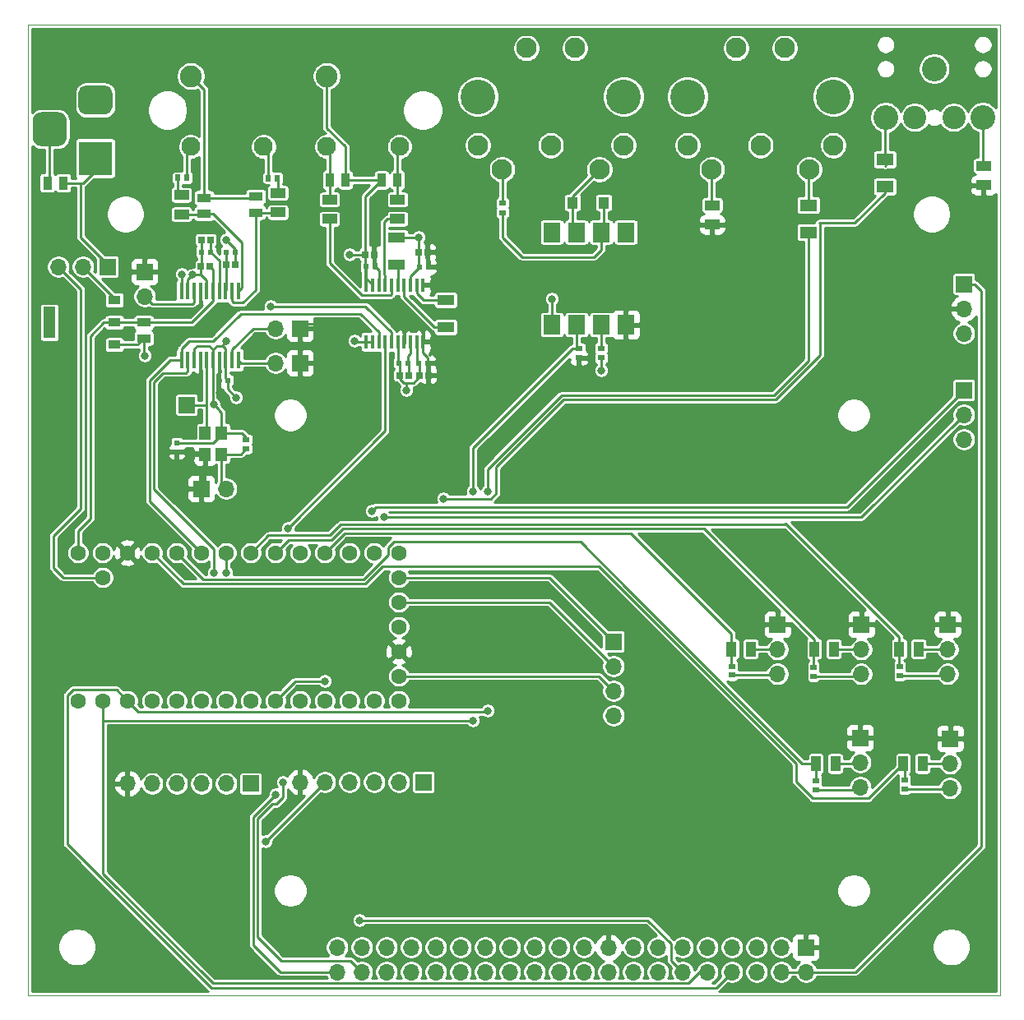
<source format=gbr>
%TF.GenerationSoftware,KiCad,Pcbnew,(5.1.6)-1*%
%TF.CreationDate,2020-12-29T12:28:21+01:00*%
%TF.ProjectId,AudioBoard,41756469-6f42-46f6-9172-642e6b696361,rev?*%
%TF.SameCoordinates,Original*%
%TF.FileFunction,Copper,L1,Top*%
%TF.FilePolarity,Positive*%
%FSLAX46Y46*%
G04 Gerber Fmt 4.6, Leading zero omitted, Abs format (unit mm)*
G04 Created by KiCad (PCBNEW (5.1.6)-1) date 2020-12-29 12:28:21*
%MOMM*%
%LPD*%
G01*
G04 APERTURE LIST*
%TA.AperFunction,Profile*%
%ADD10C,0.050000*%
%TD*%
%TA.AperFunction,ComponentPad*%
%ADD11C,1.600000*%
%TD*%
%TA.AperFunction,ComponentPad*%
%ADD12R,1.700000X1.700000*%
%TD*%
%TA.AperFunction,ComponentPad*%
%ADD13O,1.700000X1.700000*%
%TD*%
%TA.AperFunction,ComponentPad*%
%ADD14R,3.500000X3.500000*%
%TD*%
%TA.AperFunction,SMDPad,CuDef*%
%ADD15R,1.550000X1.000000*%
%TD*%
%TA.AperFunction,SMDPad,CuDef*%
%ADD16R,0.800000X0.500000*%
%TD*%
%TA.AperFunction,SMDPad,CuDef*%
%ADD17R,1.000000X1.550000*%
%TD*%
%TA.AperFunction,ComponentPad*%
%ADD18C,2.250000*%
%TD*%
%TA.AperFunction,ComponentPad*%
%ADD19C,1.950000*%
%TD*%
%TA.AperFunction,SMDPad,CuDef*%
%ADD20R,1.780000X2.000000*%
%TD*%
%TA.AperFunction,ComponentPad*%
%ADD21C,3.585000*%
%TD*%
%TA.AperFunction,ComponentPad*%
%ADD22C,2.100000*%
%TD*%
%TA.AperFunction,SMDPad,CuDef*%
%ADD23R,0.450000X1.800000*%
%TD*%
%TA.AperFunction,SMDPad,CuDef*%
%ADD24R,0.450000X1.475000*%
%TD*%
%TA.AperFunction,SMDPad,CuDef*%
%ADD25R,1.300000X3.250000*%
%TD*%
%TA.AperFunction,SMDPad,CuDef*%
%ADD26R,1.300000X0.950000*%
%TD*%
%TA.AperFunction,SMDPad,CuDef*%
%ADD27R,1.120000X1.220000*%
%TD*%
%TA.AperFunction,SMDPad,CuDef*%
%ADD28R,0.910000X1.390000*%
%TD*%
%TA.AperFunction,SMDPad,CuDef*%
%ADD29R,1.820000X1.050000*%
%TD*%
%TA.AperFunction,SMDPad,CuDef*%
%ADD30R,1.430000X0.940000*%
%TD*%
%TA.AperFunction,SMDPad,CuDef*%
%ADD31R,0.940000X1.430000*%
%TD*%
%TA.AperFunction,SMDPad,CuDef*%
%ADD32R,1.750000X1.250000*%
%TD*%
%TA.AperFunction,SMDPad,CuDef*%
%ADD33R,0.690000X0.720000*%
%TD*%
%TA.AperFunction,SMDPad,CuDef*%
%ADD34R,0.620000X0.640000*%
%TD*%
%TA.AperFunction,SMDPad,CuDef*%
%ADD35R,0.600000X0.620000*%
%TD*%
%TA.AperFunction,SMDPad,CuDef*%
%ADD36R,0.620000X0.600000*%
%TD*%
%TA.AperFunction,SMDPad,CuDef*%
%ADD37R,0.640000X0.620000*%
%TD*%
%TA.AperFunction,ComponentPad*%
%ADD38C,2.550000*%
%TD*%
%TA.AperFunction,ComponentPad*%
%ADD39C,2.400000*%
%TD*%
%TA.AperFunction,SMDPad,CuDef*%
%ADD40R,1.200000X1.400000*%
%TD*%
%TA.AperFunction,ViaPad*%
%ADD41C,0.800000*%
%TD*%
%TA.AperFunction,Conductor*%
%ADD42C,0.250000*%
%TD*%
%TA.AperFunction,Conductor*%
%ADD43C,0.254000*%
%TD*%
G04 APERTURE END LIST*
D10*
X50000000Y-150000000D02*
X50000000Y-50000000D01*
X50000000Y-50000000D02*
X150000000Y-50000000D01*
X150000000Y-150000000D02*
X50000000Y-150000000D01*
X150000000Y-50000000D02*
X150000000Y-150000000D01*
D11*
%TO.P,U1,1*%
%TO.N,GND*%
X55118000Y-119634000D03*
%TO.P,U1,2*%
%TO.N,/MIDI_IN*%
X57658000Y-119634000D03*
%TO.P,U1,3*%
%TO.N,/MIDI_OUT*%
X60198000Y-119634000D03*
%TO.P,U1,4*%
%TO.N,/I2S2_DOUT*%
X62738000Y-119634000D03*
%TO.P,U1,5*%
%TO.N,/I2S2_LRCK*%
X65278000Y-119634000D03*
%TO.P,U1,6*%
%TO.N,/I2S2_BCK*%
X67818000Y-119634000D03*
%TO.P,U1,7*%
%TO.N,/I2S2_DIN*%
X70358000Y-119634000D03*
%TO.P,U1,8*%
%TO.N,N/C*%
X72898000Y-119634000D03*
%TO.P,U1,9*%
%TO.N,/I2S_DOUT*%
X75438000Y-119634000D03*
%TO.P,U1,10*%
%TO.N,/I2S_DIN*%
X77978000Y-119634000D03*
%TO.P,U1,11*%
%TO.N,N/C*%
X80518000Y-119634000D03*
%TO.P,U1,12*%
%TO.N,Net-(J2-Pad4)*%
X83058000Y-119634000D03*
%TO.P,U1,13*%
%TO.N,Net-(J2-Pad3)*%
X85598000Y-119634000D03*
%TO.P,U1,34*%
%TO.N,/V_USB*%
X57658000Y-106934000D03*
%TO.P,U1,33*%
%TO.N,+5V*%
X55118000Y-104394000D03*
%TO.P,U1,32*%
%TO.N,GND*%
X57658000Y-104394000D03*
%TO.P,U1,31*%
%TO.N,+3V3*%
X60198000Y-104394000D03*
%TO.P,U1,30*%
%TO.N,/POT5*%
X62738000Y-104394000D03*
%TO.P,U1,29*%
%TO.N,/POT4*%
X65278000Y-104394000D03*
%TO.P,U1,28*%
%TO.N,/I2S_BCK*%
X67818000Y-104394000D03*
%TO.P,U1,27*%
%TO.N,/I2S_LRCK*%
X70358000Y-104394000D03*
%TO.P,U1,26*%
%TO.N,/POT3*%
X72898000Y-104394000D03*
%TO.P,U1,25*%
%TO.N,/POT2*%
X75438000Y-104394000D03*
%TO.P,U1,24*%
%TO.N,/MIDI_OUT2*%
X77978000Y-104394000D03*
%TO.P,U1,23*%
%TO.N,/POT1*%
X80518000Y-104394000D03*
%TO.P,U1,22*%
%TO.N,/UART_OPT_RX*%
X83058000Y-104394000D03*
%TO.P,U1,21*%
%TO.N,/UART_OPT_TX*%
X85598000Y-104394000D03*
%TO.P,U1,14*%
%TO.N,Net-(J2-Pad2)*%
X88138000Y-119634000D03*
%TO.P,U1,15*%
%TO.N,Net-(J3-Pad3)*%
X88138000Y-117094000D03*
%TO.P,U1,16*%
%TO.N,+3V3*%
X88138000Y-114554000D03*
%TO.P,U1,20*%
%TO.N,N/C*%
X88138000Y-104394000D03*
%TO.P,U1,19*%
%TO.N,Net-(J3-Pad1)*%
X88138000Y-106934000D03*
%TO.P,U1,18*%
%TO.N,Net-(J3-Pad2)*%
X88138000Y-109474000D03*
%TO.P,U1,17*%
%TO.N,GND*%
X88138000Y-112014000D03*
%TD*%
D12*
%TO.P,JP1,1*%
%TO.N,/DC_IN*%
X58166000Y-74930000D03*
D13*
%TO.P,JP1,2*%
%TO.N,Net-(IC1-Pad3)*%
X55626000Y-74930000D03*
%TO.P,JP1,3*%
%TO.N,/V_USB*%
X53086000Y-74930000D03*
%TD*%
%TO.P,J5,B*%
%TO.N,GND*%
%TA.AperFunction,ComponentPad*%
G36*
G01*
X51321000Y-59004000D02*
X53071000Y-59004000D01*
G75*
G02*
X53946000Y-59879000I0J-875000D01*
G01*
X53946000Y-61629000D01*
G75*
G02*
X53071000Y-62504000I-875000J0D01*
G01*
X51321000Y-62504000D01*
G75*
G02*
X50446000Y-61629000I0J875000D01*
G01*
X50446000Y-59879000D01*
G75*
G02*
X51321000Y-59004000I875000J0D01*
G01*
G37*
%TD.AperFunction*%
%TO.P,J5,C*%
%TA.AperFunction,ComponentPad*%
G36*
G01*
X55896000Y-56254000D02*
X57896000Y-56254000D01*
G75*
G02*
X58646000Y-57004000I0J-750000D01*
G01*
X58646000Y-58504000D01*
G75*
G02*
X57896000Y-59254000I-750000J0D01*
G01*
X55896000Y-59254000D01*
G75*
G02*
X55146000Y-58504000I0J750000D01*
G01*
X55146000Y-57004000D01*
G75*
G02*
X55896000Y-56254000I750000J0D01*
G01*
G37*
%TD.AperFunction*%
D14*
%TO.P,J5,A*%
%TO.N,/DC_IN*%
X56896000Y-63754000D03*
%TD*%
D15*
%TO.P,R15,2*%
%TO.N,/Audio IO (I2S)/RCA_OUT_L*%
X81000000Y-68000000D03*
%TO.P,R15,1*%
%TO.N,/Audio IO (I2S)/OUT_L*%
X81000000Y-70000000D03*
%TD*%
%TO.P,R14,2*%
%TO.N,/Audio IO (I2S)/RCA_OUT_R*%
X88000000Y-68000000D03*
%TO.P,R14,1*%
%TO.N,/Audio IO (I2S)/OUT_R*%
X88000000Y-70000000D03*
%TD*%
%TO.P,R13,2*%
%TO.N,/Audio IO (I2S)/IN_R*%
X75692000Y-69326000D03*
%TO.P,R13,1*%
%TO.N,Net-(C6-Pad2)*%
X75692000Y-67326000D03*
%TD*%
%TO.P,R12,2*%
%TO.N,/Audio IO (I2S)/IN_L*%
X65762000Y-69529200D03*
%TO.P,R12,1*%
%TO.N,Net-(C5-Pad2)*%
X65762000Y-67529200D03*
%TD*%
D16*
%TO.P,R9,2*%
%TO.N,/MIDI_IN*%
X106680000Y-83312000D03*
%TO.P,R9,1*%
%TO.N,+3V3*%
X106680000Y-84312000D03*
%TD*%
%TO.P,R8,2*%
%TO.N,GND*%
X108966000Y-84320000D03*
%TO.P,R8,1*%
%TO.N,Net-(R8-Pad1)*%
X108966000Y-83320000D03*
%TD*%
%TO.P,R7,2*%
%TO.N,Net-(D1-Pad1)*%
X98806000Y-69342000D03*
%TO.P,R7,1*%
%TO.N,Net-(J13-Pad4)*%
X98806000Y-68342000D03*
%TD*%
D17*
%TO.P,R5,2*%
%TO.N,Net-(J11-Pad2)*%
X141637500Y-114300000D03*
%TO.P,R5,1*%
%TO.N,/POT3*%
X139637500Y-114300000D03*
%TD*%
%TO.P,R4,2*%
%TO.N,Net-(J10-Pad2)*%
X142048500Y-126107200D03*
%TO.P,R4,1*%
%TO.N,/POT5*%
X140048500Y-126107200D03*
%TD*%
%TO.P,R3,2*%
%TO.N,Net-(J9-Pad2)*%
X132904500Y-114300000D03*
%TO.P,R3,1*%
%TO.N,/POT2*%
X130904500Y-114300000D03*
%TD*%
%TO.P,R2,2*%
%TO.N,Net-(J8-Pad2)*%
X133080000Y-126107200D03*
%TO.P,R2,1*%
%TO.N,/POT4*%
X131080000Y-126107200D03*
%TD*%
%TO.P,R1,2*%
%TO.N,Net-(J7-Pad2)*%
X124365500Y-114300000D03*
%TO.P,R1,1*%
%TO.N,/POT1*%
X122365500Y-114300000D03*
%TD*%
D18*
%TO.P,J15,6*%
%TO.N,GND*%
X66720000Y-55296000D03*
%TO.P,J15,5*%
X80720000Y-55296000D03*
D19*
%TO.P,J15,4*%
%TO.N,/Audio IO (I2S)/RCA_IN_L*%
X66720000Y-62546000D03*
%TO.P,J15,3*%
%TO.N,/Audio IO (I2S)/RCA_IN_R*%
X74220000Y-62546000D03*
%TO.P,J15,2*%
%TO.N,/Audio IO (I2S)/RCA_OUT_L*%
X80720000Y-62546000D03*
%TO.P,J15,1*%
%TO.N,/Audio IO (I2S)/RCA_OUT_R*%
X88220000Y-62546000D03*
%TD*%
D20*
%TO.P,U2,8*%
%TO.N,+3V3*%
X111506000Y-80904000D03*
%TO.P,U2,4*%
%TO.N,N/C*%
X103886000Y-71374000D03*
%TO.P,U2,7*%
%TO.N,Net-(R8-Pad1)*%
X108966000Y-80904000D03*
%TO.P,U2,3*%
%TO.N,Net-(D1-Pad2)*%
X106426000Y-71374000D03*
%TO.P,U2,6*%
%TO.N,/MIDI_IN*%
X106426000Y-80904000D03*
%TO.P,U2,2*%
%TO.N,Net-(D1-Pad1)*%
X108966000Y-71374000D03*
%TO.P,U2,5*%
%TO.N,GND*%
X103886000Y-80904000D03*
%TO.P,U2,1*%
%TO.N,N/C*%
X111506000Y-71374000D03*
%TD*%
D13*
%TO.P,JP4,2*%
%TO.N,/Audio IO (I2S)/JP_BYPAS*%
X61976000Y-77978000D03*
D12*
%TO.P,JP4,1*%
%TO.N,+3V3*%
X61976000Y-75438000D03*
%TD*%
D13*
%TO.P,JP3,2*%
%TO.N,/Audio IO (I2S)/JP_MODE1*%
X75438000Y-84836000D03*
D12*
%TO.P,JP3,1*%
%TO.N,+3V3*%
X77978000Y-84836000D03*
%TD*%
D13*
%TO.P,JP2,2*%
%TO.N,/Audio IO (I2S)/JP_MODE0*%
X75438000Y-81280000D03*
D12*
%TO.P,JP2,1*%
%TO.N,+3V3*%
X77978000Y-81280000D03*
%TD*%
D21*
%TO.P,J14,MH2*%
%TO.N,N/C*%
X132866000Y-57404000D03*
%TO.P,J14,MH1*%
X117856000Y-57404000D03*
D22*
%TO.P,J14,7*%
%TO.N,GND*%
X127861000Y-52404000D03*
%TO.P,J14,6*%
X122861000Y-52404000D03*
%TO.P,J14,5*%
%TO.N,Net-(J14-Pad5)*%
X130366000Y-64904000D03*
%TO.P,J14,4*%
%TO.N,Net-(J14-Pad4)*%
X120356000Y-64904000D03*
%TO.P,J14,3*%
%TO.N,N/C*%
X132866000Y-62414000D03*
%TO.P,J14,2*%
%TO.N,GND*%
X125361000Y-62414000D03*
%TO.P,J14,1*%
%TO.N,N/C*%
X117856000Y-62414000D03*
%TD*%
D21*
%TO.P,J13,MH2*%
%TO.N,N/C*%
X111276000Y-57404000D03*
%TO.P,J13,MH1*%
X96266000Y-57404000D03*
D22*
%TO.P,J13,7*%
%TO.N,GND*%
X106271000Y-52404000D03*
%TO.P,J13,6*%
X101271000Y-52404000D03*
%TO.P,J13,5*%
%TO.N,Net-(D1-Pad2)*%
X108776000Y-64904000D03*
%TO.P,J13,4*%
%TO.N,Net-(J13-Pad4)*%
X98766000Y-64904000D03*
%TO.P,J13,3*%
%TO.N,N/C*%
X111276000Y-62414000D03*
%TO.P,J13,2*%
X103771000Y-62414000D03*
%TO.P,J13,1*%
X96266000Y-62414000D03*
%TD*%
D13*
%TO.P,J11,3*%
%TO.N,GND*%
X144624000Y-116872000D03*
%TO.P,J11,2*%
%TO.N,Net-(J11-Pad2)*%
X144624000Y-114332000D03*
D12*
%TO.P,J11,1*%
%TO.N,+3V3*%
X144624000Y-111792000D03*
%TD*%
D13*
%TO.P,J10,3*%
%TO.N,GND*%
X144892000Y-128622000D03*
%TO.P,J10,2*%
%TO.N,Net-(J10-Pad2)*%
X144892000Y-126082000D03*
D12*
%TO.P,J10,1*%
%TO.N,+3V3*%
X144892000Y-123542000D03*
%TD*%
D13*
%TO.P,J9,3*%
%TO.N,GND*%
X135748000Y-116872000D03*
%TO.P,J9,2*%
%TO.N,Net-(J9-Pad2)*%
X135748000Y-114332000D03*
D12*
%TO.P,J9,1*%
%TO.N,+3V3*%
X135748000Y-111792000D03*
%TD*%
D13*
%TO.P,J8,3*%
%TO.N,GND*%
X135636000Y-128524000D03*
%TO.P,J8,2*%
%TO.N,Net-(J8-Pad2)*%
X135636000Y-125984000D03*
D12*
%TO.P,J8,1*%
%TO.N,+3V3*%
X135636000Y-123444000D03*
%TD*%
D13*
%TO.P,J7,3*%
%TO.N,GND*%
X127126000Y-116872000D03*
%TO.P,J7,2*%
%TO.N,Net-(J7-Pad2)*%
X127126000Y-114332000D03*
D12*
%TO.P,J7,1*%
%TO.N,+3V3*%
X127126000Y-111792000D03*
%TD*%
D13*
%TO.P,J6,3*%
%TO.N,GND*%
X146304000Y-81788000D03*
%TO.P,J6,2*%
%TO.N,+3V3*%
X146304000Y-79248000D03*
D12*
%TO.P,J6,1*%
%TO.N,+5V*%
X146304000Y-76708000D03*
%TD*%
D13*
%TO.P,J4,3*%
%TO.N,GND*%
X146304000Y-92710000D03*
%TO.P,J4,2*%
%TO.N,/UART_OPT_TX*%
X146304000Y-90170000D03*
D12*
%TO.P,J4,1*%
%TO.N,/UART_OPT_RX*%
X146304000Y-87630000D03*
%TD*%
D13*
%TO.P,J3,4*%
%TO.N,GND*%
X110236000Y-121158000D03*
%TO.P,J3,3*%
%TO.N,Net-(J3-Pad3)*%
X110236000Y-118618000D03*
%TO.P,J3,2*%
%TO.N,Net-(J3-Pad2)*%
X110236000Y-116078000D03*
D12*
%TO.P,J3,1*%
%TO.N,Net-(J3-Pad1)*%
X110236000Y-113538000D03*
%TD*%
D13*
%TO.P,J2,6*%
%TO.N,+3V3*%
X77978000Y-128016000D03*
%TO.P,J2,5*%
%TO.N,+5V*%
X80518000Y-128016000D03*
%TO.P,J2,4*%
%TO.N,Net-(J2-Pad4)*%
X83058000Y-128016000D03*
%TO.P,J2,3*%
%TO.N,Net-(J2-Pad3)*%
X85598000Y-128016000D03*
%TO.P,J2,2*%
%TO.N,Net-(J2-Pad2)*%
X88138000Y-128016000D03*
D12*
%TO.P,J2,1*%
%TO.N,GND*%
X90678000Y-128016000D03*
%TD*%
D13*
%TO.P,J1,6*%
%TO.N,+3V3*%
X60198000Y-128168400D03*
%TO.P,J1,5*%
%TO.N,/I2S2_DOUT*%
X62738000Y-128168400D03*
%TO.P,J1,4*%
%TO.N,/I2S2_LRCK*%
X65278000Y-128168400D03*
%TO.P,J1,3*%
%TO.N,/I2S2_BCK*%
X67818000Y-128168400D03*
%TO.P,J1,2*%
%TO.N,/I2S2_DIN*%
X70358000Y-128168400D03*
D12*
%TO.P,J1,1*%
%TO.N,GND*%
X72898000Y-128168400D03*
%TD*%
D23*
%TO.P,IC3,20*%
%TO.N,/Audio IO (I2S)/JP_MODE1*%
X71615000Y-84525200D03*
%TO.P,IC3,19*%
%TO.N,/Audio IO (I2S)/JP_MODE0*%
X70965000Y-84525200D03*
%TO.P,IC3,18*%
%TO.N,GND*%
X70315000Y-84525200D03*
%TO.P,IC3,17*%
%TO.N,+3V3*%
X69665000Y-84525200D03*
%TO.P,IC3,16*%
%TO.N,GND*%
X69015000Y-84525200D03*
%TO.P,IC3,15*%
%TO.N,/Audio IO (I2S)/SCK*%
X68365000Y-84525200D03*
%TO.P,IC3,14*%
%TO.N,+3V3*%
X67715000Y-84525200D03*
%TO.P,IC3,13*%
%TO.N,GND*%
X67065000Y-84525200D03*
%TO.P,IC3,12*%
%TO.N,/I2S_DIN*%
X66415000Y-84525200D03*
%TO.P,IC3,11*%
%TO.N,/I2S_BCK*%
X65765000Y-84525200D03*
%TO.P,IC3,10*%
%TO.N,/I2S_LRCK*%
X65765000Y-77425200D03*
%TO.P,IC3,9*%
%TO.N,GND*%
X66415000Y-77425200D03*
%TO.P,IC3,8*%
%TO.N,/Audio IO (I2S)/JP_BYPAS*%
X67065000Y-77425200D03*
%TO.P,IC3,7*%
%TO.N,+3V3*%
X67715000Y-77425200D03*
%TO.P,IC3,6*%
%TO.N,GND*%
X68365000Y-77425200D03*
%TO.P,IC3,5*%
%TO.N,+5V*%
X69015000Y-77425200D03*
%TO.P,IC3,4*%
%TO.N,Net-(C17-Pad1)*%
X69665000Y-77425200D03*
%TO.P,IC3,3*%
%TO.N,Net-(C10-Pad1)*%
X70315000Y-77425200D03*
%TO.P,IC3,2*%
%TO.N,/Audio IO (I2S)/IN_R*%
X70965000Y-77425200D03*
%TO.P,IC3,1*%
%TO.N,/Audio IO (I2S)/IN_L*%
X71615000Y-77425200D03*
%TD*%
D24*
%TO.P,IC2,20*%
%TO.N,+3V3*%
X90631200Y-82668600D03*
%TO.P,IC2,19*%
%TO.N,GND*%
X89981200Y-82668600D03*
%TO.P,IC2,18*%
%TO.N,Net-(C4-Pad1)*%
X89331200Y-82668600D03*
%TO.P,IC2,17*%
%TO.N,+3V3*%
X88681200Y-82668600D03*
%TO.P,IC2,16*%
%TO.N,GND*%
X88031200Y-82668600D03*
%TO.P,IC2,15*%
%TO.N,/I2S_LRCK*%
X87381200Y-82668600D03*
%TO.P,IC2,14*%
%TO.N,/I2S_DOUT*%
X86731200Y-82668600D03*
%TO.P,IC2,13*%
%TO.N,/I2S_BCK*%
X86081200Y-82668600D03*
%TO.P,IC2,12*%
%TO.N,GND*%
X85431200Y-82668600D03*
%TO.P,IC2,11*%
X84781200Y-82668600D03*
%TO.P,IC2,10*%
X84781200Y-76792600D03*
%TO.P,IC2,9*%
X85431200Y-76792600D03*
%TO.P,IC2,8*%
%TO.N,+3V3*%
X86081200Y-76792600D03*
%TO.P,IC2,7*%
%TO.N,/Audio IO (I2S)/OUT_R*%
X86731200Y-76792600D03*
%TO.P,IC2,6*%
%TO.N,/Audio IO (I2S)/OUT_L*%
X87381200Y-76792600D03*
%TO.P,IC2,5*%
%TO.N,Net-(C23-Pad2)*%
X88031200Y-76792600D03*
%TO.P,IC2,4*%
%TO.N,Net-(C19-Pad2)*%
X88681200Y-76792600D03*
%TO.P,IC2,3*%
%TO.N,GND*%
X89331200Y-76792600D03*
%TO.P,IC2,2*%
%TO.N,Net-(C19-Pad1)*%
X89981200Y-76792600D03*
%TO.P,IC2,1*%
%TO.N,+3V3*%
X90631200Y-76792600D03*
%TD*%
D25*
%TO.P,IC1,4*%
%TO.N,N/C*%
X52174400Y-80670400D03*
D26*
%TO.P,IC1,3*%
%TO.N,Net-(IC1-Pad3)*%
X58874400Y-78380400D03*
%TO.P,IC1,2*%
%TO.N,+5V*%
X58874400Y-80670400D03*
%TO.P,IC1,1*%
%TO.N,GND*%
X58874400Y-82960400D03*
%TD*%
D27*
%TO.P,D1,1*%
%TO.N,Net-(D1-Pad1)*%
X109220000Y-68326000D03*
%TO.P,D1,2*%
%TO.N,Net-(D1-Pad2)*%
X106020000Y-68326000D03*
%TD*%
D28*
%TO.P,C29,2*%
%TO.N,GND*%
X82640000Y-66000000D03*
%TO.P,C29,1*%
%TO.N,/Audio IO (I2S)/RCA_OUT_L*%
X81000000Y-66000000D03*
%TD*%
%TO.P,C28,2*%
%TO.N,GND*%
X86360000Y-66000000D03*
%TO.P,C28,1*%
%TO.N,/Audio IO (I2S)/RCA_OUT_R*%
X88000000Y-66000000D03*
%TD*%
D29*
%TO.P,C23,2*%
%TO.N,Net-(C23-Pad2)*%
X87884000Y-74676000D03*
%TO.P,C23,1*%
%TO.N,GND*%
X87884000Y-71896000D03*
%TD*%
%TO.P,C19,2*%
%TO.N,Net-(C19-Pad2)*%
X92964000Y-81146000D03*
%TO.P,C19,1*%
%TO.N,Net-(C19-Pad1)*%
X92964000Y-78366000D03*
%TD*%
D30*
%TO.P,C16,2*%
%TO.N,/Audio IO (I2S)/IN_R*%
X73406000Y-69342000D03*
%TO.P,C16,1*%
%TO.N,GND*%
X73406000Y-67702000D03*
%TD*%
%TO.P,C15,2*%
%TO.N,GND*%
X68072000Y-67818000D03*
%TO.P,C15,1*%
%TO.N,/Audio IO (I2S)/IN_L*%
X68072000Y-69458000D03*
%TD*%
%TO.P,C2,2*%
%TO.N,GND*%
X61874400Y-82310400D03*
%TO.P,C2,1*%
%TO.N,+5V*%
X61874400Y-80670400D03*
%TD*%
D31*
%TO.P,C1,2*%
%TO.N,GND*%
X51954000Y-66294000D03*
%TO.P,C1,1*%
%TO.N,/DC_IN*%
X53594000Y-66294000D03*
%TD*%
D15*
%TO.P,R10,1*%
%TO.N,Net-(J14-Pad4)*%
X120396000Y-68580000D03*
%TO.P,R10,2*%
%TO.N,+3V3*%
X120396000Y-70580000D03*
%TD*%
D32*
%TO.P,R11,2*%
%TO.N,/MIDI_OUT*%
X130302000Y-71380000D03*
%TO.P,R11,1*%
%TO.N,Net-(J14-Pad5)*%
X130302000Y-68580000D03*
%TD*%
D33*
%TO.P,C3,1*%
%TO.N,GND*%
X90266000Y-86106000D03*
%TO.P,C3,2*%
%TO.N,+3V3*%
X91186000Y-86106000D03*
%TD*%
%TO.P,C4,1*%
%TO.N,Net-(C4-Pad1)*%
X89154000Y-86106000D03*
%TO.P,C4,2*%
%TO.N,GND*%
X88234000Y-86106000D03*
%TD*%
D34*
%TO.P,C5,1*%
%TO.N,/Audio IO (I2S)/RCA_IN_L*%
X66326000Y-65780000D03*
%TO.P,C5,2*%
%TO.N,Net-(C5-Pad2)*%
X65406000Y-65780000D03*
%TD*%
%TO.P,C6,2*%
%TO.N,Net-(C6-Pad2)*%
X75644000Y-65786000D03*
%TO.P,C6,1*%
%TO.N,/Audio IO (I2S)/RCA_IN_R*%
X74724000Y-65786000D03*
%TD*%
D35*
%TO.P,C7,1*%
%TO.N,+3V3*%
X91138000Y-84836000D03*
%TO.P,C7,2*%
%TO.N,GND*%
X90218000Y-84836000D03*
%TD*%
%TO.P,C8,2*%
%TO.N,Net-(C4-Pad1)*%
X89106000Y-84836000D03*
%TO.P,C8,1*%
%TO.N,GND*%
X88186000Y-84836000D03*
%TD*%
%TO.P,C9,2*%
%TO.N,GND*%
X90266000Y-74930000D03*
%TO.P,C9,1*%
%TO.N,+3V3*%
X91186000Y-74930000D03*
%TD*%
%TO.P,C10,1*%
%TO.N,Net-(C10-Pad1)*%
X70390000Y-73406000D03*
%TO.P,C10,2*%
%TO.N,GND*%
X71310000Y-73406000D03*
%TD*%
D33*
%TO.P,C11,1*%
%TO.N,GND*%
X84678000Y-73660000D03*
%TO.P,C11,2*%
%TO.N,+3V3*%
X85598000Y-73660000D03*
%TD*%
%TO.P,C12,2*%
%TO.N,Net-(C10-Pad1)*%
X70390000Y-74676000D03*
%TO.P,C12,1*%
%TO.N,GND*%
X71310000Y-74676000D03*
%TD*%
%TO.P,C13,2*%
%TO.N,+3V3*%
X91090000Y-73406000D03*
%TO.P,C13,1*%
%TO.N,GND*%
X90170000Y-73406000D03*
%TD*%
D35*
%TO.P,C14,1*%
%TO.N,+3V3*%
X85652000Y-74882000D03*
%TO.P,C14,2*%
%TO.N,GND*%
X84732000Y-74882000D03*
%TD*%
%TO.P,C17,2*%
%TO.N,GND*%
X67818000Y-73406000D03*
%TO.P,C17,1*%
%TO.N,Net-(C17-Pad1)*%
X68738000Y-73406000D03*
%TD*%
D33*
%TO.P,C18,2*%
%TO.N,+5V*%
X68690000Y-74928000D03*
%TO.P,C18,1*%
%TO.N,GND*%
X67770000Y-74928000D03*
%TD*%
%TO.P,C20,1*%
%TO.N,GND*%
X67818000Y-72136000D03*
%TO.P,C20,2*%
%TO.N,Net-(C17-Pad1)*%
X68738000Y-72136000D03*
%TD*%
D35*
%TO.P,C21,2*%
%TO.N,GND*%
X70516000Y-86614000D03*
%TO.P,C21,1*%
%TO.N,+3V3*%
X69596000Y-86614000D03*
%TD*%
D36*
%TO.P,C22,1*%
%TO.N,+3V3*%
X65278000Y-93980000D03*
%TO.P,C22,2*%
%TO.N,GND*%
X65278000Y-93060000D03*
%TD*%
D37*
%TO.P,C24,1*%
%TO.N,/POT1*%
X122428000Y-116078000D03*
%TO.P,C24,2*%
%TO.N,GND*%
X122428000Y-116998000D03*
%TD*%
%TO.P,C25,1*%
%TO.N,/POT4*%
X131064000Y-127858000D03*
%TO.P,C25,2*%
%TO.N,GND*%
X131064000Y-128778000D03*
%TD*%
%TO.P,C26,1*%
%TO.N,/POT2*%
X130810000Y-116174000D03*
%TO.P,C26,2*%
%TO.N,GND*%
X130810000Y-117094000D03*
%TD*%
%TO.P,C27,2*%
%TO.N,GND*%
X140208000Y-128730000D03*
%TO.P,C27,1*%
%TO.N,/POT5*%
X140208000Y-127810000D03*
%TD*%
%TO.P,C30,2*%
%TO.N,GND*%
X139700000Y-117046000D03*
%TO.P,C30,1*%
%TO.N,/POT3*%
X139700000Y-116126000D03*
%TD*%
D38*
%TO.P,J16,1*%
%TO.N,GND*%
X143256000Y-54538000D03*
%TO.P,J16,2*%
%TO.N,Net-(J16-Pad2)*%
X138256000Y-59538000D03*
%TO.P,J16,3*%
%TO.N,Net-(J16-Pad3)*%
X148256000Y-59538000D03*
D39*
%TO.P,J16,10*%
%TO.N,N/C*%
X141256000Y-59538000D03*
%TO.P,J16,11*%
X145256000Y-59538000D03*
%TD*%
D12*
%TO.P,JP5,1*%
%TO.N,+3V3*%
X67818000Y-97790000D03*
D13*
%TO.P,JP5,2*%
%TO.N,Net-(JP5-Pad2)*%
X70358000Y-97790000D03*
%TD*%
D15*
%TO.P,R6,2*%
%TO.N,+3V3*%
X148336000Y-66532000D03*
%TO.P,R6,1*%
%TO.N,Net-(J16-Pad3)*%
X148336000Y-64532000D03*
%TD*%
D32*
%TO.P,R16,2*%
%TO.N,/MIDI_OUT2*%
X138176000Y-66678000D03*
%TO.P,R16,1*%
%TO.N,Net-(J16-Pad2)*%
X138176000Y-63878000D03*
%TD*%
D16*
%TO.P,R17,1*%
%TO.N,Net-(JP5-Pad2)*%
X72390000Y-93710000D03*
%TO.P,R17,2*%
%TO.N,GND*%
X72390000Y-92710000D03*
%TD*%
D40*
%TO.P,U3,1*%
%TO.N,Net-(JP5-Pad2)*%
X69876000Y-94234000D03*
%TO.P,U3,2*%
%TO.N,GND*%
X69876000Y-92034000D03*
%TO.P,U3,3*%
%TO.N,/Audio IO (I2S)/SCK*%
X68176000Y-92034000D03*
%TO.P,U3,4*%
%TO.N,+3V3*%
X68176000Y-94234000D03*
%TD*%
D12*
%TO.P,J12,1*%
%TO.N,+3V3*%
X130048000Y-145034000D03*
D13*
%TO.P,J12,2*%
%TO.N,+5V*%
X130048000Y-147574000D03*
%TO.P,J12,3*%
%TO.N,N/C*%
X127508000Y-145034000D03*
%TO.P,J12,4*%
%TO.N,+5V*%
X127508000Y-147574000D03*
%TO.P,J12,5*%
%TO.N,N/C*%
X124968000Y-145034000D03*
%TO.P,J12,6*%
%TO.N,GND*%
X124968000Y-147574000D03*
%TO.P,J12,7*%
%TO.N,N/C*%
X122428000Y-145034000D03*
%TO.P,J12,8*%
%TO.N,/MIDI_OUT*%
X122428000Y-147574000D03*
%TO.P,J12,9*%
%TO.N,GND*%
X119888000Y-145034000D03*
%TO.P,J12,10*%
%TO.N,/MIDI_IN*%
X119888000Y-147574000D03*
%TO.P,J12,11*%
%TO.N,N/C*%
X117348000Y-145034000D03*
%TO.P,J12,12*%
%TO.N,/I2S_BCK*%
X117348000Y-147574000D03*
%TO.P,J12,13*%
%TO.N,N/C*%
X114808000Y-145034000D03*
%TO.P,J12,14*%
%TO.N,GND*%
X114808000Y-147574000D03*
%TO.P,J12,15*%
%TO.N,/MIDI_OUT2*%
X112268000Y-145034000D03*
%TO.P,J12,16*%
%TO.N,N/C*%
X112268000Y-147574000D03*
%TO.P,J12,17*%
%TO.N,+3V3*%
X109728000Y-145034000D03*
%TO.P,J12,18*%
%TO.N,N/C*%
X109728000Y-147574000D03*
%TO.P,J12,19*%
X107188000Y-145034000D03*
%TO.P,J12,20*%
%TO.N,GND*%
X107188000Y-147574000D03*
%TO.P,J12,21*%
%TO.N,N/C*%
X104648000Y-145034000D03*
%TO.P,J12,22*%
X104648000Y-147574000D03*
%TO.P,J12,23*%
X102108000Y-145034000D03*
%TO.P,J12,24*%
X102108000Y-147574000D03*
%TO.P,J12,25*%
%TO.N,GND*%
X99568000Y-145034000D03*
%TO.P,J12,26*%
%TO.N,N/C*%
X99568000Y-147574000D03*
%TO.P,J12,27*%
X97028000Y-145034000D03*
%TO.P,J12,28*%
X97028000Y-147574000D03*
%TO.P,J12,29*%
X94488000Y-145034000D03*
%TO.P,J12,30*%
%TO.N,GND*%
X94488000Y-147574000D03*
%TO.P,J12,31*%
%TO.N,N/C*%
X91948000Y-145034000D03*
%TO.P,J12,32*%
X91948000Y-147574000D03*
%TO.P,J12,33*%
X89408000Y-145034000D03*
%TO.P,J12,34*%
%TO.N,GND*%
X89408000Y-147574000D03*
%TO.P,J12,35*%
%TO.N,/I2S_LRCK*%
X86868000Y-145034000D03*
%TO.P,J12,36*%
%TO.N,N/C*%
X86868000Y-147574000D03*
%TO.P,J12,37*%
X84328000Y-145034000D03*
%TO.P,J12,38*%
%TO.N,/I2S_DIN*%
X84328000Y-147574000D03*
%TO.P,J12,39*%
%TO.N,GND*%
X81788000Y-145034000D03*
%TO.P,J12,40*%
%TO.N,/I2S_DOUT*%
X81788000Y-147574000D03*
%TD*%
D12*
%TO.P,TP1,1*%
%TO.N,/Audio IO (I2S)/SCK*%
X66294000Y-89154000D03*
%TD*%
D41*
%TO.N,GND*%
X66920002Y-75770198D03*
X90170000Y-71882000D03*
X70358000Y-72136000D03*
X61976000Y-84074000D03*
X108966000Y-85598000D03*
X103886000Y-78232000D03*
X70358000Y-82550000D03*
X83058000Y-73660000D03*
X83566000Y-82550000D03*
X88900000Y-87630000D03*
X69090000Y-89151850D03*
X71374000Y-88392000D03*
%TO.N,+5V*%
X74422000Y-134112000D03*
%TO.N,+3V3*%
X69695999Y-87884000D03*
X67056000Y-86614000D03*
X87122000Y-79502000D03*
X83312000Y-80772000D03*
X127000000Y-97282000D03*
%TO.N,/I2S_LRCK*%
X74930000Y-78994000D03*
X65786000Y-75692000D03*
X70358000Y-106426000D03*
%TO.N,/I2S_DOUT*%
X80518000Y-117602000D03*
X76708000Y-101854000D03*
X75438000Y-129286000D03*
%TO.N,/I2S_BCK*%
X84074000Y-142240000D03*
%TO.N,/I2S_DIN*%
X69088000Y-106426000D03*
X76200000Y-128016000D03*
%TO.N,/UART_OPT_TX*%
X86614000Y-100736980D03*
%TO.N,/UART_OPT_RX*%
X85344000Y-100076000D03*
%TO.N,/MIDI_IN*%
X95758000Y-98044000D03*
X95758000Y-121666000D03*
%TO.N,/MIDI_OUT*%
X97282000Y-120650000D03*
X97282000Y-98044000D03*
%TO.N,/MIDI_OUT2*%
X92710000Y-98806000D03*
%TD*%
D42*
%TO.N,GND*%
X67770000Y-75770198D02*
X68365000Y-76365198D01*
X68365000Y-76365198D02*
X68365000Y-77425200D01*
X67770000Y-74928000D02*
X67770000Y-75770198D01*
X67818000Y-74880000D02*
X67770000Y-74928000D01*
X67818000Y-72136000D02*
X67818000Y-74880000D01*
X69876000Y-92219002D02*
X69876000Y-92034000D01*
X69035002Y-93060000D02*
X69876000Y-92219002D01*
X65278000Y-93060000D02*
X69035002Y-93060000D01*
X72390000Y-92710000D02*
X72390000Y-92456000D01*
X71968000Y-92034000D02*
X69876000Y-92034000D01*
X72390000Y-92456000D02*
X71968000Y-92034000D01*
X69596000Y-91754000D02*
X69876000Y-92034000D01*
X70315000Y-86413000D02*
X70516000Y-86614000D01*
X70315000Y-84525200D02*
X70315000Y-86413000D01*
X61224400Y-82960400D02*
X61874400Y-82310400D01*
X58874400Y-82960400D02*
X61224400Y-82960400D01*
X89331200Y-75864800D02*
X90266000Y-74930000D01*
X89331200Y-76792600D02*
X89331200Y-75864800D01*
X90170000Y-74834000D02*
X90266000Y-74930000D01*
X90170000Y-73406000D02*
X90170000Y-74834000D01*
X84678000Y-76689400D02*
X84781200Y-76792600D01*
X84678000Y-73660000D02*
X84678000Y-76689400D01*
X84732000Y-76093400D02*
X85431200Y-76792600D01*
X84732000Y-74882000D02*
X84732000Y-76093400D01*
X82640000Y-66000000D02*
X86360000Y-66000000D01*
X80720000Y-60621998D02*
X80720000Y-55296000D01*
X82640000Y-62541998D02*
X80720000Y-60621998D01*
X82640000Y-66000000D02*
X82640000Y-62541998D01*
X73290000Y-67818000D02*
X73406000Y-67702000D01*
X68072000Y-67818000D02*
X73290000Y-67818000D01*
X68072000Y-56648000D02*
X66720000Y-55296000D01*
X68072000Y-67818000D02*
X68072000Y-56648000D01*
X52196000Y-66052000D02*
X51954000Y-66294000D01*
X52196000Y-60754000D02*
X52196000Y-66052000D01*
X88234000Y-84884000D02*
X88186000Y-84836000D01*
X88234000Y-86106000D02*
X88234000Y-84884000D01*
X88031200Y-84681200D02*
X88186000Y-84836000D01*
X88031200Y-82668600D02*
X88031200Y-84681200D01*
X89981200Y-84599200D02*
X90218000Y-84836000D01*
X89981200Y-82668600D02*
X89981200Y-84599200D01*
X90266000Y-84884000D02*
X90218000Y-84836000D01*
X90266000Y-86106000D02*
X90266000Y-84884000D01*
X88234000Y-86476002D02*
X88625998Y-86868000D01*
X88234000Y-86106000D02*
X88234000Y-86476002D01*
X90266000Y-86264000D02*
X90266000Y-86106000D01*
X89662000Y-86868000D02*
X90266000Y-86264000D01*
X84678000Y-67682000D02*
X84678000Y-73660000D01*
X86360000Y-66000000D02*
X84678000Y-67682000D01*
X66920002Y-75770198D02*
X67770000Y-75770198D01*
X66415000Y-76275200D02*
X66920002Y-75770198D01*
X66415000Y-77425200D02*
X66415000Y-76275200D01*
X87884000Y-71896000D02*
X90156000Y-71896000D01*
X90156000Y-71896000D02*
X90170000Y-71882000D01*
X90170000Y-73406000D02*
X90170000Y-71882000D01*
X71310000Y-73406000D02*
X71310000Y-74676000D01*
X70358000Y-72178998D02*
X70358000Y-72136000D01*
X71310000Y-74676000D02*
X71310000Y-73130998D01*
X71310000Y-73130998D02*
X70358000Y-72178998D01*
X67065000Y-83375200D02*
X67382200Y-83058000D01*
X67065000Y-84525200D02*
X67065000Y-83375200D01*
X68607802Y-83058000D02*
X69015000Y-83465198D01*
X70315000Y-83375200D02*
X69997800Y-83058000D01*
X70315000Y-84525200D02*
X70315000Y-83375200D01*
X69015000Y-83465198D02*
X69015000Y-84525200D01*
X69422198Y-83058000D02*
X69015000Y-83465198D01*
X69997800Y-83058000D02*
X69422198Y-83058000D01*
X68072000Y-83058000D02*
X68607802Y-83058000D01*
X67382200Y-83058000D02*
X68072000Y-83058000D01*
X61874400Y-82310400D02*
X61874400Y-83972400D01*
X61874400Y-83972400D02*
X61976000Y-84074000D01*
X108966000Y-84320000D02*
X108966000Y-85598000D01*
X103886000Y-80904000D02*
X103886000Y-78232000D01*
X69997800Y-83058000D02*
X69997800Y-82910200D01*
X69997800Y-82910200D02*
X70358000Y-82550000D01*
X144784000Y-128730000D02*
X144892000Y-128622000D01*
X140208000Y-128730000D02*
X144784000Y-128730000D01*
X135382000Y-128778000D02*
X135636000Y-128524000D01*
X131064000Y-128778000D02*
X135382000Y-128778000D01*
X144450000Y-117046000D02*
X144624000Y-116872000D01*
X139700000Y-117046000D02*
X144450000Y-117046000D01*
X135526000Y-117094000D02*
X135748000Y-116872000D01*
X130810000Y-117094000D02*
X135526000Y-117094000D01*
X122302000Y-116872000D02*
X122428000Y-116998000D01*
X127000000Y-116998000D02*
X127126000Y-116872000D01*
X122428000Y-116998000D02*
X127000000Y-116998000D01*
X84678000Y-73660000D02*
X83058000Y-73660000D01*
X84781200Y-82668600D02*
X83684600Y-82668600D01*
X83684600Y-82668600D02*
X83566000Y-82550000D01*
X88900000Y-86868000D02*
X88900000Y-87630000D01*
X88900000Y-86868000D02*
X89662000Y-86868000D01*
X88625998Y-86868000D02*
X88900000Y-86868000D01*
X85431200Y-82668600D02*
X84781200Y-82668600D01*
X68970999Y-89032849D02*
X69090000Y-89151850D01*
X69015000Y-84525200D02*
X68970999Y-84569201D01*
X68970999Y-84569201D02*
X68970999Y-89032849D01*
X70516000Y-86614000D02*
X70516000Y-87534000D01*
X70516000Y-87534000D02*
X71374000Y-88392000D01*
X69090000Y-89151850D02*
X69596000Y-89657850D01*
X69596000Y-89657850D02*
X69596000Y-89662000D01*
X69876000Y-89942000D02*
X69876000Y-92034000D01*
X69596000Y-89662000D02*
X69876000Y-89942000D01*
%TO.N,/DC_IN*%
X56896000Y-65024000D02*
X55626000Y-66294000D01*
X56896000Y-63754000D02*
X56896000Y-65024000D01*
X58166000Y-74930000D02*
X58166000Y-74676000D01*
X55372000Y-71882000D02*
X55372000Y-66294000D01*
X58166000Y-74676000D02*
X55372000Y-71882000D01*
X53594000Y-66294000D02*
X55372000Y-66294000D01*
X55372000Y-66294000D02*
X55626000Y-66294000D01*
%TO.N,+5V*%
X69015000Y-75253000D02*
X69015000Y-77425200D01*
X68690000Y-74928000D02*
X69015000Y-75253000D01*
X58874400Y-80670400D02*
X61874400Y-80670400D01*
X66829802Y-80670400D02*
X69015000Y-78485202D01*
X69015000Y-78485202D02*
X69015000Y-77425200D01*
X61874400Y-80670400D02*
X66829802Y-80670400D01*
X58874400Y-80670400D02*
X57759600Y-80670400D01*
X57759600Y-80670400D02*
X56388000Y-82042000D01*
X56388000Y-82042000D02*
X56388000Y-100838000D01*
X55118000Y-102108000D02*
X55118000Y-104394000D01*
X56388000Y-100838000D02*
X55118000Y-102108000D01*
X130048000Y-147574000D02*
X127508000Y-147574000D01*
X147404000Y-76708000D02*
X148082000Y-77386000D01*
X146304000Y-76708000D02*
X147404000Y-76708000D01*
X80518000Y-128016000D02*
X74422000Y-134112000D01*
X148082000Y-77386000D02*
X148082000Y-134620000D01*
X135128000Y-147574000D02*
X130048000Y-147574000D01*
X148082000Y-134620000D02*
X135128000Y-147574000D01*
%TO.N,/POT1*%
X122365500Y-116015500D02*
X122428000Y-116078000D01*
X122365500Y-114300000D02*
X122365500Y-116015500D01*
X122365500Y-112713500D02*
X122365500Y-114300000D01*
X112014000Y-102362000D02*
X122365500Y-112713500D01*
X82550000Y-102362000D02*
X112014000Y-102362000D01*
X80518000Y-104394000D02*
X82550000Y-102362000D01*
%TO.N,/POT4*%
X131080000Y-127842000D02*
X131064000Y-127858000D01*
X131080000Y-126107200D02*
X131080000Y-127842000D01*
X129663200Y-126107200D02*
X131080000Y-126107200D01*
X106824999Y-103268999D02*
X111887000Y-108331000D01*
X87012999Y-103853999D02*
X87597999Y-103268999D01*
X87012999Y-104644003D02*
X87012999Y-103853999D01*
X87597999Y-103268999D02*
X106824999Y-103268999D01*
X84506001Y-107151001D02*
X87012999Y-104644003D01*
X68035001Y-107151001D02*
X84506001Y-107151001D01*
X65278000Y-104394000D02*
X68035001Y-107151001D01*
X111760000Y-108204000D02*
X111887000Y-108331000D01*
X111887000Y-108331000D02*
X129663200Y-126107200D01*
%TO.N,/POT2*%
X130810000Y-114394500D02*
X130904500Y-114300000D01*
X130810000Y-116174000D02*
X130810000Y-114394500D01*
X75438000Y-104394000D02*
X76772205Y-103059795D01*
X81215795Y-103059795D02*
X82363600Y-101911990D01*
X76772205Y-103059795D02*
X81215795Y-103059795D01*
X119530992Y-101911990D02*
X130904500Y-113285498D01*
X130904500Y-113285498D02*
X130904500Y-114300000D01*
X82363600Y-101911990D02*
X119530992Y-101911990D01*
%TO.N,/POT5*%
X140208000Y-126266700D02*
X140048500Y-126107200D01*
X140208000Y-127810000D02*
X140208000Y-126266700D01*
X65945011Y-107601011D02*
X62738000Y-104394000D01*
X84692401Y-107601011D02*
X65945011Y-107601011D01*
X108728589Y-105808999D02*
X86484413Y-105808999D01*
X140048500Y-126107200D02*
X136456699Y-129699001D01*
X129032000Y-126112410D02*
X108728589Y-105808999D01*
X136456699Y-129699001D02*
X130769999Y-129699001D01*
X86484413Y-105808999D02*
X84692401Y-107601011D01*
X130769999Y-129699001D02*
X129032000Y-127961002D01*
X129032000Y-127961002D02*
X129032000Y-126112410D01*
%TO.N,/POT3*%
X139637500Y-116063500D02*
X139700000Y-116126000D01*
X139637500Y-114300000D02*
X139637500Y-116063500D01*
X139637500Y-113043040D02*
X139637500Y-114300000D01*
X127940460Y-101346000D02*
X139637500Y-113043040D01*
X72898000Y-104394000D02*
X74682215Y-102609785D01*
X127824480Y-101461980D02*
X127940460Y-101346000D01*
X81029395Y-102609785D02*
X82177200Y-101461980D01*
X74682215Y-102609785D02*
X81029395Y-102609785D01*
X82177200Y-101461980D02*
X127824480Y-101461980D01*
%TO.N,+3V3*%
X67922000Y-93980000D02*
X68176000Y-94234000D01*
X65278000Y-93980000D02*
X67922000Y-93980000D01*
X69665000Y-86545000D02*
X69596000Y-86614000D01*
X69665000Y-84525200D02*
X69665000Y-86545000D01*
X85598000Y-74828000D02*
X85652000Y-74882000D01*
X85598000Y-73660000D02*
X85598000Y-74828000D01*
X86081200Y-75311200D02*
X86081200Y-76792600D01*
X85652000Y-74882000D02*
X86081200Y-75311200D01*
X68176000Y-97432000D02*
X67818000Y-97790000D01*
X68176000Y-94234000D02*
X68176000Y-97432000D01*
X90631200Y-82668600D02*
X90631200Y-83773200D01*
X91138000Y-84280000D02*
X91138000Y-84836000D01*
X90631200Y-83773200D02*
X91138000Y-84280000D01*
X91186000Y-84884000D02*
X91138000Y-84836000D01*
X91186000Y-86106000D02*
X91186000Y-84884000D01*
X69596000Y-86614000D02*
X69596000Y-87784001D01*
X69596000Y-87784001D02*
X69695999Y-87884000D01*
X67715000Y-85955000D02*
X67715000Y-84525200D01*
X67056000Y-86614000D02*
X67715000Y-85955000D01*
X90631200Y-81681100D02*
X89976100Y-81026000D01*
X90631200Y-82668600D02*
X90631200Y-81681100D01*
X88681200Y-81771098D02*
X88681200Y-82668600D01*
X89426298Y-81026000D02*
X88681200Y-81771098D01*
X89976100Y-81026000D02*
X89426298Y-81026000D01*
X89426298Y-81026000D02*
X88646000Y-81026000D01*
X88646000Y-81026000D02*
X87122000Y-79502000D01*
X78486000Y-80772000D02*
X77978000Y-81280000D01*
X83312000Y-80772000D02*
X78486000Y-80772000D01*
%TO.N,/Audio IO (I2S)/IN_L*%
X69037000Y-69458000D02*
X68072000Y-69458000D01*
X71980001Y-72401001D02*
X69037000Y-69458000D01*
X71980001Y-77060199D02*
X71980001Y-72401001D01*
X71615000Y-77425200D02*
X71980001Y-77060199D01*
X68000800Y-69529200D02*
X68072000Y-69458000D01*
X65762000Y-69529200D02*
X68000800Y-69529200D01*
%TO.N,/Audio IO (I2S)/IN_R*%
X73406000Y-77344202D02*
X73406000Y-69342000D01*
X72100001Y-78650201D02*
X73406000Y-77344202D01*
X71129999Y-78650201D02*
X72100001Y-78650201D01*
X70965000Y-78485202D02*
X71129999Y-78650201D01*
X70965000Y-77425200D02*
X70965000Y-78485202D01*
X75676000Y-69342000D02*
X75692000Y-69326000D01*
X73406000Y-69342000D02*
X75676000Y-69342000D01*
%TO.N,Net-(C19-Pad2)*%
X88681200Y-78023200D02*
X88681200Y-76792600D01*
X91804000Y-81146000D02*
X88681200Y-78023200D01*
X92964000Y-81146000D02*
X91804000Y-81146000D01*
%TO.N,Net-(C19-Pad1)*%
X89981200Y-77690102D02*
X89981200Y-76792600D01*
X90657098Y-78366000D02*
X89981200Y-77690102D01*
X92964000Y-78366000D02*
X90657098Y-78366000D01*
%TO.N,Net-(C23-Pad2)*%
X88031200Y-74823200D02*
X88031200Y-76792600D01*
X87884000Y-74676000D02*
X88031200Y-74823200D01*
%TO.N,Net-(D1-Pad2)*%
X106020000Y-70968000D02*
X106426000Y-71374000D01*
X106020000Y-68326000D02*
X106020000Y-70968000D01*
X106020000Y-67660000D02*
X106020000Y-68326000D01*
X108776000Y-64904000D02*
X106020000Y-67660000D01*
%TO.N,Net-(D1-Pad1)*%
X109220000Y-71120000D02*
X108966000Y-71374000D01*
X109220000Y-68326000D02*
X109220000Y-71120000D01*
X108966000Y-71374000D02*
X108966000Y-73152000D01*
X108966000Y-73152000D02*
X108204000Y-73914000D01*
X108204000Y-73914000D02*
X100838000Y-73914000D01*
X100838000Y-73914000D02*
X98806000Y-71882000D01*
X98806000Y-71882000D02*
X98806000Y-69342000D01*
%TO.N,Net-(IC1-Pad3)*%
X58874400Y-78178400D02*
X58874400Y-78380400D01*
X55626000Y-74930000D02*
X58874400Y-78178400D01*
%TO.N,/I2S_LRCK*%
X84694100Y-78994000D02*
X74930000Y-78994000D01*
X87381200Y-82668600D02*
X87381200Y-81681100D01*
X87381200Y-81681100D02*
X84694100Y-78994000D01*
X65786000Y-77404200D02*
X65765000Y-77425200D01*
X65786000Y-75692000D02*
X65786000Y-77404200D01*
X70358000Y-104394000D02*
X70358000Y-106426000D01*
%TO.N,/I2S_DOUT*%
X75438000Y-119634000D02*
X77470000Y-117602000D01*
X77470000Y-117602000D02*
X80518000Y-117602000D01*
X86731200Y-91830800D02*
X86731200Y-82668600D01*
X76708000Y-101854000D02*
X86731200Y-91830800D01*
X73152000Y-144780000D02*
X75946000Y-147574000D01*
X75946000Y-147574000D02*
X81788000Y-147574000D01*
X75438000Y-129286000D02*
X73152000Y-131572000D01*
X73152000Y-131572000D02*
X73152000Y-144780000D01*
%TO.N,/I2S_BCK*%
X64262000Y-100838000D02*
X67818000Y-104394000D01*
X86081200Y-81681100D02*
X84156100Y-79756000D01*
X86081200Y-82668600D02*
X86081200Y-81681100D01*
X65765000Y-84525200D02*
X64572800Y-84525200D01*
X64572800Y-84525200D02*
X62484000Y-86614000D01*
X62484000Y-86614000D02*
X62484000Y-99060000D01*
X62484000Y-99060000D02*
X64262000Y-100838000D01*
X84156100Y-79756000D02*
X71882000Y-79756000D01*
X71882000Y-79756000D02*
X69030010Y-82607990D01*
X65765000Y-83375200D02*
X65765000Y-84525200D01*
X66532210Y-82607990D02*
X65765000Y-83375200D01*
X69030010Y-82607990D02*
X66532210Y-82607990D01*
X116172999Y-146398999D02*
X117348000Y-147574000D01*
X113753002Y-142240000D02*
X116172999Y-144659997D01*
X116172999Y-144659997D02*
X116172999Y-146398999D01*
X84074000Y-142240000D02*
X113753002Y-142240000D01*
%TO.N,/Audio IO (I2S)/OUT_R*%
X86648999Y-70326001D02*
X86975000Y-70000000D01*
X86975000Y-70000000D02*
X88000000Y-70000000D01*
X86648999Y-75722899D02*
X86648999Y-70326001D01*
X86731200Y-75805100D02*
X86648999Y-75722899D01*
X86731200Y-76792600D02*
X86731200Y-75805100D01*
%TO.N,/Audio IO (I2S)/OUT_L*%
X84296199Y-77855101D02*
X81000000Y-74558902D01*
X87306199Y-77855101D02*
X84296199Y-77855101D01*
X87381200Y-77780100D02*
X87306199Y-77855101D01*
X81000000Y-74558902D02*
X81000000Y-70000000D01*
X87381200Y-76792600D02*
X87381200Y-77780100D01*
%TO.N,/Audio IO (I2S)/JP_MODE1*%
X71925800Y-84836000D02*
X71615000Y-84525200D01*
X75438000Y-84836000D02*
X71925800Y-84836000D01*
%TO.N,/Audio IO (I2S)/JP_MODE0*%
X70965000Y-83465198D02*
X70965000Y-84525200D01*
X73150198Y-81280000D02*
X70965000Y-83465198D01*
X75438000Y-81280000D02*
X73150198Y-81280000D01*
%TO.N,/Audio IO (I2S)/SCK*%
X68365000Y-91845000D02*
X68176000Y-92034000D01*
X68326000Y-87630000D02*
X68365000Y-87591000D01*
X68365000Y-84525200D02*
X68365000Y-87591000D01*
X68326000Y-89154000D02*
X68365000Y-89193000D01*
X66294000Y-89154000D02*
X68326000Y-89154000D01*
X68365000Y-87591000D02*
X68365000Y-89193000D01*
X68365000Y-89193000D02*
X68365000Y-91845000D01*
%TO.N,/I2S_DIN*%
X66415000Y-85675200D02*
X66238200Y-85852000D01*
X66415000Y-84525200D02*
X66415000Y-85675200D01*
X66238200Y-85852000D02*
X63882410Y-85852000D01*
X63882410Y-85852000D02*
X62934010Y-86800400D01*
X62934010Y-97845008D02*
X69088000Y-103998998D01*
X62934010Y-86800400D02*
X62934010Y-97845008D01*
X69088000Y-103998998D02*
X69088000Y-106426000D01*
X83152999Y-146398999D02*
X76040999Y-146398999D01*
X84328000Y-147574000D02*
X83152999Y-146398999D01*
X76040999Y-146398999D02*
X73602010Y-143960010D01*
X73602010Y-131758400D02*
X75126010Y-130234400D01*
X73602010Y-143960010D02*
X73602010Y-131758400D01*
X75126010Y-130234400D02*
X75562602Y-130234400D01*
X76200000Y-129597002D02*
X76200000Y-128016000D01*
X75562602Y-130234400D02*
X76200000Y-129597002D01*
%TO.N,/Audio IO (I2S)/JP_BYPAS*%
X67065000Y-78575200D02*
X66900200Y-78740000D01*
X67065000Y-77425200D02*
X67065000Y-78575200D01*
X62738000Y-78740000D02*
X61976000Y-77978000D01*
X66900200Y-78740000D02*
X62738000Y-78740000D01*
%TO.N,Net-(J3-Pad3)*%
X108712000Y-117094000D02*
X110236000Y-118618000D01*
X88138000Y-117094000D02*
X108712000Y-117094000D01*
%TO.N,Net-(J3-Pad2)*%
X103632000Y-109474000D02*
X110236000Y-116078000D01*
X88138000Y-109474000D02*
X103632000Y-109474000D01*
%TO.N,Net-(J3-Pad1)*%
X103632000Y-106934000D02*
X110236000Y-113538000D01*
X88138000Y-106934000D02*
X103632000Y-106934000D01*
%TO.N,/UART_OPT_TX*%
X135737020Y-100736980D02*
X146304000Y-90170000D01*
X86614000Y-100736980D02*
X135737020Y-100736980D01*
%TO.N,/UART_OPT_RX*%
X85743999Y-99676001D02*
X134257999Y-99676001D01*
X134257999Y-99676001D02*
X146304000Y-87630000D01*
X85344000Y-100076000D02*
X85743999Y-99676001D01*
%TO.N,Net-(J7-Pad2)*%
X127094000Y-114300000D02*
X127126000Y-114332000D01*
X124365500Y-114300000D02*
X127094000Y-114300000D01*
%TO.N,Net-(J8-Pad2)*%
X135512800Y-126107200D02*
X135636000Y-125984000D01*
X133080000Y-126107200D02*
X135512800Y-126107200D01*
%TO.N,Net-(J9-Pad2)*%
X135716000Y-114300000D02*
X135748000Y-114332000D01*
X132904500Y-114300000D02*
X135716000Y-114300000D01*
%TO.N,Net-(J10-Pad2)*%
X144866800Y-126107200D02*
X144892000Y-126082000D01*
X142048500Y-126107200D02*
X144866800Y-126107200D01*
%TO.N,Net-(J11-Pad2)*%
X144592000Y-114300000D02*
X144624000Y-114332000D01*
X141637500Y-114300000D02*
X144592000Y-114300000D01*
%TO.N,Net-(J13-Pad4)*%
X98806000Y-64944000D02*
X98766000Y-64904000D01*
X98806000Y-68342000D02*
X98806000Y-64944000D01*
%TO.N,Net-(J14-Pad5)*%
X130302000Y-64968000D02*
X130366000Y-64904000D01*
X130302000Y-68580000D02*
X130302000Y-64968000D01*
%TO.N,Net-(J14-Pad4)*%
X120356000Y-68540000D02*
X120396000Y-68580000D01*
X120356000Y-64904000D02*
X120356000Y-68540000D01*
%TO.N,Net-(R8-Pad1)*%
X108966000Y-83320000D02*
X108966000Y-80904000D01*
%TO.N,/MIDI_IN*%
X106426000Y-83058000D02*
X106680000Y-83312000D01*
X106426000Y-80904000D02*
X106426000Y-83058000D01*
X117912001Y-148749001D02*
X68993001Y-148749001D01*
X119888000Y-147574000D02*
X119087002Y-147574000D01*
X119087002Y-147574000D02*
X117912001Y-148749001D01*
X68993001Y-148749001D02*
X57658000Y-137414000D01*
X57658000Y-137414000D02*
X57658000Y-121666000D01*
X57658000Y-121666000D02*
X57658000Y-119634000D01*
X106030000Y-83312000D02*
X95758000Y-93584000D01*
X106680000Y-83312000D02*
X106030000Y-83312000D01*
X95758000Y-121666000D02*
X57658000Y-121666000D01*
X95758000Y-93584000D02*
X95758000Y-98044000D01*
%TO.N,/MIDI_OUT*%
X68806601Y-149199011D02*
X120802989Y-149199011D01*
X60198000Y-119634000D02*
X59072999Y-118508999D01*
X59072999Y-118508999D02*
X54577999Y-118508999D01*
X54577999Y-118508999D02*
X53992999Y-119093999D01*
X120802989Y-149199011D02*
X122428000Y-147574000D01*
X53992999Y-119093999D02*
X53992999Y-134385409D01*
X53992999Y-134385409D02*
X68806601Y-149199011D01*
X60198000Y-119634000D02*
X61323001Y-120759001D01*
X97172999Y-120759001D02*
X97282000Y-120650000D01*
X61323001Y-120759001D02*
X97172999Y-120759001D01*
X130302000Y-84582000D02*
X130302000Y-71380000D01*
X126746000Y-88138000D02*
X130302000Y-84582000D01*
X104902000Y-88138000D02*
X126746000Y-88138000D01*
X97282000Y-95758000D02*
X104902000Y-88138000D01*
X97282000Y-95758000D02*
X97282000Y-98044000D01*
%TO.N,/Audio IO (I2S)/RCA_IN_L*%
X66326000Y-62940000D02*
X66720000Y-62546000D01*
X66326000Y-65780000D02*
X66326000Y-62940000D01*
%TO.N,/Audio IO (I2S)/RCA_IN_R*%
X74724000Y-63050000D02*
X74220000Y-62546000D01*
X74724000Y-65786000D02*
X74724000Y-63050000D01*
%TO.N,/Audio IO (I2S)/RCA_OUT_R*%
X88000000Y-66000000D02*
X88000000Y-68000000D01*
X88000000Y-62766000D02*
X88220000Y-62546000D01*
X88000000Y-66000000D02*
X88000000Y-62766000D01*
%TO.N,/Audio IO (I2S)/RCA_OUT_L*%
X81000000Y-66000000D02*
X81000000Y-68000000D01*
X81000000Y-62826000D02*
X80720000Y-62546000D01*
X81000000Y-66000000D02*
X81000000Y-62826000D01*
%TO.N,Net-(C4-Pad1)*%
X89331200Y-82668600D02*
X89331200Y-83896800D01*
X89106000Y-84122000D02*
X89106000Y-84836000D01*
X89331200Y-83896800D02*
X89106000Y-84122000D01*
X89154000Y-84884000D02*
X89106000Y-84836000D01*
X89154000Y-86106000D02*
X89154000Y-84884000D01*
%TO.N,Net-(C5-Pad2)*%
X65406000Y-67173200D02*
X65406000Y-65780000D01*
X65762000Y-67529200D02*
X65406000Y-67173200D01*
%TO.N,Net-(C6-Pad2)*%
X75692000Y-65834000D02*
X75644000Y-65786000D01*
X75692000Y-67326000D02*
X75692000Y-65834000D01*
%TO.N,Net-(C10-Pad1)*%
X70390000Y-77350200D02*
X70315000Y-77425200D01*
X70390000Y-73406000D02*
X70390000Y-77350200D01*
%TO.N,Net-(C17-Pad1)*%
X69665000Y-74333000D02*
X68738000Y-73406000D01*
X69665000Y-77425200D02*
X69665000Y-74333000D01*
X68738000Y-72136000D02*
X68738000Y-73406000D01*
%TO.N,Net-(J16-Pad2)*%
X138256000Y-64436000D02*
X138176000Y-64516000D01*
X138176000Y-59618000D02*
X138256000Y-59538000D01*
X138176000Y-63878000D02*
X138176000Y-59618000D01*
%TO.N,Net-(J16-Pad3)*%
X148256000Y-64468000D02*
X148304000Y-64516000D01*
X148256000Y-64452000D02*
X148336000Y-64532000D01*
X148256000Y-59538000D02*
X148256000Y-64452000D01*
%TO.N,/V_USB*%
X55372000Y-99822000D02*
X52578000Y-102616000D01*
X52578000Y-102616000D02*
X52578000Y-105918000D01*
X52578000Y-105918000D02*
X53594000Y-106934000D01*
X53594000Y-106934000D02*
X57658000Y-106934000D01*
X55372000Y-77216000D02*
X55372000Y-78232000D01*
X53086000Y-74930000D02*
X55372000Y-77216000D01*
X55372000Y-78232000D02*
X55372000Y-99822000D01*
%TO.N,Net-(JP5-Pad2)*%
X71866000Y-94234000D02*
X72390000Y-93710000D01*
X69876000Y-94234000D02*
X71866000Y-94234000D01*
X69876000Y-97308000D02*
X70358000Y-97790000D01*
X69876000Y-94234000D02*
X69876000Y-97308000D01*
%TO.N,/MIDI_OUT2*%
X97593002Y-98806000D02*
X92710000Y-98806000D01*
X98108205Y-98290797D02*
X97593002Y-98806000D01*
X105088400Y-88588010D02*
X98108205Y-95568205D01*
X131502001Y-84018409D02*
X126932400Y-88588010D01*
X138176000Y-66678000D02*
X138176000Y-67316000D01*
X135062001Y-70429999D02*
X131437001Y-70429999D01*
X98108205Y-95568205D02*
X98108205Y-98290797D01*
X126932400Y-88588010D02*
X105088400Y-88588010D01*
X138176000Y-67316000D02*
X135062001Y-70429999D01*
X131437001Y-70429999D02*
X131502001Y-70494999D01*
X131502001Y-70494999D02*
X131502001Y-84018409D01*
%TD*%
D43*
%TO.N,+3V3*%
G36*
X149594000Y-58559737D02*
G01*
X149542299Y-58482361D01*
X149311639Y-58251701D01*
X149040410Y-58070472D01*
X148739037Y-57945639D01*
X148419102Y-57882000D01*
X148092898Y-57882000D01*
X147772963Y-57945639D01*
X147471590Y-58070472D01*
X147200361Y-58251701D01*
X146969701Y-58482361D01*
X146788472Y-58753590D01*
X146715410Y-58929976D01*
X146657064Y-58789116D01*
X146484043Y-58530171D01*
X146263829Y-58309957D01*
X146004884Y-58136936D01*
X145717161Y-58017757D01*
X145411715Y-57957000D01*
X145100285Y-57957000D01*
X144794839Y-58017757D01*
X144507116Y-58136936D01*
X144248171Y-58309957D01*
X144027957Y-58530171D01*
X143869145Y-58767851D01*
X143720678Y-58668649D01*
X143542147Y-58594699D01*
X143352620Y-58557000D01*
X143159380Y-58557000D01*
X142969853Y-58594699D01*
X142791322Y-58668649D01*
X142642855Y-58767851D01*
X142484043Y-58530171D01*
X142263829Y-58309957D01*
X142004884Y-58136936D01*
X141717161Y-58017757D01*
X141411715Y-57957000D01*
X141100285Y-57957000D01*
X140794839Y-58017757D01*
X140507116Y-58136936D01*
X140248171Y-58309957D01*
X140027957Y-58530171D01*
X139854936Y-58789116D01*
X139796590Y-58929976D01*
X139723528Y-58753590D01*
X139542299Y-58482361D01*
X139311639Y-58251701D01*
X139040410Y-58070472D01*
X138739037Y-57945639D01*
X138419102Y-57882000D01*
X138092898Y-57882000D01*
X137772963Y-57945639D01*
X137471590Y-58070472D01*
X137200361Y-58251701D01*
X136969701Y-58482361D01*
X136788472Y-58753590D01*
X136663639Y-59054963D01*
X136600000Y-59374898D01*
X136600000Y-59701102D01*
X136663639Y-60021037D01*
X136788472Y-60322410D01*
X136969701Y-60593639D01*
X137200361Y-60824299D01*
X137471590Y-61005528D01*
X137670001Y-61087713D01*
X137670000Y-62870157D01*
X137301000Y-62870157D01*
X137226311Y-62877513D01*
X137154492Y-62899299D01*
X137088304Y-62934678D01*
X137030289Y-62982289D01*
X136982678Y-63040304D01*
X136947299Y-63106492D01*
X136925513Y-63178311D01*
X136918157Y-63253000D01*
X136918157Y-64503000D01*
X136925513Y-64577689D01*
X136947299Y-64649508D01*
X136982678Y-64715696D01*
X137030289Y-64773711D01*
X137088304Y-64821322D01*
X137154492Y-64856701D01*
X137226311Y-64878487D01*
X137301000Y-64885843D01*
X137829043Y-64885843D01*
X137893522Y-64938758D01*
X137981426Y-64985745D01*
X138076808Y-65014678D01*
X138176000Y-65024447D01*
X138275192Y-65014678D01*
X138370574Y-64985745D01*
X138458478Y-64938758D01*
X138516221Y-64891370D01*
X138521748Y-64885843D01*
X139051000Y-64885843D01*
X139125689Y-64878487D01*
X139197508Y-64856701D01*
X139263696Y-64821322D01*
X139321711Y-64773711D01*
X139369322Y-64715696D01*
X139404701Y-64649508D01*
X139426487Y-64577689D01*
X139433843Y-64503000D01*
X139433843Y-63253000D01*
X139426487Y-63178311D01*
X139404701Y-63106492D01*
X139369322Y-63040304D01*
X139321711Y-62982289D01*
X139263696Y-62934678D01*
X139197508Y-62899299D01*
X139125689Y-62877513D01*
X139051000Y-62870157D01*
X138682000Y-62870157D01*
X138682000Y-61141706D01*
X138739037Y-61130361D01*
X139040410Y-61005528D01*
X139311639Y-60824299D01*
X139542299Y-60593639D01*
X139723528Y-60322410D01*
X139796590Y-60146024D01*
X139854936Y-60286884D01*
X140027957Y-60545829D01*
X140248171Y-60766043D01*
X140507116Y-60939064D01*
X140794839Y-61058243D01*
X141100285Y-61119000D01*
X141411715Y-61119000D01*
X141717161Y-61058243D01*
X142004884Y-60939064D01*
X142263829Y-60766043D01*
X142484043Y-60545829D01*
X142642855Y-60308149D01*
X142791322Y-60407351D01*
X142969853Y-60481301D01*
X143159380Y-60519000D01*
X143352620Y-60519000D01*
X143542147Y-60481301D01*
X143720678Y-60407351D01*
X143869145Y-60308149D01*
X144027957Y-60545829D01*
X144248171Y-60766043D01*
X144507116Y-60939064D01*
X144794839Y-61058243D01*
X145100285Y-61119000D01*
X145411715Y-61119000D01*
X145717161Y-61058243D01*
X146004884Y-60939064D01*
X146263829Y-60766043D01*
X146484043Y-60545829D01*
X146657064Y-60286884D01*
X146715410Y-60146024D01*
X146788472Y-60322410D01*
X146969701Y-60593639D01*
X147200361Y-60824299D01*
X147471590Y-61005528D01*
X147750000Y-61120850D01*
X147750001Y-63649157D01*
X147561000Y-63649157D01*
X147486311Y-63656513D01*
X147414492Y-63678299D01*
X147348304Y-63713678D01*
X147290289Y-63761289D01*
X147242678Y-63819304D01*
X147207299Y-63885492D01*
X147185513Y-63957311D01*
X147178157Y-64032000D01*
X147178157Y-65032000D01*
X147185513Y-65106689D01*
X147207299Y-65178508D01*
X147242678Y-65244696D01*
X147290289Y-65302711D01*
X147348304Y-65350322D01*
X147414492Y-65385701D01*
X147470874Y-65402804D01*
X147436518Y-65406188D01*
X147316820Y-65442498D01*
X147206506Y-65501463D01*
X147109815Y-65580815D01*
X147030463Y-65677506D01*
X146971498Y-65787820D01*
X146935188Y-65907518D01*
X146922928Y-66032000D01*
X146926000Y-66246250D01*
X147084750Y-66405000D01*
X148209000Y-66405000D01*
X148209000Y-66385000D01*
X148463000Y-66385000D01*
X148463000Y-66405000D01*
X148483000Y-66405000D01*
X148483000Y-66659000D01*
X148463000Y-66659000D01*
X148463000Y-67508250D01*
X148621750Y-67667000D01*
X149111000Y-67670072D01*
X149235482Y-67657812D01*
X149355180Y-67621502D01*
X149465494Y-67562537D01*
X149562185Y-67483185D01*
X149594000Y-67444418D01*
X149594001Y-149594000D01*
X121119306Y-149594000D01*
X121162516Y-149558538D01*
X121178365Y-149539226D01*
X121991833Y-148725758D01*
X122068931Y-148757693D01*
X122306757Y-148805000D01*
X122549243Y-148805000D01*
X122787069Y-148757693D01*
X123011097Y-148664898D01*
X123212717Y-148530180D01*
X123384180Y-148358717D01*
X123518898Y-148157097D01*
X123611693Y-147933069D01*
X123659000Y-147695243D01*
X123659000Y-147452757D01*
X123737000Y-147452757D01*
X123737000Y-147695243D01*
X123784307Y-147933069D01*
X123877102Y-148157097D01*
X124011820Y-148358717D01*
X124183283Y-148530180D01*
X124384903Y-148664898D01*
X124608931Y-148757693D01*
X124846757Y-148805000D01*
X125089243Y-148805000D01*
X125327069Y-148757693D01*
X125551097Y-148664898D01*
X125752717Y-148530180D01*
X125924180Y-148358717D01*
X126058898Y-148157097D01*
X126151693Y-147933069D01*
X126199000Y-147695243D01*
X126199000Y-147452757D01*
X126151693Y-147214931D01*
X126058898Y-146990903D01*
X125924180Y-146789283D01*
X125752717Y-146617820D01*
X125551097Y-146483102D01*
X125327069Y-146390307D01*
X125089243Y-146343000D01*
X124846757Y-146343000D01*
X124608931Y-146390307D01*
X124384903Y-146483102D01*
X124183283Y-146617820D01*
X124011820Y-146789283D01*
X123877102Y-146990903D01*
X123784307Y-147214931D01*
X123737000Y-147452757D01*
X123659000Y-147452757D01*
X123611693Y-147214931D01*
X123518898Y-146990903D01*
X123384180Y-146789283D01*
X123212717Y-146617820D01*
X123011097Y-146483102D01*
X122787069Y-146390307D01*
X122549243Y-146343000D01*
X122306757Y-146343000D01*
X122068931Y-146390307D01*
X121844903Y-146483102D01*
X121643283Y-146617820D01*
X121471820Y-146789283D01*
X121337102Y-146990903D01*
X121244307Y-147214931D01*
X121197000Y-147452757D01*
X121197000Y-147695243D01*
X121244307Y-147933069D01*
X121276242Y-148010167D01*
X120593398Y-148693011D01*
X120403226Y-148693011D01*
X120471097Y-148664898D01*
X120672717Y-148530180D01*
X120844180Y-148358717D01*
X120978898Y-148157097D01*
X121071693Y-147933069D01*
X121119000Y-147695243D01*
X121119000Y-147452757D01*
X121071693Y-147214931D01*
X120978898Y-146990903D01*
X120844180Y-146789283D01*
X120672717Y-146617820D01*
X120471097Y-146483102D01*
X120247069Y-146390307D01*
X120009243Y-146343000D01*
X119766757Y-146343000D01*
X119528931Y-146390307D01*
X119304903Y-146483102D01*
X119103283Y-146617820D01*
X118931820Y-146789283D01*
X118797102Y-146990903D01*
X118704307Y-147214931D01*
X118697808Y-147247602D01*
X118564674Y-147380736D01*
X118531693Y-147214931D01*
X118438898Y-146990903D01*
X118304180Y-146789283D01*
X118132717Y-146617820D01*
X117931097Y-146483102D01*
X117707069Y-146390307D01*
X117469243Y-146343000D01*
X117226757Y-146343000D01*
X116988931Y-146390307D01*
X116911833Y-146422242D01*
X116678999Y-146189408D01*
X116678999Y-146067499D01*
X116764903Y-146124898D01*
X116988931Y-146217693D01*
X117226757Y-146265000D01*
X117469243Y-146265000D01*
X117707069Y-146217693D01*
X117931097Y-146124898D01*
X118132717Y-145990180D01*
X118304180Y-145818717D01*
X118438898Y-145617097D01*
X118531693Y-145393069D01*
X118579000Y-145155243D01*
X118579000Y-144912757D01*
X118657000Y-144912757D01*
X118657000Y-145155243D01*
X118704307Y-145393069D01*
X118797102Y-145617097D01*
X118931820Y-145818717D01*
X119103283Y-145990180D01*
X119304903Y-146124898D01*
X119528931Y-146217693D01*
X119766757Y-146265000D01*
X120009243Y-146265000D01*
X120247069Y-146217693D01*
X120471097Y-146124898D01*
X120672717Y-145990180D01*
X120844180Y-145818717D01*
X120978898Y-145617097D01*
X121071693Y-145393069D01*
X121119000Y-145155243D01*
X121119000Y-144912757D01*
X121197000Y-144912757D01*
X121197000Y-145155243D01*
X121244307Y-145393069D01*
X121337102Y-145617097D01*
X121471820Y-145818717D01*
X121643283Y-145990180D01*
X121844903Y-146124898D01*
X122068931Y-146217693D01*
X122306757Y-146265000D01*
X122549243Y-146265000D01*
X122787069Y-146217693D01*
X123011097Y-146124898D01*
X123212717Y-145990180D01*
X123384180Y-145818717D01*
X123518898Y-145617097D01*
X123611693Y-145393069D01*
X123659000Y-145155243D01*
X123659000Y-144912757D01*
X123737000Y-144912757D01*
X123737000Y-145155243D01*
X123784307Y-145393069D01*
X123877102Y-145617097D01*
X124011820Y-145818717D01*
X124183283Y-145990180D01*
X124384903Y-146124898D01*
X124608931Y-146217693D01*
X124846757Y-146265000D01*
X125089243Y-146265000D01*
X125327069Y-146217693D01*
X125551097Y-146124898D01*
X125752717Y-145990180D01*
X125924180Y-145818717D01*
X126058898Y-145617097D01*
X126151693Y-145393069D01*
X126199000Y-145155243D01*
X126199000Y-144912757D01*
X126277000Y-144912757D01*
X126277000Y-145155243D01*
X126324307Y-145393069D01*
X126417102Y-145617097D01*
X126551820Y-145818717D01*
X126723283Y-145990180D01*
X126924903Y-146124898D01*
X127148931Y-146217693D01*
X127386757Y-146265000D01*
X127629243Y-146265000D01*
X127867069Y-146217693D01*
X128091097Y-146124898D01*
X128292717Y-145990180D01*
X128464180Y-145818717D01*
X128561073Y-145673706D01*
X128559928Y-145884000D01*
X128572188Y-146008482D01*
X128608498Y-146128180D01*
X128667463Y-146238494D01*
X128746815Y-146335185D01*
X128843506Y-146414537D01*
X128953820Y-146473502D01*
X129073518Y-146509812D01*
X129198000Y-146522072D01*
X129408294Y-146520927D01*
X129263283Y-146617820D01*
X129091820Y-146789283D01*
X128957102Y-146990903D01*
X128925168Y-147068000D01*
X128630832Y-147068000D01*
X128598898Y-146990903D01*
X128464180Y-146789283D01*
X128292717Y-146617820D01*
X128091097Y-146483102D01*
X127867069Y-146390307D01*
X127629243Y-146343000D01*
X127386757Y-146343000D01*
X127148931Y-146390307D01*
X126924903Y-146483102D01*
X126723283Y-146617820D01*
X126551820Y-146789283D01*
X126417102Y-146990903D01*
X126324307Y-147214931D01*
X126277000Y-147452757D01*
X126277000Y-147695243D01*
X126324307Y-147933069D01*
X126417102Y-148157097D01*
X126551820Y-148358717D01*
X126723283Y-148530180D01*
X126924903Y-148664898D01*
X127148931Y-148757693D01*
X127386757Y-148805000D01*
X127629243Y-148805000D01*
X127867069Y-148757693D01*
X128091097Y-148664898D01*
X128292717Y-148530180D01*
X128464180Y-148358717D01*
X128598898Y-148157097D01*
X128630832Y-148080000D01*
X128925168Y-148080000D01*
X128957102Y-148157097D01*
X129091820Y-148358717D01*
X129263283Y-148530180D01*
X129464903Y-148664898D01*
X129688931Y-148757693D01*
X129926757Y-148805000D01*
X130169243Y-148805000D01*
X130407069Y-148757693D01*
X130631097Y-148664898D01*
X130832717Y-148530180D01*
X131004180Y-148358717D01*
X131138898Y-148157097D01*
X131170832Y-148080000D01*
X135103154Y-148080000D01*
X135128000Y-148082447D01*
X135152846Y-148080000D01*
X135152854Y-148080000D01*
X135227193Y-148072678D01*
X135322575Y-148043745D01*
X135410479Y-147996759D01*
X135487527Y-147933527D01*
X135503376Y-147914215D01*
X138612702Y-144804889D01*
X143019000Y-144804889D01*
X143019000Y-145195111D01*
X143095129Y-145577836D01*
X143244461Y-145938355D01*
X143461257Y-146262814D01*
X143737186Y-146538743D01*
X144061645Y-146755539D01*
X144422164Y-146904871D01*
X144804889Y-146981000D01*
X145195111Y-146981000D01*
X145577836Y-146904871D01*
X145938355Y-146755539D01*
X146262814Y-146538743D01*
X146538743Y-146262814D01*
X146755539Y-145938355D01*
X146904871Y-145577836D01*
X146981000Y-145195111D01*
X146981000Y-144804889D01*
X146904871Y-144422164D01*
X146755539Y-144061645D01*
X146538743Y-143737186D01*
X146262814Y-143461257D01*
X145938355Y-143244461D01*
X145577836Y-143095129D01*
X145195111Y-143019000D01*
X144804889Y-143019000D01*
X144422164Y-143095129D01*
X144061645Y-143244461D01*
X143737186Y-143461257D01*
X143461257Y-143737186D01*
X143244461Y-144061645D01*
X143095129Y-144422164D01*
X143019000Y-144804889D01*
X138612702Y-144804889D01*
X148422220Y-134995372D01*
X148441527Y-134979527D01*
X148504759Y-134902479D01*
X148551745Y-134814575D01*
X148573944Y-134741393D01*
X148580678Y-134719194D01*
X148585731Y-134667887D01*
X148588000Y-134644854D01*
X148588000Y-134644847D01*
X148590447Y-134620001D01*
X148588000Y-134595155D01*
X148588000Y-77410854D01*
X148590448Y-77386000D01*
X148580678Y-77286807D01*
X148551745Y-77191425D01*
X148534622Y-77159391D01*
X148504759Y-77103521D01*
X148441527Y-77026473D01*
X148422220Y-77010628D01*
X147779376Y-76367785D01*
X147763527Y-76348473D01*
X147686479Y-76285241D01*
X147598575Y-76238255D01*
X147536843Y-76219529D01*
X147536843Y-75858000D01*
X147529487Y-75783311D01*
X147507701Y-75711492D01*
X147472322Y-75645304D01*
X147424711Y-75587289D01*
X147366696Y-75539678D01*
X147300508Y-75504299D01*
X147228689Y-75482513D01*
X147154000Y-75475157D01*
X145454000Y-75475157D01*
X145379311Y-75482513D01*
X145307492Y-75504299D01*
X145241304Y-75539678D01*
X145183289Y-75587289D01*
X145135678Y-75645304D01*
X145100299Y-75711492D01*
X145078513Y-75783311D01*
X145071157Y-75858000D01*
X145071157Y-77558000D01*
X145078513Y-77632689D01*
X145100299Y-77704508D01*
X145135678Y-77770696D01*
X145183289Y-77828711D01*
X145241304Y-77876322D01*
X145307492Y-77911701D01*
X145379311Y-77933487D01*
X145454000Y-77940843D01*
X145610633Y-77940843D01*
X145422645Y-78052822D01*
X145206412Y-78247731D01*
X145032359Y-78481080D01*
X144907175Y-78743901D01*
X144862524Y-78891110D01*
X144983845Y-79121000D01*
X146177000Y-79121000D01*
X146177000Y-79101000D01*
X146431000Y-79101000D01*
X146431000Y-79121000D01*
X146451000Y-79121000D01*
X146451000Y-79375000D01*
X146431000Y-79375000D01*
X146431000Y-79395000D01*
X146177000Y-79395000D01*
X146177000Y-79375000D01*
X144983845Y-79375000D01*
X144862524Y-79604890D01*
X144907175Y-79752099D01*
X145032359Y-80014920D01*
X145206412Y-80248269D01*
X145422645Y-80443178D01*
X145672748Y-80592157D01*
X145835168Y-80649772D01*
X145720903Y-80697102D01*
X145519283Y-80831820D01*
X145347820Y-81003283D01*
X145213102Y-81204903D01*
X145120307Y-81428931D01*
X145073000Y-81666757D01*
X145073000Y-81909243D01*
X145120307Y-82147069D01*
X145213102Y-82371097D01*
X145347820Y-82572717D01*
X145519283Y-82744180D01*
X145720903Y-82878898D01*
X145944931Y-82971693D01*
X146182757Y-83019000D01*
X146425243Y-83019000D01*
X146663069Y-82971693D01*
X146887097Y-82878898D01*
X147088717Y-82744180D01*
X147260180Y-82572717D01*
X147394898Y-82371097D01*
X147487693Y-82147069D01*
X147535000Y-81909243D01*
X147535000Y-81666757D01*
X147487693Y-81428931D01*
X147394898Y-81204903D01*
X147260180Y-81003283D01*
X147088717Y-80831820D01*
X146887097Y-80697102D01*
X146772832Y-80649772D01*
X146935252Y-80592157D01*
X147185355Y-80443178D01*
X147401588Y-80248269D01*
X147575641Y-80014920D01*
X147576000Y-80014166D01*
X147576001Y-134410407D01*
X134918409Y-147068000D01*
X131170832Y-147068000D01*
X131138898Y-146990903D01*
X131004180Y-146789283D01*
X130832717Y-146617820D01*
X130687706Y-146520927D01*
X130898000Y-146522072D01*
X131022482Y-146509812D01*
X131142180Y-146473502D01*
X131252494Y-146414537D01*
X131349185Y-146335185D01*
X131428537Y-146238494D01*
X131487502Y-146128180D01*
X131523812Y-146008482D01*
X131536072Y-145884000D01*
X131533000Y-145319750D01*
X131374250Y-145161000D01*
X130175000Y-145161000D01*
X130175000Y-145181000D01*
X129921000Y-145181000D01*
X129921000Y-145161000D01*
X129901000Y-145161000D01*
X129901000Y-144907000D01*
X129921000Y-144907000D01*
X129921000Y-143707750D01*
X130175000Y-143707750D01*
X130175000Y-144907000D01*
X131374250Y-144907000D01*
X131533000Y-144748250D01*
X131536072Y-144184000D01*
X131523812Y-144059518D01*
X131487502Y-143939820D01*
X131428537Y-143829506D01*
X131349185Y-143732815D01*
X131252494Y-143653463D01*
X131142180Y-143594498D01*
X131022482Y-143558188D01*
X130898000Y-143545928D01*
X130333750Y-143549000D01*
X130175000Y-143707750D01*
X129921000Y-143707750D01*
X129762250Y-143549000D01*
X129198000Y-143545928D01*
X129073518Y-143558188D01*
X128953820Y-143594498D01*
X128843506Y-143653463D01*
X128746815Y-143732815D01*
X128667463Y-143829506D01*
X128608498Y-143939820D01*
X128572188Y-144059518D01*
X128559928Y-144184000D01*
X128561073Y-144394294D01*
X128464180Y-144249283D01*
X128292717Y-144077820D01*
X128091097Y-143943102D01*
X127867069Y-143850307D01*
X127629243Y-143803000D01*
X127386757Y-143803000D01*
X127148931Y-143850307D01*
X126924903Y-143943102D01*
X126723283Y-144077820D01*
X126551820Y-144249283D01*
X126417102Y-144450903D01*
X126324307Y-144674931D01*
X126277000Y-144912757D01*
X126199000Y-144912757D01*
X126151693Y-144674931D01*
X126058898Y-144450903D01*
X125924180Y-144249283D01*
X125752717Y-144077820D01*
X125551097Y-143943102D01*
X125327069Y-143850307D01*
X125089243Y-143803000D01*
X124846757Y-143803000D01*
X124608931Y-143850307D01*
X124384903Y-143943102D01*
X124183283Y-144077820D01*
X124011820Y-144249283D01*
X123877102Y-144450903D01*
X123784307Y-144674931D01*
X123737000Y-144912757D01*
X123659000Y-144912757D01*
X123611693Y-144674931D01*
X123518898Y-144450903D01*
X123384180Y-144249283D01*
X123212717Y-144077820D01*
X123011097Y-143943102D01*
X122787069Y-143850307D01*
X122549243Y-143803000D01*
X122306757Y-143803000D01*
X122068931Y-143850307D01*
X121844903Y-143943102D01*
X121643283Y-144077820D01*
X121471820Y-144249283D01*
X121337102Y-144450903D01*
X121244307Y-144674931D01*
X121197000Y-144912757D01*
X121119000Y-144912757D01*
X121071693Y-144674931D01*
X120978898Y-144450903D01*
X120844180Y-144249283D01*
X120672717Y-144077820D01*
X120471097Y-143943102D01*
X120247069Y-143850307D01*
X120009243Y-143803000D01*
X119766757Y-143803000D01*
X119528931Y-143850307D01*
X119304903Y-143943102D01*
X119103283Y-144077820D01*
X118931820Y-144249283D01*
X118797102Y-144450903D01*
X118704307Y-144674931D01*
X118657000Y-144912757D01*
X118579000Y-144912757D01*
X118531693Y-144674931D01*
X118438898Y-144450903D01*
X118304180Y-144249283D01*
X118132717Y-144077820D01*
X117931097Y-143943102D01*
X117707069Y-143850307D01*
X117469243Y-143803000D01*
X117226757Y-143803000D01*
X116988931Y-143850307D01*
X116764903Y-143943102D01*
X116563283Y-144077820D01*
X116434848Y-144206255D01*
X114128378Y-141899785D01*
X114112529Y-141880473D01*
X114035481Y-141817241D01*
X113947577Y-141770255D01*
X113852195Y-141741322D01*
X113777856Y-141734000D01*
X113777848Y-141734000D01*
X113753002Y-141731553D01*
X113728156Y-141734000D01*
X84672501Y-141734000D01*
X84571859Y-141633358D01*
X84443942Y-141547887D01*
X84301809Y-141489013D01*
X84150922Y-141459000D01*
X83997078Y-141459000D01*
X83846191Y-141489013D01*
X83704058Y-141547887D01*
X83576141Y-141633358D01*
X83467358Y-141742141D01*
X83381887Y-141870058D01*
X83323013Y-142012191D01*
X83293000Y-142163078D01*
X83293000Y-142316922D01*
X83323013Y-142467809D01*
X83381887Y-142609942D01*
X83467358Y-142737859D01*
X83576141Y-142846642D01*
X83704058Y-142932113D01*
X83846191Y-142990987D01*
X83997078Y-143021000D01*
X84150922Y-143021000D01*
X84301809Y-142990987D01*
X84443942Y-142932113D01*
X84571859Y-142846642D01*
X84672501Y-142746000D01*
X113543411Y-142746000D01*
X114614736Y-143817326D01*
X114448931Y-143850307D01*
X114224903Y-143943102D01*
X114023283Y-144077820D01*
X113851820Y-144249283D01*
X113717102Y-144450903D01*
X113624307Y-144674931D01*
X113577000Y-144912757D01*
X113577000Y-145155243D01*
X113624307Y-145393069D01*
X113717102Y-145617097D01*
X113851820Y-145818717D01*
X114023283Y-145990180D01*
X114224903Y-146124898D01*
X114448931Y-146217693D01*
X114686757Y-146265000D01*
X114929243Y-146265000D01*
X115167069Y-146217693D01*
X115391097Y-146124898D01*
X115592717Y-145990180D01*
X115667000Y-145915897D01*
X115667000Y-146374143D01*
X115664552Y-146398999D01*
X115674321Y-146498191D01*
X115703254Y-146593573D01*
X115703255Y-146593574D01*
X115750241Y-146681478D01*
X115813473Y-146758526D01*
X115832778Y-146774369D01*
X116196242Y-147137833D01*
X116164307Y-147214931D01*
X116117000Y-147452757D01*
X116117000Y-147695243D01*
X116164307Y-147933069D01*
X116257102Y-148157097D01*
X116314501Y-148243001D01*
X115841499Y-148243001D01*
X115898898Y-148157097D01*
X115991693Y-147933069D01*
X116039000Y-147695243D01*
X116039000Y-147452757D01*
X115991693Y-147214931D01*
X115898898Y-146990903D01*
X115764180Y-146789283D01*
X115592717Y-146617820D01*
X115391097Y-146483102D01*
X115167069Y-146390307D01*
X114929243Y-146343000D01*
X114686757Y-146343000D01*
X114448931Y-146390307D01*
X114224903Y-146483102D01*
X114023283Y-146617820D01*
X113851820Y-146789283D01*
X113717102Y-146990903D01*
X113624307Y-147214931D01*
X113577000Y-147452757D01*
X113577000Y-147695243D01*
X113624307Y-147933069D01*
X113717102Y-148157097D01*
X113774501Y-148243001D01*
X113301499Y-148243001D01*
X113358898Y-148157097D01*
X113451693Y-147933069D01*
X113499000Y-147695243D01*
X113499000Y-147452757D01*
X113451693Y-147214931D01*
X113358898Y-146990903D01*
X113224180Y-146789283D01*
X113052717Y-146617820D01*
X112851097Y-146483102D01*
X112627069Y-146390307D01*
X112389243Y-146343000D01*
X112146757Y-146343000D01*
X111908931Y-146390307D01*
X111684903Y-146483102D01*
X111483283Y-146617820D01*
X111311820Y-146789283D01*
X111177102Y-146990903D01*
X111084307Y-147214931D01*
X111037000Y-147452757D01*
X111037000Y-147695243D01*
X111084307Y-147933069D01*
X111177102Y-148157097D01*
X111234501Y-148243001D01*
X110761499Y-148243001D01*
X110818898Y-148157097D01*
X110911693Y-147933069D01*
X110959000Y-147695243D01*
X110959000Y-147452757D01*
X110911693Y-147214931D01*
X110818898Y-146990903D01*
X110684180Y-146789283D01*
X110512717Y-146617820D01*
X110311097Y-146483102D01*
X110204846Y-146439091D01*
X110232099Y-146430825D01*
X110494920Y-146305641D01*
X110728269Y-146131588D01*
X110923178Y-145915355D01*
X111072157Y-145665252D01*
X111129772Y-145502832D01*
X111177102Y-145617097D01*
X111311820Y-145818717D01*
X111483283Y-145990180D01*
X111684903Y-146124898D01*
X111908931Y-146217693D01*
X112146757Y-146265000D01*
X112389243Y-146265000D01*
X112627069Y-146217693D01*
X112851097Y-146124898D01*
X113052717Y-145990180D01*
X113224180Y-145818717D01*
X113358898Y-145617097D01*
X113451693Y-145393069D01*
X113499000Y-145155243D01*
X113499000Y-144912757D01*
X113451693Y-144674931D01*
X113358898Y-144450903D01*
X113224180Y-144249283D01*
X113052717Y-144077820D01*
X112851097Y-143943102D01*
X112627069Y-143850307D01*
X112389243Y-143803000D01*
X112146757Y-143803000D01*
X111908931Y-143850307D01*
X111684903Y-143943102D01*
X111483283Y-144077820D01*
X111311820Y-144249283D01*
X111177102Y-144450903D01*
X111129772Y-144565168D01*
X111072157Y-144402748D01*
X110923178Y-144152645D01*
X110728269Y-143936412D01*
X110494920Y-143762359D01*
X110232099Y-143637175D01*
X110084890Y-143592524D01*
X109855000Y-143713845D01*
X109855000Y-144907000D01*
X109875000Y-144907000D01*
X109875000Y-145161000D01*
X109855000Y-145161000D01*
X109855000Y-145181000D01*
X109601000Y-145181000D01*
X109601000Y-145161000D01*
X109581000Y-145161000D01*
X109581000Y-144907000D01*
X109601000Y-144907000D01*
X109601000Y-143713845D01*
X109371110Y-143592524D01*
X109223901Y-143637175D01*
X108961080Y-143762359D01*
X108727731Y-143936412D01*
X108532822Y-144152645D01*
X108383843Y-144402748D01*
X108326228Y-144565168D01*
X108278898Y-144450903D01*
X108144180Y-144249283D01*
X107972717Y-144077820D01*
X107771097Y-143943102D01*
X107547069Y-143850307D01*
X107309243Y-143803000D01*
X107066757Y-143803000D01*
X106828931Y-143850307D01*
X106604903Y-143943102D01*
X106403283Y-144077820D01*
X106231820Y-144249283D01*
X106097102Y-144450903D01*
X106004307Y-144674931D01*
X105957000Y-144912757D01*
X105957000Y-145155243D01*
X106004307Y-145393069D01*
X106097102Y-145617097D01*
X106231820Y-145818717D01*
X106403283Y-145990180D01*
X106604903Y-146124898D01*
X106828931Y-146217693D01*
X107066757Y-146265000D01*
X107309243Y-146265000D01*
X107547069Y-146217693D01*
X107771097Y-146124898D01*
X107972717Y-145990180D01*
X108144180Y-145818717D01*
X108278898Y-145617097D01*
X108326228Y-145502832D01*
X108383843Y-145665252D01*
X108532822Y-145915355D01*
X108727731Y-146131588D01*
X108961080Y-146305641D01*
X109223901Y-146430825D01*
X109251154Y-146439091D01*
X109144903Y-146483102D01*
X108943283Y-146617820D01*
X108771820Y-146789283D01*
X108637102Y-146990903D01*
X108544307Y-147214931D01*
X108497000Y-147452757D01*
X108497000Y-147695243D01*
X108544307Y-147933069D01*
X108637102Y-148157097D01*
X108694501Y-148243001D01*
X108221499Y-148243001D01*
X108278898Y-148157097D01*
X108371693Y-147933069D01*
X108419000Y-147695243D01*
X108419000Y-147452757D01*
X108371693Y-147214931D01*
X108278898Y-146990903D01*
X108144180Y-146789283D01*
X107972717Y-146617820D01*
X107771097Y-146483102D01*
X107547069Y-146390307D01*
X107309243Y-146343000D01*
X107066757Y-146343000D01*
X106828931Y-146390307D01*
X106604903Y-146483102D01*
X106403283Y-146617820D01*
X106231820Y-146789283D01*
X106097102Y-146990903D01*
X106004307Y-147214931D01*
X105957000Y-147452757D01*
X105957000Y-147695243D01*
X106004307Y-147933069D01*
X106097102Y-148157097D01*
X106154501Y-148243001D01*
X105681499Y-148243001D01*
X105738898Y-148157097D01*
X105831693Y-147933069D01*
X105879000Y-147695243D01*
X105879000Y-147452757D01*
X105831693Y-147214931D01*
X105738898Y-146990903D01*
X105604180Y-146789283D01*
X105432717Y-146617820D01*
X105231097Y-146483102D01*
X105007069Y-146390307D01*
X104769243Y-146343000D01*
X104526757Y-146343000D01*
X104288931Y-146390307D01*
X104064903Y-146483102D01*
X103863283Y-146617820D01*
X103691820Y-146789283D01*
X103557102Y-146990903D01*
X103464307Y-147214931D01*
X103417000Y-147452757D01*
X103417000Y-147695243D01*
X103464307Y-147933069D01*
X103557102Y-148157097D01*
X103614501Y-148243001D01*
X103141499Y-148243001D01*
X103198898Y-148157097D01*
X103291693Y-147933069D01*
X103339000Y-147695243D01*
X103339000Y-147452757D01*
X103291693Y-147214931D01*
X103198898Y-146990903D01*
X103064180Y-146789283D01*
X102892717Y-146617820D01*
X102691097Y-146483102D01*
X102467069Y-146390307D01*
X102229243Y-146343000D01*
X101986757Y-146343000D01*
X101748931Y-146390307D01*
X101524903Y-146483102D01*
X101323283Y-146617820D01*
X101151820Y-146789283D01*
X101017102Y-146990903D01*
X100924307Y-147214931D01*
X100877000Y-147452757D01*
X100877000Y-147695243D01*
X100924307Y-147933069D01*
X101017102Y-148157097D01*
X101074501Y-148243001D01*
X100601499Y-148243001D01*
X100658898Y-148157097D01*
X100751693Y-147933069D01*
X100799000Y-147695243D01*
X100799000Y-147452757D01*
X100751693Y-147214931D01*
X100658898Y-146990903D01*
X100524180Y-146789283D01*
X100352717Y-146617820D01*
X100151097Y-146483102D01*
X99927069Y-146390307D01*
X99689243Y-146343000D01*
X99446757Y-146343000D01*
X99208931Y-146390307D01*
X98984903Y-146483102D01*
X98783283Y-146617820D01*
X98611820Y-146789283D01*
X98477102Y-146990903D01*
X98384307Y-147214931D01*
X98337000Y-147452757D01*
X98337000Y-147695243D01*
X98384307Y-147933069D01*
X98477102Y-148157097D01*
X98534501Y-148243001D01*
X98061499Y-148243001D01*
X98118898Y-148157097D01*
X98211693Y-147933069D01*
X98259000Y-147695243D01*
X98259000Y-147452757D01*
X98211693Y-147214931D01*
X98118898Y-146990903D01*
X97984180Y-146789283D01*
X97812717Y-146617820D01*
X97611097Y-146483102D01*
X97387069Y-146390307D01*
X97149243Y-146343000D01*
X96906757Y-146343000D01*
X96668931Y-146390307D01*
X96444903Y-146483102D01*
X96243283Y-146617820D01*
X96071820Y-146789283D01*
X95937102Y-146990903D01*
X95844307Y-147214931D01*
X95797000Y-147452757D01*
X95797000Y-147695243D01*
X95844307Y-147933069D01*
X95937102Y-148157097D01*
X95994501Y-148243001D01*
X95521499Y-148243001D01*
X95578898Y-148157097D01*
X95671693Y-147933069D01*
X95719000Y-147695243D01*
X95719000Y-147452757D01*
X95671693Y-147214931D01*
X95578898Y-146990903D01*
X95444180Y-146789283D01*
X95272717Y-146617820D01*
X95071097Y-146483102D01*
X94847069Y-146390307D01*
X94609243Y-146343000D01*
X94366757Y-146343000D01*
X94128931Y-146390307D01*
X93904903Y-146483102D01*
X93703283Y-146617820D01*
X93531820Y-146789283D01*
X93397102Y-146990903D01*
X93304307Y-147214931D01*
X93257000Y-147452757D01*
X93257000Y-147695243D01*
X93304307Y-147933069D01*
X93397102Y-148157097D01*
X93454501Y-148243001D01*
X92981499Y-148243001D01*
X93038898Y-148157097D01*
X93131693Y-147933069D01*
X93179000Y-147695243D01*
X93179000Y-147452757D01*
X93131693Y-147214931D01*
X93038898Y-146990903D01*
X92904180Y-146789283D01*
X92732717Y-146617820D01*
X92531097Y-146483102D01*
X92307069Y-146390307D01*
X92069243Y-146343000D01*
X91826757Y-146343000D01*
X91588931Y-146390307D01*
X91364903Y-146483102D01*
X91163283Y-146617820D01*
X90991820Y-146789283D01*
X90857102Y-146990903D01*
X90764307Y-147214931D01*
X90717000Y-147452757D01*
X90717000Y-147695243D01*
X90764307Y-147933069D01*
X90857102Y-148157097D01*
X90914501Y-148243001D01*
X90441499Y-148243001D01*
X90498898Y-148157097D01*
X90591693Y-147933069D01*
X90639000Y-147695243D01*
X90639000Y-147452757D01*
X90591693Y-147214931D01*
X90498898Y-146990903D01*
X90364180Y-146789283D01*
X90192717Y-146617820D01*
X89991097Y-146483102D01*
X89767069Y-146390307D01*
X89529243Y-146343000D01*
X89286757Y-146343000D01*
X89048931Y-146390307D01*
X88824903Y-146483102D01*
X88623283Y-146617820D01*
X88451820Y-146789283D01*
X88317102Y-146990903D01*
X88224307Y-147214931D01*
X88177000Y-147452757D01*
X88177000Y-147695243D01*
X88224307Y-147933069D01*
X88317102Y-148157097D01*
X88374501Y-148243001D01*
X87901499Y-148243001D01*
X87958898Y-148157097D01*
X88051693Y-147933069D01*
X88099000Y-147695243D01*
X88099000Y-147452757D01*
X88051693Y-147214931D01*
X87958898Y-146990903D01*
X87824180Y-146789283D01*
X87652717Y-146617820D01*
X87451097Y-146483102D01*
X87227069Y-146390307D01*
X86989243Y-146343000D01*
X86746757Y-146343000D01*
X86508931Y-146390307D01*
X86284903Y-146483102D01*
X86083283Y-146617820D01*
X85911820Y-146789283D01*
X85777102Y-146990903D01*
X85684307Y-147214931D01*
X85637000Y-147452757D01*
X85637000Y-147695243D01*
X85684307Y-147933069D01*
X85777102Y-148157097D01*
X85834501Y-148243001D01*
X85361499Y-148243001D01*
X85418898Y-148157097D01*
X85511693Y-147933069D01*
X85559000Y-147695243D01*
X85559000Y-147452757D01*
X85511693Y-147214931D01*
X85418898Y-146990903D01*
X85284180Y-146789283D01*
X85112717Y-146617820D01*
X84911097Y-146483102D01*
X84687069Y-146390307D01*
X84449243Y-146343000D01*
X84206757Y-146343000D01*
X83968931Y-146390307D01*
X83891833Y-146422242D01*
X83528375Y-146058784D01*
X83512526Y-146039472D01*
X83435478Y-145976240D01*
X83347574Y-145929254D01*
X83252192Y-145900321D01*
X83177853Y-145892999D01*
X83177845Y-145892999D01*
X83152999Y-145890552D01*
X83128153Y-145892999D01*
X82669898Y-145892999D01*
X82744180Y-145818717D01*
X82878898Y-145617097D01*
X82971693Y-145393069D01*
X83019000Y-145155243D01*
X83019000Y-144912757D01*
X83097000Y-144912757D01*
X83097000Y-145155243D01*
X83144307Y-145393069D01*
X83237102Y-145617097D01*
X83371820Y-145818717D01*
X83543283Y-145990180D01*
X83744903Y-146124898D01*
X83968931Y-146217693D01*
X84206757Y-146265000D01*
X84449243Y-146265000D01*
X84687069Y-146217693D01*
X84911097Y-146124898D01*
X85112717Y-145990180D01*
X85284180Y-145818717D01*
X85418898Y-145617097D01*
X85511693Y-145393069D01*
X85559000Y-145155243D01*
X85559000Y-144912757D01*
X85637000Y-144912757D01*
X85637000Y-145155243D01*
X85684307Y-145393069D01*
X85777102Y-145617097D01*
X85911820Y-145818717D01*
X86083283Y-145990180D01*
X86284903Y-146124898D01*
X86508931Y-146217693D01*
X86746757Y-146265000D01*
X86989243Y-146265000D01*
X87227069Y-146217693D01*
X87451097Y-146124898D01*
X87652717Y-145990180D01*
X87824180Y-145818717D01*
X87958898Y-145617097D01*
X88051693Y-145393069D01*
X88099000Y-145155243D01*
X88099000Y-144912757D01*
X88177000Y-144912757D01*
X88177000Y-145155243D01*
X88224307Y-145393069D01*
X88317102Y-145617097D01*
X88451820Y-145818717D01*
X88623283Y-145990180D01*
X88824903Y-146124898D01*
X89048931Y-146217693D01*
X89286757Y-146265000D01*
X89529243Y-146265000D01*
X89767069Y-146217693D01*
X89991097Y-146124898D01*
X90192717Y-145990180D01*
X90364180Y-145818717D01*
X90498898Y-145617097D01*
X90591693Y-145393069D01*
X90639000Y-145155243D01*
X90639000Y-144912757D01*
X90717000Y-144912757D01*
X90717000Y-145155243D01*
X90764307Y-145393069D01*
X90857102Y-145617097D01*
X90991820Y-145818717D01*
X91163283Y-145990180D01*
X91364903Y-146124898D01*
X91588931Y-146217693D01*
X91826757Y-146265000D01*
X92069243Y-146265000D01*
X92307069Y-146217693D01*
X92531097Y-146124898D01*
X92732717Y-145990180D01*
X92904180Y-145818717D01*
X93038898Y-145617097D01*
X93131693Y-145393069D01*
X93179000Y-145155243D01*
X93179000Y-144912757D01*
X93257000Y-144912757D01*
X93257000Y-145155243D01*
X93304307Y-145393069D01*
X93397102Y-145617097D01*
X93531820Y-145818717D01*
X93703283Y-145990180D01*
X93904903Y-146124898D01*
X94128931Y-146217693D01*
X94366757Y-146265000D01*
X94609243Y-146265000D01*
X94847069Y-146217693D01*
X95071097Y-146124898D01*
X95272717Y-145990180D01*
X95444180Y-145818717D01*
X95578898Y-145617097D01*
X95671693Y-145393069D01*
X95719000Y-145155243D01*
X95719000Y-144912757D01*
X95797000Y-144912757D01*
X95797000Y-145155243D01*
X95844307Y-145393069D01*
X95937102Y-145617097D01*
X96071820Y-145818717D01*
X96243283Y-145990180D01*
X96444903Y-146124898D01*
X96668931Y-146217693D01*
X96906757Y-146265000D01*
X97149243Y-146265000D01*
X97387069Y-146217693D01*
X97611097Y-146124898D01*
X97812717Y-145990180D01*
X97984180Y-145818717D01*
X98118898Y-145617097D01*
X98211693Y-145393069D01*
X98259000Y-145155243D01*
X98259000Y-144912757D01*
X98337000Y-144912757D01*
X98337000Y-145155243D01*
X98384307Y-145393069D01*
X98477102Y-145617097D01*
X98611820Y-145818717D01*
X98783283Y-145990180D01*
X98984903Y-146124898D01*
X99208931Y-146217693D01*
X99446757Y-146265000D01*
X99689243Y-146265000D01*
X99927069Y-146217693D01*
X100151097Y-146124898D01*
X100352717Y-145990180D01*
X100524180Y-145818717D01*
X100658898Y-145617097D01*
X100751693Y-145393069D01*
X100799000Y-145155243D01*
X100799000Y-144912757D01*
X100877000Y-144912757D01*
X100877000Y-145155243D01*
X100924307Y-145393069D01*
X101017102Y-145617097D01*
X101151820Y-145818717D01*
X101323283Y-145990180D01*
X101524903Y-146124898D01*
X101748931Y-146217693D01*
X101986757Y-146265000D01*
X102229243Y-146265000D01*
X102467069Y-146217693D01*
X102691097Y-146124898D01*
X102892717Y-145990180D01*
X103064180Y-145818717D01*
X103198898Y-145617097D01*
X103291693Y-145393069D01*
X103339000Y-145155243D01*
X103339000Y-144912757D01*
X103417000Y-144912757D01*
X103417000Y-145155243D01*
X103464307Y-145393069D01*
X103557102Y-145617097D01*
X103691820Y-145818717D01*
X103863283Y-145990180D01*
X104064903Y-146124898D01*
X104288931Y-146217693D01*
X104526757Y-146265000D01*
X104769243Y-146265000D01*
X105007069Y-146217693D01*
X105231097Y-146124898D01*
X105432717Y-145990180D01*
X105604180Y-145818717D01*
X105738898Y-145617097D01*
X105831693Y-145393069D01*
X105879000Y-145155243D01*
X105879000Y-144912757D01*
X105831693Y-144674931D01*
X105738898Y-144450903D01*
X105604180Y-144249283D01*
X105432717Y-144077820D01*
X105231097Y-143943102D01*
X105007069Y-143850307D01*
X104769243Y-143803000D01*
X104526757Y-143803000D01*
X104288931Y-143850307D01*
X104064903Y-143943102D01*
X103863283Y-144077820D01*
X103691820Y-144249283D01*
X103557102Y-144450903D01*
X103464307Y-144674931D01*
X103417000Y-144912757D01*
X103339000Y-144912757D01*
X103291693Y-144674931D01*
X103198898Y-144450903D01*
X103064180Y-144249283D01*
X102892717Y-144077820D01*
X102691097Y-143943102D01*
X102467069Y-143850307D01*
X102229243Y-143803000D01*
X101986757Y-143803000D01*
X101748931Y-143850307D01*
X101524903Y-143943102D01*
X101323283Y-144077820D01*
X101151820Y-144249283D01*
X101017102Y-144450903D01*
X100924307Y-144674931D01*
X100877000Y-144912757D01*
X100799000Y-144912757D01*
X100751693Y-144674931D01*
X100658898Y-144450903D01*
X100524180Y-144249283D01*
X100352717Y-144077820D01*
X100151097Y-143943102D01*
X99927069Y-143850307D01*
X99689243Y-143803000D01*
X99446757Y-143803000D01*
X99208931Y-143850307D01*
X98984903Y-143943102D01*
X98783283Y-144077820D01*
X98611820Y-144249283D01*
X98477102Y-144450903D01*
X98384307Y-144674931D01*
X98337000Y-144912757D01*
X98259000Y-144912757D01*
X98211693Y-144674931D01*
X98118898Y-144450903D01*
X97984180Y-144249283D01*
X97812717Y-144077820D01*
X97611097Y-143943102D01*
X97387069Y-143850307D01*
X97149243Y-143803000D01*
X96906757Y-143803000D01*
X96668931Y-143850307D01*
X96444903Y-143943102D01*
X96243283Y-144077820D01*
X96071820Y-144249283D01*
X95937102Y-144450903D01*
X95844307Y-144674931D01*
X95797000Y-144912757D01*
X95719000Y-144912757D01*
X95671693Y-144674931D01*
X95578898Y-144450903D01*
X95444180Y-144249283D01*
X95272717Y-144077820D01*
X95071097Y-143943102D01*
X94847069Y-143850307D01*
X94609243Y-143803000D01*
X94366757Y-143803000D01*
X94128931Y-143850307D01*
X93904903Y-143943102D01*
X93703283Y-144077820D01*
X93531820Y-144249283D01*
X93397102Y-144450903D01*
X93304307Y-144674931D01*
X93257000Y-144912757D01*
X93179000Y-144912757D01*
X93131693Y-144674931D01*
X93038898Y-144450903D01*
X92904180Y-144249283D01*
X92732717Y-144077820D01*
X92531097Y-143943102D01*
X92307069Y-143850307D01*
X92069243Y-143803000D01*
X91826757Y-143803000D01*
X91588931Y-143850307D01*
X91364903Y-143943102D01*
X91163283Y-144077820D01*
X90991820Y-144249283D01*
X90857102Y-144450903D01*
X90764307Y-144674931D01*
X90717000Y-144912757D01*
X90639000Y-144912757D01*
X90591693Y-144674931D01*
X90498898Y-144450903D01*
X90364180Y-144249283D01*
X90192717Y-144077820D01*
X89991097Y-143943102D01*
X89767069Y-143850307D01*
X89529243Y-143803000D01*
X89286757Y-143803000D01*
X89048931Y-143850307D01*
X88824903Y-143943102D01*
X88623283Y-144077820D01*
X88451820Y-144249283D01*
X88317102Y-144450903D01*
X88224307Y-144674931D01*
X88177000Y-144912757D01*
X88099000Y-144912757D01*
X88051693Y-144674931D01*
X87958898Y-144450903D01*
X87824180Y-144249283D01*
X87652717Y-144077820D01*
X87451097Y-143943102D01*
X87227069Y-143850307D01*
X86989243Y-143803000D01*
X86746757Y-143803000D01*
X86508931Y-143850307D01*
X86284903Y-143943102D01*
X86083283Y-144077820D01*
X85911820Y-144249283D01*
X85777102Y-144450903D01*
X85684307Y-144674931D01*
X85637000Y-144912757D01*
X85559000Y-144912757D01*
X85511693Y-144674931D01*
X85418898Y-144450903D01*
X85284180Y-144249283D01*
X85112717Y-144077820D01*
X84911097Y-143943102D01*
X84687069Y-143850307D01*
X84449243Y-143803000D01*
X84206757Y-143803000D01*
X83968931Y-143850307D01*
X83744903Y-143943102D01*
X83543283Y-144077820D01*
X83371820Y-144249283D01*
X83237102Y-144450903D01*
X83144307Y-144674931D01*
X83097000Y-144912757D01*
X83019000Y-144912757D01*
X82971693Y-144674931D01*
X82878898Y-144450903D01*
X82744180Y-144249283D01*
X82572717Y-144077820D01*
X82371097Y-143943102D01*
X82147069Y-143850307D01*
X81909243Y-143803000D01*
X81666757Y-143803000D01*
X81428931Y-143850307D01*
X81204903Y-143943102D01*
X81003283Y-144077820D01*
X80831820Y-144249283D01*
X80697102Y-144450903D01*
X80604307Y-144674931D01*
X80557000Y-144912757D01*
X80557000Y-145155243D01*
X80604307Y-145393069D01*
X80697102Y-145617097D01*
X80831820Y-145818717D01*
X80906102Y-145892999D01*
X76250591Y-145892999D01*
X74108010Y-143750419D01*
X74108010Y-139019049D01*
X75206000Y-139019049D01*
X75206000Y-139364951D01*
X75273482Y-139704206D01*
X75405853Y-140023778D01*
X75598025Y-140311385D01*
X75842615Y-140555975D01*
X76130222Y-140748147D01*
X76449794Y-140880518D01*
X76789049Y-140948000D01*
X77134951Y-140948000D01*
X77474206Y-140880518D01*
X77793778Y-140748147D01*
X78081385Y-140555975D01*
X78325975Y-140311385D01*
X78518147Y-140023778D01*
X78650518Y-139704206D01*
X78718000Y-139364951D01*
X78718000Y-139019049D01*
X133206000Y-139019049D01*
X133206000Y-139364951D01*
X133273482Y-139704206D01*
X133405853Y-140023778D01*
X133598025Y-140311385D01*
X133842615Y-140555975D01*
X134130222Y-140748147D01*
X134449794Y-140880518D01*
X134789049Y-140948000D01*
X135134951Y-140948000D01*
X135474206Y-140880518D01*
X135793778Y-140748147D01*
X136081385Y-140555975D01*
X136325975Y-140311385D01*
X136518147Y-140023778D01*
X136650518Y-139704206D01*
X136718000Y-139364951D01*
X136718000Y-139019049D01*
X136650518Y-138679794D01*
X136518147Y-138360222D01*
X136325975Y-138072615D01*
X136081385Y-137828025D01*
X135793778Y-137635853D01*
X135474206Y-137503482D01*
X135134951Y-137436000D01*
X134789049Y-137436000D01*
X134449794Y-137503482D01*
X134130222Y-137635853D01*
X133842615Y-137828025D01*
X133598025Y-138072615D01*
X133405853Y-138360222D01*
X133273482Y-138679794D01*
X133206000Y-139019049D01*
X78718000Y-139019049D01*
X78650518Y-138679794D01*
X78518147Y-138360222D01*
X78325975Y-138072615D01*
X78081385Y-137828025D01*
X77793778Y-137635853D01*
X77474206Y-137503482D01*
X77134951Y-137436000D01*
X76789049Y-137436000D01*
X76449794Y-137503482D01*
X76130222Y-137635853D01*
X75842615Y-137828025D01*
X75598025Y-138072615D01*
X75405853Y-138360222D01*
X75273482Y-138679794D01*
X75206000Y-139019049D01*
X74108010Y-139019049D01*
X74108010Y-134827289D01*
X74194191Y-134862987D01*
X74345078Y-134893000D01*
X74498922Y-134893000D01*
X74649809Y-134862987D01*
X74791942Y-134804113D01*
X74919859Y-134718642D01*
X75028642Y-134609859D01*
X75114113Y-134481942D01*
X75172987Y-134339809D01*
X75203000Y-134188922D01*
X75203000Y-134046591D01*
X80081834Y-129167758D01*
X80158931Y-129199693D01*
X80396757Y-129247000D01*
X80639243Y-129247000D01*
X80877069Y-129199693D01*
X81101097Y-129106898D01*
X81302717Y-128972180D01*
X81474180Y-128800717D01*
X81608898Y-128599097D01*
X81701693Y-128375069D01*
X81749000Y-128137243D01*
X81749000Y-127894757D01*
X81827000Y-127894757D01*
X81827000Y-128137243D01*
X81874307Y-128375069D01*
X81967102Y-128599097D01*
X82101820Y-128800717D01*
X82273283Y-128972180D01*
X82474903Y-129106898D01*
X82698931Y-129199693D01*
X82936757Y-129247000D01*
X83179243Y-129247000D01*
X83417069Y-129199693D01*
X83641097Y-129106898D01*
X83842717Y-128972180D01*
X84014180Y-128800717D01*
X84148898Y-128599097D01*
X84241693Y-128375069D01*
X84289000Y-128137243D01*
X84289000Y-127894757D01*
X84367000Y-127894757D01*
X84367000Y-128137243D01*
X84414307Y-128375069D01*
X84507102Y-128599097D01*
X84641820Y-128800717D01*
X84813283Y-128972180D01*
X85014903Y-129106898D01*
X85238931Y-129199693D01*
X85476757Y-129247000D01*
X85719243Y-129247000D01*
X85957069Y-129199693D01*
X86181097Y-129106898D01*
X86382717Y-128972180D01*
X86554180Y-128800717D01*
X86688898Y-128599097D01*
X86781693Y-128375069D01*
X86829000Y-128137243D01*
X86829000Y-127894757D01*
X86907000Y-127894757D01*
X86907000Y-128137243D01*
X86954307Y-128375069D01*
X87047102Y-128599097D01*
X87181820Y-128800717D01*
X87353283Y-128972180D01*
X87554903Y-129106898D01*
X87778931Y-129199693D01*
X88016757Y-129247000D01*
X88259243Y-129247000D01*
X88497069Y-129199693D01*
X88721097Y-129106898D01*
X88922717Y-128972180D01*
X89094180Y-128800717D01*
X89228898Y-128599097D01*
X89321693Y-128375069D01*
X89369000Y-128137243D01*
X89369000Y-127894757D01*
X89321693Y-127656931D01*
X89228898Y-127432903D01*
X89094180Y-127231283D01*
X89028897Y-127166000D01*
X89445157Y-127166000D01*
X89445157Y-128866000D01*
X89452513Y-128940689D01*
X89474299Y-129012508D01*
X89509678Y-129078696D01*
X89557289Y-129136711D01*
X89615304Y-129184322D01*
X89681492Y-129219701D01*
X89753311Y-129241487D01*
X89828000Y-129248843D01*
X91528000Y-129248843D01*
X91602689Y-129241487D01*
X91674508Y-129219701D01*
X91740696Y-129184322D01*
X91798711Y-129136711D01*
X91846322Y-129078696D01*
X91881701Y-129012508D01*
X91903487Y-128940689D01*
X91910843Y-128866000D01*
X91910843Y-127166000D01*
X91903487Y-127091311D01*
X91881701Y-127019492D01*
X91846322Y-126953304D01*
X91798711Y-126895289D01*
X91740696Y-126847678D01*
X91674508Y-126812299D01*
X91602689Y-126790513D01*
X91528000Y-126783157D01*
X89828000Y-126783157D01*
X89753311Y-126790513D01*
X89681492Y-126812299D01*
X89615304Y-126847678D01*
X89557289Y-126895289D01*
X89509678Y-126953304D01*
X89474299Y-127019492D01*
X89452513Y-127091311D01*
X89445157Y-127166000D01*
X89028897Y-127166000D01*
X88922717Y-127059820D01*
X88721097Y-126925102D01*
X88497069Y-126832307D01*
X88259243Y-126785000D01*
X88016757Y-126785000D01*
X87778931Y-126832307D01*
X87554903Y-126925102D01*
X87353283Y-127059820D01*
X87181820Y-127231283D01*
X87047102Y-127432903D01*
X86954307Y-127656931D01*
X86907000Y-127894757D01*
X86829000Y-127894757D01*
X86781693Y-127656931D01*
X86688898Y-127432903D01*
X86554180Y-127231283D01*
X86382717Y-127059820D01*
X86181097Y-126925102D01*
X85957069Y-126832307D01*
X85719243Y-126785000D01*
X85476757Y-126785000D01*
X85238931Y-126832307D01*
X85014903Y-126925102D01*
X84813283Y-127059820D01*
X84641820Y-127231283D01*
X84507102Y-127432903D01*
X84414307Y-127656931D01*
X84367000Y-127894757D01*
X84289000Y-127894757D01*
X84241693Y-127656931D01*
X84148898Y-127432903D01*
X84014180Y-127231283D01*
X83842717Y-127059820D01*
X83641097Y-126925102D01*
X83417069Y-126832307D01*
X83179243Y-126785000D01*
X82936757Y-126785000D01*
X82698931Y-126832307D01*
X82474903Y-126925102D01*
X82273283Y-127059820D01*
X82101820Y-127231283D01*
X81967102Y-127432903D01*
X81874307Y-127656931D01*
X81827000Y-127894757D01*
X81749000Y-127894757D01*
X81701693Y-127656931D01*
X81608898Y-127432903D01*
X81474180Y-127231283D01*
X81302717Y-127059820D01*
X81101097Y-126925102D01*
X80877069Y-126832307D01*
X80639243Y-126785000D01*
X80396757Y-126785000D01*
X80158931Y-126832307D01*
X79934903Y-126925102D01*
X79733283Y-127059820D01*
X79561820Y-127231283D01*
X79427102Y-127432903D01*
X79379772Y-127547168D01*
X79322157Y-127384748D01*
X79173178Y-127134645D01*
X78978269Y-126918412D01*
X78744920Y-126744359D01*
X78482099Y-126619175D01*
X78334890Y-126574524D01*
X78105000Y-126695845D01*
X78105000Y-127889000D01*
X78125000Y-127889000D01*
X78125000Y-128143000D01*
X78105000Y-128143000D01*
X78105000Y-129336155D01*
X78334890Y-129457476D01*
X78372270Y-129446138D01*
X74487409Y-133331000D01*
X74345078Y-133331000D01*
X74194191Y-133361013D01*
X74108010Y-133396711D01*
X74108010Y-131967991D01*
X75335602Y-130740400D01*
X75537756Y-130740400D01*
X75562602Y-130742847D01*
X75587448Y-130740400D01*
X75587456Y-130740400D01*
X75661795Y-130733078D01*
X75757177Y-130704145D01*
X75845081Y-130657159D01*
X75922129Y-130593927D01*
X75937978Y-130574615D01*
X76540220Y-129972374D01*
X76559527Y-129956529D01*
X76622759Y-129879481D01*
X76669745Y-129791577D01*
X76698678Y-129696195D01*
X76706000Y-129621856D01*
X76706000Y-129621855D01*
X76708448Y-129597002D01*
X76706000Y-129572148D01*
X76706000Y-128768388D01*
X76782822Y-128897355D01*
X76977731Y-129113588D01*
X77211080Y-129287641D01*
X77473901Y-129412825D01*
X77621110Y-129457476D01*
X77851000Y-129336155D01*
X77851000Y-128143000D01*
X77831000Y-128143000D01*
X77831000Y-127889000D01*
X77851000Y-127889000D01*
X77851000Y-126695845D01*
X77621110Y-126574524D01*
X77473901Y-126619175D01*
X77211080Y-126744359D01*
X76977731Y-126918412D01*
X76782822Y-127134645D01*
X76641582Y-127371755D01*
X76569942Y-127323887D01*
X76427809Y-127265013D01*
X76276922Y-127235000D01*
X76123078Y-127235000D01*
X75972191Y-127265013D01*
X75830058Y-127323887D01*
X75702141Y-127409358D01*
X75593358Y-127518141D01*
X75507887Y-127646058D01*
X75449013Y-127788191D01*
X75419000Y-127939078D01*
X75419000Y-128092922D01*
X75449013Y-128243809D01*
X75507887Y-128385942D01*
X75593358Y-128513859D01*
X75601775Y-128522276D01*
X75514922Y-128505000D01*
X75361078Y-128505000D01*
X75210191Y-128535013D01*
X75068058Y-128593887D01*
X74940141Y-128679358D01*
X74831358Y-128788141D01*
X74745887Y-128916058D01*
X74687013Y-129058191D01*
X74657000Y-129209078D01*
X74657000Y-129351408D01*
X72811785Y-131196624D01*
X72792473Y-131212473D01*
X72729241Y-131289521D01*
X72682255Y-131377426D01*
X72653322Y-131472808D01*
X72646000Y-131547147D01*
X72646000Y-131547154D01*
X72643553Y-131572000D01*
X72646000Y-131596846D01*
X72646001Y-144755144D01*
X72643553Y-144780000D01*
X72653322Y-144879192D01*
X72682255Y-144974574D01*
X72682256Y-144974575D01*
X72729242Y-145062479D01*
X72792474Y-145139527D01*
X72811781Y-145155372D01*
X75570628Y-147914220D01*
X75586473Y-147933527D01*
X75663521Y-147996759D01*
X75751423Y-148043744D01*
X75751425Y-148043745D01*
X75846807Y-148072678D01*
X75946000Y-148082448D01*
X75970854Y-148080000D01*
X80665168Y-148080000D01*
X80697102Y-148157097D01*
X80754501Y-148243001D01*
X69202593Y-148243001D01*
X58164000Y-137204409D01*
X58164000Y-128525291D01*
X58756519Y-128525291D01*
X58853843Y-128799652D01*
X59002822Y-129049755D01*
X59197731Y-129265988D01*
X59431080Y-129440041D01*
X59693901Y-129565225D01*
X59841110Y-129609876D01*
X60071000Y-129488555D01*
X60071000Y-128295400D01*
X58877186Y-128295400D01*
X58756519Y-128525291D01*
X58164000Y-128525291D01*
X58164000Y-127811509D01*
X58756519Y-127811509D01*
X58877186Y-128041400D01*
X60071000Y-128041400D01*
X60071000Y-126848245D01*
X60325000Y-126848245D01*
X60325000Y-128041400D01*
X60345000Y-128041400D01*
X60345000Y-128295400D01*
X60325000Y-128295400D01*
X60325000Y-129488555D01*
X60554890Y-129609876D01*
X60702099Y-129565225D01*
X60964920Y-129440041D01*
X61198269Y-129265988D01*
X61393178Y-129049755D01*
X61542157Y-128799652D01*
X61599772Y-128637232D01*
X61647102Y-128751497D01*
X61781820Y-128953117D01*
X61953283Y-129124580D01*
X62154903Y-129259298D01*
X62378931Y-129352093D01*
X62616757Y-129399400D01*
X62859243Y-129399400D01*
X63097069Y-129352093D01*
X63321097Y-129259298D01*
X63522717Y-129124580D01*
X63694180Y-128953117D01*
X63828898Y-128751497D01*
X63921693Y-128527469D01*
X63969000Y-128289643D01*
X63969000Y-128047157D01*
X64047000Y-128047157D01*
X64047000Y-128289643D01*
X64094307Y-128527469D01*
X64187102Y-128751497D01*
X64321820Y-128953117D01*
X64493283Y-129124580D01*
X64694903Y-129259298D01*
X64918931Y-129352093D01*
X65156757Y-129399400D01*
X65399243Y-129399400D01*
X65637069Y-129352093D01*
X65861097Y-129259298D01*
X66062717Y-129124580D01*
X66234180Y-128953117D01*
X66368898Y-128751497D01*
X66461693Y-128527469D01*
X66509000Y-128289643D01*
X66509000Y-128047157D01*
X66587000Y-128047157D01*
X66587000Y-128289643D01*
X66634307Y-128527469D01*
X66727102Y-128751497D01*
X66861820Y-128953117D01*
X67033283Y-129124580D01*
X67234903Y-129259298D01*
X67458931Y-129352093D01*
X67696757Y-129399400D01*
X67939243Y-129399400D01*
X68177069Y-129352093D01*
X68401097Y-129259298D01*
X68602717Y-129124580D01*
X68774180Y-128953117D01*
X68908898Y-128751497D01*
X69001693Y-128527469D01*
X69049000Y-128289643D01*
X69049000Y-128047157D01*
X69127000Y-128047157D01*
X69127000Y-128289643D01*
X69174307Y-128527469D01*
X69267102Y-128751497D01*
X69401820Y-128953117D01*
X69573283Y-129124580D01*
X69774903Y-129259298D01*
X69998931Y-129352093D01*
X70236757Y-129399400D01*
X70479243Y-129399400D01*
X70717069Y-129352093D01*
X70941097Y-129259298D01*
X71142717Y-129124580D01*
X71314180Y-128953117D01*
X71448898Y-128751497D01*
X71541693Y-128527469D01*
X71589000Y-128289643D01*
X71589000Y-128047157D01*
X71541693Y-127809331D01*
X71448898Y-127585303D01*
X71314180Y-127383683D01*
X71248897Y-127318400D01*
X71665157Y-127318400D01*
X71665157Y-129018400D01*
X71672513Y-129093089D01*
X71694299Y-129164908D01*
X71729678Y-129231096D01*
X71777289Y-129289111D01*
X71835304Y-129336722D01*
X71901492Y-129372101D01*
X71973311Y-129393887D01*
X72048000Y-129401243D01*
X73748000Y-129401243D01*
X73822689Y-129393887D01*
X73894508Y-129372101D01*
X73960696Y-129336722D01*
X74018711Y-129289111D01*
X74066322Y-129231096D01*
X74101701Y-129164908D01*
X74123487Y-129093089D01*
X74130843Y-129018400D01*
X74130843Y-127318400D01*
X74123487Y-127243711D01*
X74101701Y-127171892D01*
X74066322Y-127105704D01*
X74018711Y-127047689D01*
X73960696Y-127000078D01*
X73894508Y-126964699D01*
X73822689Y-126942913D01*
X73748000Y-126935557D01*
X72048000Y-126935557D01*
X71973311Y-126942913D01*
X71901492Y-126964699D01*
X71835304Y-127000078D01*
X71777289Y-127047689D01*
X71729678Y-127105704D01*
X71694299Y-127171892D01*
X71672513Y-127243711D01*
X71665157Y-127318400D01*
X71248897Y-127318400D01*
X71142717Y-127212220D01*
X70941097Y-127077502D01*
X70717069Y-126984707D01*
X70479243Y-126937400D01*
X70236757Y-126937400D01*
X69998931Y-126984707D01*
X69774903Y-127077502D01*
X69573283Y-127212220D01*
X69401820Y-127383683D01*
X69267102Y-127585303D01*
X69174307Y-127809331D01*
X69127000Y-128047157D01*
X69049000Y-128047157D01*
X69001693Y-127809331D01*
X68908898Y-127585303D01*
X68774180Y-127383683D01*
X68602717Y-127212220D01*
X68401097Y-127077502D01*
X68177069Y-126984707D01*
X67939243Y-126937400D01*
X67696757Y-126937400D01*
X67458931Y-126984707D01*
X67234903Y-127077502D01*
X67033283Y-127212220D01*
X66861820Y-127383683D01*
X66727102Y-127585303D01*
X66634307Y-127809331D01*
X66587000Y-128047157D01*
X66509000Y-128047157D01*
X66461693Y-127809331D01*
X66368898Y-127585303D01*
X66234180Y-127383683D01*
X66062717Y-127212220D01*
X65861097Y-127077502D01*
X65637069Y-126984707D01*
X65399243Y-126937400D01*
X65156757Y-126937400D01*
X64918931Y-126984707D01*
X64694903Y-127077502D01*
X64493283Y-127212220D01*
X64321820Y-127383683D01*
X64187102Y-127585303D01*
X64094307Y-127809331D01*
X64047000Y-128047157D01*
X63969000Y-128047157D01*
X63921693Y-127809331D01*
X63828898Y-127585303D01*
X63694180Y-127383683D01*
X63522717Y-127212220D01*
X63321097Y-127077502D01*
X63097069Y-126984707D01*
X62859243Y-126937400D01*
X62616757Y-126937400D01*
X62378931Y-126984707D01*
X62154903Y-127077502D01*
X61953283Y-127212220D01*
X61781820Y-127383683D01*
X61647102Y-127585303D01*
X61599772Y-127699568D01*
X61542157Y-127537148D01*
X61393178Y-127287045D01*
X61198269Y-127070812D01*
X60964920Y-126896759D01*
X60702099Y-126771575D01*
X60554890Y-126726924D01*
X60325000Y-126848245D01*
X60071000Y-126848245D01*
X59841110Y-126726924D01*
X59693901Y-126771575D01*
X59431080Y-126896759D01*
X59197731Y-127070812D01*
X59002822Y-127287045D01*
X58853843Y-127537148D01*
X58756519Y-127811509D01*
X58164000Y-127811509D01*
X58164000Y-122172000D01*
X95159499Y-122172000D01*
X95260141Y-122272642D01*
X95388058Y-122358113D01*
X95530191Y-122416987D01*
X95681078Y-122447000D01*
X95834922Y-122447000D01*
X95985809Y-122416987D01*
X96127942Y-122358113D01*
X96255859Y-122272642D01*
X96364642Y-122163859D01*
X96450113Y-122035942D01*
X96508987Y-121893809D01*
X96539000Y-121742922D01*
X96539000Y-121589078D01*
X96508987Y-121438191D01*
X96450113Y-121296058D01*
X96429361Y-121265001D01*
X96796651Y-121265001D01*
X96912058Y-121342113D01*
X97054191Y-121400987D01*
X97205078Y-121431000D01*
X97358922Y-121431000D01*
X97509809Y-121400987D01*
X97651942Y-121342113D01*
X97779859Y-121256642D01*
X97888642Y-121147859D01*
X97962877Y-121036757D01*
X109005000Y-121036757D01*
X109005000Y-121279243D01*
X109052307Y-121517069D01*
X109145102Y-121741097D01*
X109279820Y-121942717D01*
X109451283Y-122114180D01*
X109652903Y-122248898D01*
X109876931Y-122341693D01*
X110114757Y-122389000D01*
X110357243Y-122389000D01*
X110595069Y-122341693D01*
X110819097Y-122248898D01*
X111020717Y-122114180D01*
X111192180Y-121942717D01*
X111326898Y-121741097D01*
X111419693Y-121517069D01*
X111467000Y-121279243D01*
X111467000Y-121036757D01*
X111419693Y-120798931D01*
X111326898Y-120574903D01*
X111192180Y-120373283D01*
X111020717Y-120201820D01*
X110819097Y-120067102D01*
X110595069Y-119974307D01*
X110357243Y-119927000D01*
X110114757Y-119927000D01*
X109876931Y-119974307D01*
X109652903Y-120067102D01*
X109451283Y-120201820D01*
X109279820Y-120373283D01*
X109145102Y-120574903D01*
X109052307Y-120798931D01*
X109005000Y-121036757D01*
X97962877Y-121036757D01*
X97974113Y-121019942D01*
X98032987Y-120877809D01*
X98063000Y-120726922D01*
X98063000Y-120573078D01*
X98032987Y-120422191D01*
X97974113Y-120280058D01*
X97888642Y-120152141D01*
X97779859Y-120043358D01*
X97651942Y-119957887D01*
X97509809Y-119899013D01*
X97358922Y-119869000D01*
X97205078Y-119869000D01*
X97054191Y-119899013D01*
X96912058Y-119957887D01*
X96784141Y-120043358D01*
X96675358Y-120152141D01*
X96607966Y-120253001D01*
X89144773Y-120253001D01*
X89184588Y-120193413D01*
X89273614Y-119978485D01*
X89319000Y-119750318D01*
X89319000Y-119517682D01*
X89273614Y-119289515D01*
X89184588Y-119074587D01*
X89055342Y-118881157D01*
X88890843Y-118716658D01*
X88697413Y-118587412D01*
X88482485Y-118498386D01*
X88254318Y-118453000D01*
X88021682Y-118453000D01*
X87793515Y-118498386D01*
X87578587Y-118587412D01*
X87385157Y-118716658D01*
X87220658Y-118881157D01*
X87091412Y-119074587D01*
X87002386Y-119289515D01*
X86957000Y-119517682D01*
X86957000Y-119750318D01*
X87002386Y-119978485D01*
X87091412Y-120193413D01*
X87131227Y-120253001D01*
X86604773Y-120253001D01*
X86644588Y-120193413D01*
X86733614Y-119978485D01*
X86779000Y-119750318D01*
X86779000Y-119517682D01*
X86733614Y-119289515D01*
X86644588Y-119074587D01*
X86515342Y-118881157D01*
X86350843Y-118716658D01*
X86157413Y-118587412D01*
X85942485Y-118498386D01*
X85714318Y-118453000D01*
X85481682Y-118453000D01*
X85253515Y-118498386D01*
X85038587Y-118587412D01*
X84845157Y-118716658D01*
X84680658Y-118881157D01*
X84551412Y-119074587D01*
X84462386Y-119289515D01*
X84417000Y-119517682D01*
X84417000Y-119750318D01*
X84462386Y-119978485D01*
X84551412Y-120193413D01*
X84591227Y-120253001D01*
X84064773Y-120253001D01*
X84104588Y-120193413D01*
X84193614Y-119978485D01*
X84239000Y-119750318D01*
X84239000Y-119517682D01*
X84193614Y-119289515D01*
X84104588Y-119074587D01*
X83975342Y-118881157D01*
X83810843Y-118716658D01*
X83617413Y-118587412D01*
X83402485Y-118498386D01*
X83174318Y-118453000D01*
X82941682Y-118453000D01*
X82713515Y-118498386D01*
X82498587Y-118587412D01*
X82305157Y-118716658D01*
X82140658Y-118881157D01*
X82011412Y-119074587D01*
X81922386Y-119289515D01*
X81877000Y-119517682D01*
X81877000Y-119750318D01*
X81922386Y-119978485D01*
X82011412Y-120193413D01*
X82051227Y-120253001D01*
X81524773Y-120253001D01*
X81564588Y-120193413D01*
X81653614Y-119978485D01*
X81699000Y-119750318D01*
X81699000Y-119517682D01*
X81653614Y-119289515D01*
X81564588Y-119074587D01*
X81435342Y-118881157D01*
X81270843Y-118716658D01*
X81077413Y-118587412D01*
X80862485Y-118498386D01*
X80634318Y-118453000D01*
X80401682Y-118453000D01*
X80173515Y-118498386D01*
X79958587Y-118587412D01*
X79765157Y-118716658D01*
X79600658Y-118881157D01*
X79471412Y-119074587D01*
X79382386Y-119289515D01*
X79337000Y-119517682D01*
X79337000Y-119750318D01*
X79382386Y-119978485D01*
X79471412Y-120193413D01*
X79511227Y-120253001D01*
X78984773Y-120253001D01*
X79024588Y-120193413D01*
X79113614Y-119978485D01*
X79159000Y-119750318D01*
X79159000Y-119517682D01*
X79113614Y-119289515D01*
X79024588Y-119074587D01*
X78895342Y-118881157D01*
X78730843Y-118716658D01*
X78537413Y-118587412D01*
X78322485Y-118498386D01*
X78094318Y-118453000D01*
X77861682Y-118453000D01*
X77633515Y-118498386D01*
X77418587Y-118587412D01*
X77225157Y-118716658D01*
X77060658Y-118881157D01*
X76931412Y-119074587D01*
X76842386Y-119289515D01*
X76797000Y-119517682D01*
X76797000Y-119750318D01*
X76842386Y-119978485D01*
X76931412Y-120193413D01*
X76971227Y-120253001D01*
X76444773Y-120253001D01*
X76484588Y-120193413D01*
X76573614Y-119978485D01*
X76619000Y-119750318D01*
X76619000Y-119517682D01*
X76573614Y-119289515D01*
X76551490Y-119236102D01*
X77679592Y-118108000D01*
X79919499Y-118108000D01*
X80020141Y-118208642D01*
X80148058Y-118294113D01*
X80290191Y-118352987D01*
X80441078Y-118383000D01*
X80594922Y-118383000D01*
X80745809Y-118352987D01*
X80887942Y-118294113D01*
X81015859Y-118208642D01*
X81124642Y-118099859D01*
X81210113Y-117971942D01*
X81268987Y-117829809D01*
X81299000Y-117678922D01*
X81299000Y-117525078D01*
X81268987Y-117374191D01*
X81210113Y-117232058D01*
X81124642Y-117104141D01*
X81015859Y-116995358D01*
X80989405Y-116977682D01*
X86957000Y-116977682D01*
X86957000Y-117210318D01*
X87002386Y-117438485D01*
X87091412Y-117653413D01*
X87220658Y-117846843D01*
X87385157Y-118011342D01*
X87578587Y-118140588D01*
X87793515Y-118229614D01*
X88021682Y-118275000D01*
X88254318Y-118275000D01*
X88482485Y-118229614D01*
X88697413Y-118140588D01*
X88890843Y-118011342D01*
X89055342Y-117846843D01*
X89184588Y-117653413D01*
X89206712Y-117600000D01*
X108502409Y-117600000D01*
X109084242Y-118181833D01*
X109052307Y-118258931D01*
X109005000Y-118496757D01*
X109005000Y-118739243D01*
X109052307Y-118977069D01*
X109145102Y-119201097D01*
X109279820Y-119402717D01*
X109451283Y-119574180D01*
X109652903Y-119708898D01*
X109876931Y-119801693D01*
X110114757Y-119849000D01*
X110357243Y-119849000D01*
X110595069Y-119801693D01*
X110819097Y-119708898D01*
X111020717Y-119574180D01*
X111192180Y-119402717D01*
X111326898Y-119201097D01*
X111419693Y-118977069D01*
X111467000Y-118739243D01*
X111467000Y-118496757D01*
X111419693Y-118258931D01*
X111326898Y-118034903D01*
X111192180Y-117833283D01*
X111020717Y-117661820D01*
X110819097Y-117527102D01*
X110595069Y-117434307D01*
X110357243Y-117387000D01*
X110114757Y-117387000D01*
X109876931Y-117434307D01*
X109799833Y-117466242D01*
X109087376Y-116753785D01*
X109071527Y-116734473D01*
X108994479Y-116671241D01*
X108906575Y-116624255D01*
X108811193Y-116595322D01*
X108736854Y-116588000D01*
X108736846Y-116588000D01*
X108712000Y-116585553D01*
X108687154Y-116588000D01*
X89206712Y-116588000D01*
X89184588Y-116534587D01*
X89055342Y-116341157D01*
X88890843Y-116176658D01*
X88697413Y-116047412D01*
X88482485Y-115958386D01*
X88468763Y-115955657D01*
X88488130Y-115952787D01*
X88754292Y-115857603D01*
X88879514Y-115790671D01*
X88951097Y-115546702D01*
X88138000Y-114733605D01*
X87324903Y-115546702D01*
X87396486Y-115790671D01*
X87651996Y-115911571D01*
X87818741Y-115953368D01*
X87793515Y-115958386D01*
X87578587Y-116047412D01*
X87385157Y-116176658D01*
X87220658Y-116341157D01*
X87091412Y-116534587D01*
X87002386Y-116749515D01*
X86957000Y-116977682D01*
X80989405Y-116977682D01*
X80887942Y-116909887D01*
X80745809Y-116851013D01*
X80594922Y-116821000D01*
X80441078Y-116821000D01*
X80290191Y-116851013D01*
X80148058Y-116909887D01*
X80020141Y-116995358D01*
X79919499Y-117096000D01*
X77494846Y-117096000D01*
X77470000Y-117093553D01*
X77445154Y-117096000D01*
X77445146Y-117096000D01*
X77370807Y-117103322D01*
X77275425Y-117132255D01*
X77187521Y-117179241D01*
X77110473Y-117242473D01*
X77094628Y-117261780D01*
X75835898Y-118520510D01*
X75782485Y-118498386D01*
X75554318Y-118453000D01*
X75321682Y-118453000D01*
X75093515Y-118498386D01*
X74878587Y-118587412D01*
X74685157Y-118716658D01*
X74520658Y-118881157D01*
X74391412Y-119074587D01*
X74302386Y-119289515D01*
X74257000Y-119517682D01*
X74257000Y-119750318D01*
X74302386Y-119978485D01*
X74391412Y-120193413D01*
X74431227Y-120253001D01*
X73904773Y-120253001D01*
X73944588Y-120193413D01*
X74033614Y-119978485D01*
X74079000Y-119750318D01*
X74079000Y-119517682D01*
X74033614Y-119289515D01*
X73944588Y-119074587D01*
X73815342Y-118881157D01*
X73650843Y-118716658D01*
X73457413Y-118587412D01*
X73242485Y-118498386D01*
X73014318Y-118453000D01*
X72781682Y-118453000D01*
X72553515Y-118498386D01*
X72338587Y-118587412D01*
X72145157Y-118716658D01*
X71980658Y-118881157D01*
X71851412Y-119074587D01*
X71762386Y-119289515D01*
X71717000Y-119517682D01*
X71717000Y-119750318D01*
X71762386Y-119978485D01*
X71851412Y-120193413D01*
X71891227Y-120253001D01*
X71364773Y-120253001D01*
X71404588Y-120193413D01*
X71493614Y-119978485D01*
X71539000Y-119750318D01*
X71539000Y-119517682D01*
X71493614Y-119289515D01*
X71404588Y-119074587D01*
X71275342Y-118881157D01*
X71110843Y-118716658D01*
X70917413Y-118587412D01*
X70702485Y-118498386D01*
X70474318Y-118453000D01*
X70241682Y-118453000D01*
X70013515Y-118498386D01*
X69798587Y-118587412D01*
X69605157Y-118716658D01*
X69440658Y-118881157D01*
X69311412Y-119074587D01*
X69222386Y-119289515D01*
X69177000Y-119517682D01*
X69177000Y-119750318D01*
X69222386Y-119978485D01*
X69311412Y-120193413D01*
X69351227Y-120253001D01*
X68824773Y-120253001D01*
X68864588Y-120193413D01*
X68953614Y-119978485D01*
X68999000Y-119750318D01*
X68999000Y-119517682D01*
X68953614Y-119289515D01*
X68864588Y-119074587D01*
X68735342Y-118881157D01*
X68570843Y-118716658D01*
X68377413Y-118587412D01*
X68162485Y-118498386D01*
X67934318Y-118453000D01*
X67701682Y-118453000D01*
X67473515Y-118498386D01*
X67258587Y-118587412D01*
X67065157Y-118716658D01*
X66900658Y-118881157D01*
X66771412Y-119074587D01*
X66682386Y-119289515D01*
X66637000Y-119517682D01*
X66637000Y-119750318D01*
X66682386Y-119978485D01*
X66771412Y-120193413D01*
X66811227Y-120253001D01*
X66284773Y-120253001D01*
X66324588Y-120193413D01*
X66413614Y-119978485D01*
X66459000Y-119750318D01*
X66459000Y-119517682D01*
X66413614Y-119289515D01*
X66324588Y-119074587D01*
X66195342Y-118881157D01*
X66030843Y-118716658D01*
X65837413Y-118587412D01*
X65622485Y-118498386D01*
X65394318Y-118453000D01*
X65161682Y-118453000D01*
X64933515Y-118498386D01*
X64718587Y-118587412D01*
X64525157Y-118716658D01*
X64360658Y-118881157D01*
X64231412Y-119074587D01*
X64142386Y-119289515D01*
X64097000Y-119517682D01*
X64097000Y-119750318D01*
X64142386Y-119978485D01*
X64231412Y-120193413D01*
X64271227Y-120253001D01*
X63744773Y-120253001D01*
X63784588Y-120193413D01*
X63873614Y-119978485D01*
X63919000Y-119750318D01*
X63919000Y-119517682D01*
X63873614Y-119289515D01*
X63784588Y-119074587D01*
X63655342Y-118881157D01*
X63490843Y-118716658D01*
X63297413Y-118587412D01*
X63082485Y-118498386D01*
X62854318Y-118453000D01*
X62621682Y-118453000D01*
X62393515Y-118498386D01*
X62178587Y-118587412D01*
X61985157Y-118716658D01*
X61820658Y-118881157D01*
X61691412Y-119074587D01*
X61602386Y-119289515D01*
X61557000Y-119517682D01*
X61557000Y-119750318D01*
X61602386Y-119978485D01*
X61691412Y-120193413D01*
X61731227Y-120253001D01*
X61532593Y-120253001D01*
X61311490Y-120031898D01*
X61333614Y-119978485D01*
X61379000Y-119750318D01*
X61379000Y-119517682D01*
X61333614Y-119289515D01*
X61244588Y-119074587D01*
X61115342Y-118881157D01*
X60950843Y-118716658D01*
X60757413Y-118587412D01*
X60542485Y-118498386D01*
X60314318Y-118453000D01*
X60081682Y-118453000D01*
X59853515Y-118498386D01*
X59800102Y-118520510D01*
X59448375Y-118168784D01*
X59432526Y-118149472D01*
X59355478Y-118086240D01*
X59267574Y-118039254D01*
X59172192Y-118010321D01*
X59097853Y-118002999D01*
X59097845Y-118002999D01*
X59072999Y-118000552D01*
X59048153Y-118002999D01*
X54602853Y-118002999D01*
X54577999Y-118000551D01*
X54553145Y-118002999D01*
X54478806Y-118010321D01*
X54383424Y-118039254D01*
X54295520Y-118086240D01*
X54218472Y-118149472D01*
X54202627Y-118168779D01*
X53652784Y-118718623D01*
X53633472Y-118734472D01*
X53570240Y-118811520D01*
X53523254Y-118899425D01*
X53494321Y-118994807D01*
X53486999Y-119069146D01*
X53486999Y-119069153D01*
X53484552Y-119093999D01*
X53486999Y-119118845D01*
X53487000Y-134360553D01*
X53484552Y-134385409D01*
X53494321Y-134484601D01*
X53523254Y-134579983D01*
X53523255Y-134579984D01*
X53570241Y-134667888D01*
X53633473Y-134744936D01*
X53652780Y-134760781D01*
X68431229Y-149539231D01*
X68447074Y-149558538D01*
X68490284Y-149594000D01*
X50406000Y-149594000D01*
X50406000Y-144804889D01*
X53019000Y-144804889D01*
X53019000Y-145195111D01*
X53095129Y-145577836D01*
X53244461Y-145938355D01*
X53461257Y-146262814D01*
X53737186Y-146538743D01*
X54061645Y-146755539D01*
X54422164Y-146904871D01*
X54804889Y-146981000D01*
X55195111Y-146981000D01*
X55577836Y-146904871D01*
X55938355Y-146755539D01*
X56262814Y-146538743D01*
X56538743Y-146262814D01*
X56755539Y-145938355D01*
X56904871Y-145577836D01*
X56981000Y-145195111D01*
X56981000Y-144804889D01*
X56904871Y-144422164D01*
X56755539Y-144061645D01*
X56538743Y-143737186D01*
X56262814Y-143461257D01*
X55938355Y-143244461D01*
X55577836Y-143095129D01*
X55195111Y-143019000D01*
X54804889Y-143019000D01*
X54422164Y-143095129D01*
X54061645Y-143244461D01*
X53737186Y-143461257D01*
X53461257Y-143737186D01*
X53244461Y-144061645D01*
X53095129Y-144422164D01*
X53019000Y-144804889D01*
X50406000Y-144804889D01*
X50406000Y-114624512D01*
X86697783Y-114624512D01*
X86739213Y-114904130D01*
X86834397Y-115170292D01*
X86901329Y-115295514D01*
X87145298Y-115367097D01*
X87958395Y-114554000D01*
X88317605Y-114554000D01*
X89130702Y-115367097D01*
X89374671Y-115295514D01*
X89495571Y-115040004D01*
X89564300Y-114765816D01*
X89578217Y-114483488D01*
X89536787Y-114203870D01*
X89441603Y-113937708D01*
X89374671Y-113812486D01*
X89130702Y-113740903D01*
X88317605Y-114554000D01*
X87958395Y-114554000D01*
X87145298Y-113740903D01*
X86901329Y-113812486D01*
X86780429Y-114067996D01*
X86711700Y-114342184D01*
X86697783Y-114624512D01*
X50406000Y-114624512D01*
X50406000Y-111897682D01*
X86957000Y-111897682D01*
X86957000Y-112130318D01*
X87002386Y-112358485D01*
X87091412Y-112573413D01*
X87220658Y-112766843D01*
X87385157Y-112931342D01*
X87578587Y-113060588D01*
X87793515Y-113149614D01*
X87807237Y-113152343D01*
X87787870Y-113155213D01*
X87521708Y-113250397D01*
X87396486Y-113317329D01*
X87324903Y-113561298D01*
X88138000Y-114374395D01*
X88951097Y-113561298D01*
X88879514Y-113317329D01*
X88624004Y-113196429D01*
X88457259Y-113154632D01*
X88482485Y-113149614D01*
X88697413Y-113060588D01*
X88890843Y-112931342D01*
X89055342Y-112766843D01*
X89184588Y-112573413D01*
X89273614Y-112358485D01*
X89319000Y-112130318D01*
X89319000Y-111897682D01*
X89273614Y-111669515D01*
X89184588Y-111454587D01*
X89055342Y-111261157D01*
X88890843Y-111096658D01*
X88697413Y-110967412D01*
X88482485Y-110878386D01*
X88254318Y-110833000D01*
X88021682Y-110833000D01*
X87793515Y-110878386D01*
X87578587Y-110967412D01*
X87385157Y-111096658D01*
X87220658Y-111261157D01*
X87091412Y-111454587D01*
X87002386Y-111669515D01*
X86957000Y-111897682D01*
X50406000Y-111897682D01*
X50406000Y-79045400D01*
X51141557Y-79045400D01*
X51141557Y-82295400D01*
X51148913Y-82370089D01*
X51170699Y-82441908D01*
X51206078Y-82508096D01*
X51253689Y-82566111D01*
X51311704Y-82613722D01*
X51377892Y-82649101D01*
X51449711Y-82670887D01*
X51524400Y-82678243D01*
X52824400Y-82678243D01*
X52899089Y-82670887D01*
X52970908Y-82649101D01*
X53037096Y-82613722D01*
X53095111Y-82566111D01*
X53142722Y-82508096D01*
X53178101Y-82441908D01*
X53199887Y-82370089D01*
X53207243Y-82295400D01*
X53207243Y-79045400D01*
X53199887Y-78970711D01*
X53178101Y-78898892D01*
X53142722Y-78832704D01*
X53095111Y-78774689D01*
X53037096Y-78727078D01*
X52970908Y-78691699D01*
X52899089Y-78669913D01*
X52824400Y-78662557D01*
X51524400Y-78662557D01*
X51449711Y-78669913D01*
X51377892Y-78691699D01*
X51311704Y-78727078D01*
X51253689Y-78774689D01*
X51206078Y-78832704D01*
X51170699Y-78898892D01*
X51148913Y-78970711D01*
X51141557Y-79045400D01*
X50406000Y-79045400D01*
X50406000Y-74808757D01*
X51855000Y-74808757D01*
X51855000Y-75051243D01*
X51902307Y-75289069D01*
X51995102Y-75513097D01*
X52129820Y-75714717D01*
X52301283Y-75886180D01*
X52502903Y-76020898D01*
X52726931Y-76113693D01*
X52964757Y-76161000D01*
X53207243Y-76161000D01*
X53445069Y-76113693D01*
X53522167Y-76081758D01*
X54866000Y-77425592D01*
X54866001Y-78207137D01*
X54866000Y-78207147D01*
X54866001Y-99612407D01*
X52237785Y-102240624D01*
X52218473Y-102256473D01*
X52155241Y-102333521D01*
X52108255Y-102421426D01*
X52079322Y-102516808D01*
X52072000Y-102591147D01*
X52072000Y-102591154D01*
X52069553Y-102616000D01*
X52072000Y-102640846D01*
X52072001Y-105893144D01*
X52069553Y-105918000D01*
X52079322Y-106017192D01*
X52108255Y-106112574D01*
X52108256Y-106112575D01*
X52155242Y-106200479D01*
X52218474Y-106277527D01*
X52237780Y-106293371D01*
X53218628Y-107274220D01*
X53234473Y-107293527D01*
X53311521Y-107356759D01*
X53399425Y-107403745D01*
X53494807Y-107432678D01*
X53569146Y-107440000D01*
X53569154Y-107440000D01*
X53594000Y-107442447D01*
X53618846Y-107440000D01*
X56589288Y-107440000D01*
X56611412Y-107493413D01*
X56740658Y-107686843D01*
X56905157Y-107851342D01*
X57098587Y-107980588D01*
X57313515Y-108069614D01*
X57541682Y-108115000D01*
X57774318Y-108115000D01*
X58002485Y-108069614D01*
X58217413Y-107980588D01*
X58410843Y-107851342D01*
X58575342Y-107686843D01*
X58704588Y-107493413D01*
X58793614Y-107278485D01*
X58839000Y-107050318D01*
X58839000Y-106817682D01*
X58793614Y-106589515D01*
X58704588Y-106374587D01*
X58575342Y-106181157D01*
X58410843Y-106016658D01*
X58217413Y-105887412D01*
X58002485Y-105798386D01*
X57774318Y-105753000D01*
X57541682Y-105753000D01*
X57313515Y-105798386D01*
X57098587Y-105887412D01*
X56905157Y-106016658D01*
X56740658Y-106181157D01*
X56611412Y-106374587D01*
X56589288Y-106428000D01*
X53803592Y-106428000D01*
X53084000Y-105708409D01*
X53084000Y-104277682D01*
X53937000Y-104277682D01*
X53937000Y-104510318D01*
X53982386Y-104738485D01*
X54071412Y-104953413D01*
X54200658Y-105146843D01*
X54365157Y-105311342D01*
X54558587Y-105440588D01*
X54773515Y-105529614D01*
X55001682Y-105575000D01*
X55234318Y-105575000D01*
X55462485Y-105529614D01*
X55677413Y-105440588D01*
X55870843Y-105311342D01*
X56035342Y-105146843D01*
X56164588Y-104953413D01*
X56253614Y-104738485D01*
X56299000Y-104510318D01*
X56299000Y-104277682D01*
X56477000Y-104277682D01*
X56477000Y-104510318D01*
X56522386Y-104738485D01*
X56611412Y-104953413D01*
X56740658Y-105146843D01*
X56905157Y-105311342D01*
X57098587Y-105440588D01*
X57313515Y-105529614D01*
X57541682Y-105575000D01*
X57774318Y-105575000D01*
X58002485Y-105529614D01*
X58217413Y-105440588D01*
X58298058Y-105386702D01*
X59384903Y-105386702D01*
X59456486Y-105630671D01*
X59711996Y-105751571D01*
X59986184Y-105820300D01*
X60268512Y-105834217D01*
X60548130Y-105792787D01*
X60814292Y-105697603D01*
X60939514Y-105630671D01*
X61011097Y-105386702D01*
X60198000Y-104573605D01*
X59384903Y-105386702D01*
X58298058Y-105386702D01*
X58410843Y-105311342D01*
X58575342Y-105146843D01*
X58704588Y-104953413D01*
X58793614Y-104738485D01*
X58796343Y-104724763D01*
X58799213Y-104744130D01*
X58894397Y-105010292D01*
X58961329Y-105135514D01*
X59205298Y-105207097D01*
X60018395Y-104394000D01*
X60377605Y-104394000D01*
X61190702Y-105207097D01*
X61434671Y-105135514D01*
X61555571Y-104880004D01*
X61597368Y-104713259D01*
X61602386Y-104738485D01*
X61691412Y-104953413D01*
X61820658Y-105146843D01*
X61985157Y-105311342D01*
X62178587Y-105440588D01*
X62393515Y-105529614D01*
X62621682Y-105575000D01*
X62854318Y-105575000D01*
X63082485Y-105529614D01*
X63135898Y-105507490D01*
X65569639Y-107941231D01*
X65585484Y-107960538D01*
X65662532Y-108023770D01*
X65750436Y-108070756D01*
X65823618Y-108092955D01*
X65845817Y-108099689D01*
X65855705Y-108100663D01*
X65920157Y-108107011D01*
X65920164Y-108107011D01*
X65945010Y-108109458D01*
X65969856Y-108107011D01*
X84667555Y-108107011D01*
X84692401Y-108109458D01*
X84717247Y-108107011D01*
X84717255Y-108107011D01*
X84791594Y-108099689D01*
X84886976Y-108070756D01*
X84974880Y-108023770D01*
X85051928Y-107960538D01*
X85067777Y-107941226D01*
X86694005Y-106314999D01*
X87131227Y-106314999D01*
X87091412Y-106374587D01*
X87002386Y-106589515D01*
X86957000Y-106817682D01*
X86957000Y-107050318D01*
X87002386Y-107278485D01*
X87091412Y-107493413D01*
X87220658Y-107686843D01*
X87385157Y-107851342D01*
X87578587Y-107980588D01*
X87793515Y-108069614D01*
X88021682Y-108115000D01*
X88254318Y-108115000D01*
X88482485Y-108069614D01*
X88697413Y-107980588D01*
X88890843Y-107851342D01*
X89055342Y-107686843D01*
X89184588Y-107493413D01*
X89206712Y-107440000D01*
X103422409Y-107440000D01*
X109003157Y-113020749D01*
X109003157Y-114129565D01*
X104007376Y-109133785D01*
X103991527Y-109114473D01*
X103914479Y-109051241D01*
X103826575Y-109004255D01*
X103731193Y-108975322D01*
X103656854Y-108968000D01*
X103656846Y-108968000D01*
X103632000Y-108965553D01*
X103607154Y-108968000D01*
X89206712Y-108968000D01*
X89184588Y-108914587D01*
X89055342Y-108721157D01*
X88890843Y-108556658D01*
X88697413Y-108427412D01*
X88482485Y-108338386D01*
X88254318Y-108293000D01*
X88021682Y-108293000D01*
X87793515Y-108338386D01*
X87578587Y-108427412D01*
X87385157Y-108556658D01*
X87220658Y-108721157D01*
X87091412Y-108914587D01*
X87002386Y-109129515D01*
X86957000Y-109357682D01*
X86957000Y-109590318D01*
X87002386Y-109818485D01*
X87091412Y-110033413D01*
X87220658Y-110226843D01*
X87385157Y-110391342D01*
X87578587Y-110520588D01*
X87793515Y-110609614D01*
X88021682Y-110655000D01*
X88254318Y-110655000D01*
X88482485Y-110609614D01*
X88697413Y-110520588D01*
X88890843Y-110391342D01*
X89055342Y-110226843D01*
X89184588Y-110033413D01*
X89206712Y-109980000D01*
X103422409Y-109980000D01*
X109084242Y-115641834D01*
X109052307Y-115718931D01*
X109005000Y-115956757D01*
X109005000Y-116199243D01*
X109052307Y-116437069D01*
X109145102Y-116661097D01*
X109279820Y-116862717D01*
X109451283Y-117034180D01*
X109652903Y-117168898D01*
X109876931Y-117261693D01*
X110114757Y-117309000D01*
X110357243Y-117309000D01*
X110595069Y-117261693D01*
X110819097Y-117168898D01*
X111020717Y-117034180D01*
X111192180Y-116862717D01*
X111326898Y-116661097D01*
X111419693Y-116437069D01*
X111467000Y-116199243D01*
X111467000Y-115956757D01*
X111419693Y-115718931D01*
X111326898Y-115494903D01*
X111192180Y-115293283D01*
X111020717Y-115121820D01*
X110819097Y-114987102D01*
X110595069Y-114894307D01*
X110357243Y-114847000D01*
X110114757Y-114847000D01*
X109876931Y-114894307D01*
X109799834Y-114926242D01*
X109644435Y-114770843D01*
X111086000Y-114770843D01*
X111160689Y-114763487D01*
X111232508Y-114741701D01*
X111298696Y-114706322D01*
X111356711Y-114658711D01*
X111404322Y-114600696D01*
X111439701Y-114534508D01*
X111461487Y-114462689D01*
X111468843Y-114388000D01*
X111468843Y-112688000D01*
X111461487Y-112613311D01*
X111439701Y-112541492D01*
X111404322Y-112475304D01*
X111356711Y-112417289D01*
X111298696Y-112369678D01*
X111232508Y-112334299D01*
X111160689Y-112312513D01*
X111086000Y-112305157D01*
X109718749Y-112305157D01*
X104007376Y-106593785D01*
X103991527Y-106574473D01*
X103914479Y-106511241D01*
X103826575Y-106464255D01*
X103731193Y-106435322D01*
X103656854Y-106428000D01*
X103656846Y-106428000D01*
X103632000Y-106425553D01*
X103607154Y-106428000D01*
X89206712Y-106428000D01*
X89184588Y-106374587D01*
X89144773Y-106314999D01*
X108518998Y-106314999D01*
X128526001Y-126322003D01*
X128526000Y-127936156D01*
X128523553Y-127961002D01*
X128526000Y-127985848D01*
X128526000Y-127985855D01*
X128533322Y-128060194D01*
X128562255Y-128155576D01*
X128609241Y-128243481D01*
X128672473Y-128320529D01*
X128691785Y-128336378D01*
X130394627Y-130039221D01*
X130410472Y-130058528D01*
X130487520Y-130121760D01*
X130575424Y-130168746D01*
X130670806Y-130197679D01*
X130769999Y-130207449D01*
X130794853Y-130205001D01*
X136431853Y-130205001D01*
X136456699Y-130207448D01*
X136481545Y-130205001D01*
X136481553Y-130205001D01*
X136555892Y-130197679D01*
X136651274Y-130168746D01*
X136739178Y-130121760D01*
X136816226Y-130058528D01*
X136832075Y-130039216D01*
X139553246Y-127318046D01*
X139534299Y-127353492D01*
X139512513Y-127425311D01*
X139505157Y-127500000D01*
X139505157Y-128120000D01*
X139512513Y-128194689D01*
X139534299Y-128266508D01*
X139536166Y-128270000D01*
X139534299Y-128273492D01*
X139512513Y-128345311D01*
X139505157Y-128420000D01*
X139505157Y-129040000D01*
X139512513Y-129114689D01*
X139534299Y-129186508D01*
X139569678Y-129252696D01*
X139617289Y-129310711D01*
X139675304Y-129358322D01*
X139741492Y-129393701D01*
X139813311Y-129415487D01*
X139888000Y-129422843D01*
X140528000Y-129422843D01*
X140602689Y-129415487D01*
X140674508Y-129393701D01*
X140740696Y-129358322D01*
X140798711Y-129310711D01*
X140846322Y-129252696D01*
X140855246Y-129236000D01*
X143821751Y-129236000D01*
X143935820Y-129406717D01*
X144107283Y-129578180D01*
X144308903Y-129712898D01*
X144532931Y-129805693D01*
X144770757Y-129853000D01*
X145013243Y-129853000D01*
X145251069Y-129805693D01*
X145475097Y-129712898D01*
X145676717Y-129578180D01*
X145848180Y-129406717D01*
X145982898Y-129205097D01*
X146075693Y-128981069D01*
X146123000Y-128743243D01*
X146123000Y-128500757D01*
X146075693Y-128262931D01*
X145982898Y-128038903D01*
X145848180Y-127837283D01*
X145676717Y-127665820D01*
X145475097Y-127531102D01*
X145251069Y-127438307D01*
X145013243Y-127391000D01*
X144770757Y-127391000D01*
X144532931Y-127438307D01*
X144308903Y-127531102D01*
X144107283Y-127665820D01*
X143935820Y-127837283D01*
X143801102Y-128038903D01*
X143724433Y-128224000D01*
X140894596Y-128224000D01*
X140903487Y-128194689D01*
X140910843Y-128120000D01*
X140910843Y-127500000D01*
X140903487Y-127425311D01*
X140881701Y-127353492D01*
X140846322Y-127287304D01*
X140798711Y-127229289D01*
X140762427Y-127199512D01*
X140819211Y-127152911D01*
X140866822Y-127094896D01*
X140902201Y-127028708D01*
X140923987Y-126956889D01*
X140931343Y-126882200D01*
X140931343Y-125332200D01*
X141165657Y-125332200D01*
X141165657Y-126882200D01*
X141173013Y-126956889D01*
X141194799Y-127028708D01*
X141230178Y-127094896D01*
X141277789Y-127152911D01*
X141335804Y-127200522D01*
X141401992Y-127235901D01*
X141473811Y-127257687D01*
X141548500Y-127265043D01*
X142548500Y-127265043D01*
X142623189Y-127257687D01*
X142695008Y-127235901D01*
X142761196Y-127200522D01*
X142819211Y-127152911D01*
X142866822Y-127094896D01*
X142902201Y-127028708D01*
X142923987Y-126956889D01*
X142931343Y-126882200D01*
X142931343Y-126613200D01*
X143779606Y-126613200D01*
X143801102Y-126665097D01*
X143935820Y-126866717D01*
X144107283Y-127038180D01*
X144308903Y-127172898D01*
X144532931Y-127265693D01*
X144770757Y-127313000D01*
X145013243Y-127313000D01*
X145251069Y-127265693D01*
X145475097Y-127172898D01*
X145676717Y-127038180D01*
X145848180Y-126866717D01*
X145982898Y-126665097D01*
X146075693Y-126441069D01*
X146123000Y-126203243D01*
X146123000Y-125960757D01*
X146075693Y-125722931D01*
X145982898Y-125498903D01*
X145848180Y-125297283D01*
X145676717Y-125125820D01*
X145531706Y-125028927D01*
X145742000Y-125030072D01*
X145866482Y-125017812D01*
X145986180Y-124981502D01*
X146096494Y-124922537D01*
X146193185Y-124843185D01*
X146272537Y-124746494D01*
X146331502Y-124636180D01*
X146367812Y-124516482D01*
X146380072Y-124392000D01*
X146377000Y-123827750D01*
X146218250Y-123669000D01*
X145019000Y-123669000D01*
X145019000Y-123689000D01*
X144765000Y-123689000D01*
X144765000Y-123669000D01*
X143565750Y-123669000D01*
X143407000Y-123827750D01*
X143403928Y-124392000D01*
X143416188Y-124516482D01*
X143452498Y-124636180D01*
X143511463Y-124746494D01*
X143590815Y-124843185D01*
X143687506Y-124922537D01*
X143797820Y-124981502D01*
X143917518Y-125017812D01*
X144042000Y-125030072D01*
X144252294Y-125028927D01*
X144107283Y-125125820D01*
X143935820Y-125297283D01*
X143801102Y-125498903D01*
X143758729Y-125601200D01*
X142931343Y-125601200D01*
X142931343Y-125332200D01*
X142923987Y-125257511D01*
X142902201Y-125185692D01*
X142866822Y-125119504D01*
X142819211Y-125061489D01*
X142761196Y-125013878D01*
X142695008Y-124978499D01*
X142623189Y-124956713D01*
X142548500Y-124949357D01*
X141548500Y-124949357D01*
X141473811Y-124956713D01*
X141401992Y-124978499D01*
X141335804Y-125013878D01*
X141277789Y-125061489D01*
X141230178Y-125119504D01*
X141194799Y-125185692D01*
X141173013Y-125257511D01*
X141165657Y-125332200D01*
X140931343Y-125332200D01*
X140923987Y-125257511D01*
X140902201Y-125185692D01*
X140866822Y-125119504D01*
X140819211Y-125061489D01*
X140761196Y-125013878D01*
X140695008Y-124978499D01*
X140623189Y-124956713D01*
X140548500Y-124949357D01*
X139548500Y-124949357D01*
X139473811Y-124956713D01*
X139401992Y-124978499D01*
X139335804Y-125013878D01*
X139277789Y-125061489D01*
X139230178Y-125119504D01*
X139194799Y-125185692D01*
X139173013Y-125257511D01*
X139165657Y-125332200D01*
X139165657Y-126274451D01*
X136867000Y-128573109D01*
X136867000Y-128402757D01*
X136819693Y-128164931D01*
X136726898Y-127940903D01*
X136592180Y-127739283D01*
X136420717Y-127567820D01*
X136219097Y-127433102D01*
X135995069Y-127340307D01*
X135757243Y-127293000D01*
X135514757Y-127293000D01*
X135276931Y-127340307D01*
X135052903Y-127433102D01*
X134851283Y-127567820D01*
X134679820Y-127739283D01*
X134545102Y-127940903D01*
X134452307Y-128164931D01*
X134431009Y-128272000D01*
X131750596Y-128272000D01*
X131759487Y-128242689D01*
X131766843Y-128168000D01*
X131766843Y-127548000D01*
X131759487Y-127473311D01*
X131737701Y-127401492D01*
X131702322Y-127335304D01*
X131654711Y-127277289D01*
X131633383Y-127259785D01*
X131654689Y-127257687D01*
X131726508Y-127235901D01*
X131792696Y-127200522D01*
X131850711Y-127152911D01*
X131898322Y-127094896D01*
X131933701Y-127028708D01*
X131955487Y-126956889D01*
X131962843Y-126882200D01*
X131962843Y-125332200D01*
X132197157Y-125332200D01*
X132197157Y-126882200D01*
X132204513Y-126956889D01*
X132226299Y-127028708D01*
X132261678Y-127094896D01*
X132309289Y-127152911D01*
X132367304Y-127200522D01*
X132433492Y-127235901D01*
X132505311Y-127257687D01*
X132580000Y-127265043D01*
X133580000Y-127265043D01*
X133654689Y-127257687D01*
X133726508Y-127235901D01*
X133792696Y-127200522D01*
X133850711Y-127152911D01*
X133898322Y-127094896D01*
X133933701Y-127028708D01*
X133955487Y-126956889D01*
X133962843Y-126882200D01*
X133962843Y-126613200D01*
X134575907Y-126613200D01*
X134679820Y-126768717D01*
X134851283Y-126940180D01*
X135052903Y-127074898D01*
X135276931Y-127167693D01*
X135514757Y-127215000D01*
X135757243Y-127215000D01*
X135995069Y-127167693D01*
X136219097Y-127074898D01*
X136420717Y-126940180D01*
X136592180Y-126768717D01*
X136726898Y-126567097D01*
X136819693Y-126343069D01*
X136867000Y-126105243D01*
X136867000Y-125862757D01*
X136819693Y-125624931D01*
X136726898Y-125400903D01*
X136592180Y-125199283D01*
X136420717Y-125027820D01*
X136275706Y-124930927D01*
X136486000Y-124932072D01*
X136610482Y-124919812D01*
X136730180Y-124883502D01*
X136840494Y-124824537D01*
X136937185Y-124745185D01*
X137016537Y-124648494D01*
X137075502Y-124538180D01*
X137111812Y-124418482D01*
X137124072Y-124294000D01*
X137121000Y-123729750D01*
X136962250Y-123571000D01*
X135763000Y-123571000D01*
X135763000Y-123591000D01*
X135509000Y-123591000D01*
X135509000Y-123571000D01*
X134309750Y-123571000D01*
X134151000Y-123729750D01*
X134147928Y-124294000D01*
X134160188Y-124418482D01*
X134196498Y-124538180D01*
X134255463Y-124648494D01*
X134334815Y-124745185D01*
X134431506Y-124824537D01*
X134541820Y-124883502D01*
X134661518Y-124919812D01*
X134786000Y-124932072D01*
X134996294Y-124930927D01*
X134851283Y-125027820D01*
X134679820Y-125199283D01*
X134545102Y-125400903D01*
X134462137Y-125601200D01*
X133962843Y-125601200D01*
X133962843Y-125332200D01*
X133955487Y-125257511D01*
X133933701Y-125185692D01*
X133898322Y-125119504D01*
X133850711Y-125061489D01*
X133792696Y-125013878D01*
X133726508Y-124978499D01*
X133654689Y-124956713D01*
X133580000Y-124949357D01*
X132580000Y-124949357D01*
X132505311Y-124956713D01*
X132433492Y-124978499D01*
X132367304Y-125013878D01*
X132309289Y-125061489D01*
X132261678Y-125119504D01*
X132226299Y-125185692D01*
X132204513Y-125257511D01*
X132197157Y-125332200D01*
X131962843Y-125332200D01*
X131955487Y-125257511D01*
X131933701Y-125185692D01*
X131898322Y-125119504D01*
X131850711Y-125061489D01*
X131792696Y-125013878D01*
X131726508Y-124978499D01*
X131654689Y-124956713D01*
X131580000Y-124949357D01*
X130580000Y-124949357D01*
X130505311Y-124956713D01*
X130433492Y-124978499D01*
X130367304Y-125013878D01*
X130309289Y-125061489D01*
X130261678Y-125119504D01*
X130226299Y-125185692D01*
X130204513Y-125257511D01*
X130197157Y-125332200D01*
X130197157Y-125601200D01*
X129872792Y-125601200D01*
X126865592Y-122594000D01*
X134147928Y-122594000D01*
X134151000Y-123158250D01*
X134309750Y-123317000D01*
X135509000Y-123317000D01*
X135509000Y-122117750D01*
X135763000Y-122117750D01*
X135763000Y-123317000D01*
X136962250Y-123317000D01*
X137121000Y-123158250D01*
X137123538Y-122692000D01*
X143403928Y-122692000D01*
X143407000Y-123256250D01*
X143565750Y-123415000D01*
X144765000Y-123415000D01*
X144765000Y-122215750D01*
X145019000Y-122215750D01*
X145019000Y-123415000D01*
X146218250Y-123415000D01*
X146377000Y-123256250D01*
X146380072Y-122692000D01*
X146367812Y-122567518D01*
X146331502Y-122447820D01*
X146272537Y-122337506D01*
X146193185Y-122240815D01*
X146096494Y-122161463D01*
X145986180Y-122102498D01*
X145866482Y-122066188D01*
X145742000Y-122053928D01*
X145177750Y-122057000D01*
X145019000Y-122215750D01*
X144765000Y-122215750D01*
X144606250Y-122057000D01*
X144042000Y-122053928D01*
X143917518Y-122066188D01*
X143797820Y-122102498D01*
X143687506Y-122161463D01*
X143590815Y-122240815D01*
X143511463Y-122337506D01*
X143452498Y-122447820D01*
X143416188Y-122567518D01*
X143403928Y-122692000D01*
X137123538Y-122692000D01*
X137124072Y-122594000D01*
X137111812Y-122469518D01*
X137075502Y-122349820D01*
X137016537Y-122239506D01*
X136937185Y-122142815D01*
X136840494Y-122063463D01*
X136730180Y-122004498D01*
X136610482Y-121968188D01*
X136486000Y-121955928D01*
X135921750Y-121959000D01*
X135763000Y-122117750D01*
X135509000Y-122117750D01*
X135350250Y-121959000D01*
X134786000Y-121955928D01*
X134661518Y-121968188D01*
X134541820Y-122004498D01*
X134431506Y-122063463D01*
X134334815Y-122142815D01*
X134255463Y-122239506D01*
X134196498Y-122349820D01*
X134160188Y-122469518D01*
X134147928Y-122594000D01*
X126865592Y-122594000D01*
X121900910Y-117629319D01*
X121961492Y-117661701D01*
X122033311Y-117683487D01*
X122108000Y-117690843D01*
X122748000Y-117690843D01*
X122822689Y-117683487D01*
X122894508Y-117661701D01*
X122960696Y-117626322D01*
X123018711Y-117578711D01*
X123066322Y-117520696D01*
X123075246Y-117504000D01*
X126067778Y-117504000D01*
X126169820Y-117656717D01*
X126341283Y-117828180D01*
X126542903Y-117962898D01*
X126766931Y-118055693D01*
X127004757Y-118103000D01*
X127247243Y-118103000D01*
X127485069Y-118055693D01*
X127709097Y-117962898D01*
X127910717Y-117828180D01*
X128082180Y-117656717D01*
X128216898Y-117455097D01*
X128309693Y-117231069D01*
X128357000Y-116993243D01*
X128357000Y-116750757D01*
X128309693Y-116512931D01*
X128216898Y-116288903D01*
X128082180Y-116087283D01*
X127910717Y-115915820D01*
X127709097Y-115781102D01*
X127485069Y-115688307D01*
X127247243Y-115641000D01*
X127004757Y-115641000D01*
X126766931Y-115688307D01*
X126542903Y-115781102D01*
X126341283Y-115915820D01*
X126169820Y-116087283D01*
X126035102Y-116288903D01*
X125950977Y-116492000D01*
X123114596Y-116492000D01*
X123123487Y-116462689D01*
X123130843Y-116388000D01*
X123130843Y-115768000D01*
X123123487Y-115693311D01*
X123101701Y-115621492D01*
X123066322Y-115555304D01*
X123018711Y-115497289D01*
X122960696Y-115449678D01*
X122954237Y-115446226D01*
X123012008Y-115428701D01*
X123078196Y-115393322D01*
X123136211Y-115345711D01*
X123183822Y-115287696D01*
X123219201Y-115221508D01*
X123240987Y-115149689D01*
X123248343Y-115075000D01*
X123248343Y-113525000D01*
X123482657Y-113525000D01*
X123482657Y-115075000D01*
X123490013Y-115149689D01*
X123511799Y-115221508D01*
X123547178Y-115287696D01*
X123594789Y-115345711D01*
X123652804Y-115393322D01*
X123718992Y-115428701D01*
X123790811Y-115450487D01*
X123865500Y-115457843D01*
X124865500Y-115457843D01*
X124940189Y-115450487D01*
X125012008Y-115428701D01*
X125078196Y-115393322D01*
X125136211Y-115345711D01*
X125183822Y-115287696D01*
X125219201Y-115221508D01*
X125240987Y-115149689D01*
X125248343Y-115075000D01*
X125248343Y-114806000D01*
X125989913Y-114806000D01*
X126035102Y-114915097D01*
X126169820Y-115116717D01*
X126341283Y-115288180D01*
X126542903Y-115422898D01*
X126766931Y-115515693D01*
X127004757Y-115563000D01*
X127247243Y-115563000D01*
X127485069Y-115515693D01*
X127709097Y-115422898D01*
X127910717Y-115288180D01*
X128082180Y-115116717D01*
X128216898Y-114915097D01*
X128309693Y-114691069D01*
X128357000Y-114453243D01*
X128357000Y-114210757D01*
X128309693Y-113972931D01*
X128216898Y-113748903D01*
X128082180Y-113547283D01*
X127910717Y-113375820D01*
X127765706Y-113278927D01*
X127976000Y-113280072D01*
X128100482Y-113267812D01*
X128220180Y-113231502D01*
X128330494Y-113172537D01*
X128427185Y-113093185D01*
X128506537Y-112996494D01*
X128565502Y-112886180D01*
X128601812Y-112766482D01*
X128614072Y-112642000D01*
X128611000Y-112077750D01*
X128452250Y-111919000D01*
X127253000Y-111919000D01*
X127253000Y-111939000D01*
X126999000Y-111939000D01*
X126999000Y-111919000D01*
X125799750Y-111919000D01*
X125641000Y-112077750D01*
X125637928Y-112642000D01*
X125650188Y-112766482D01*
X125686498Y-112886180D01*
X125745463Y-112996494D01*
X125824815Y-113093185D01*
X125921506Y-113172537D01*
X126031820Y-113231502D01*
X126151518Y-113267812D01*
X126276000Y-113280072D01*
X126486294Y-113278927D01*
X126341283Y-113375820D01*
X126169820Y-113547283D01*
X126035102Y-113748903D01*
X126016422Y-113794000D01*
X125248343Y-113794000D01*
X125248343Y-113525000D01*
X125240987Y-113450311D01*
X125219201Y-113378492D01*
X125183822Y-113312304D01*
X125136211Y-113254289D01*
X125078196Y-113206678D01*
X125012008Y-113171299D01*
X124940189Y-113149513D01*
X124865500Y-113142157D01*
X123865500Y-113142157D01*
X123790811Y-113149513D01*
X123718992Y-113171299D01*
X123652804Y-113206678D01*
X123594789Y-113254289D01*
X123547178Y-113312304D01*
X123511799Y-113378492D01*
X123490013Y-113450311D01*
X123482657Y-113525000D01*
X123248343Y-113525000D01*
X123240987Y-113450311D01*
X123219201Y-113378492D01*
X123183822Y-113312304D01*
X123136211Y-113254289D01*
X123078196Y-113206678D01*
X123012008Y-113171299D01*
X122940189Y-113149513D01*
X122871500Y-113142748D01*
X122871500Y-112738354D01*
X122873948Y-112713500D01*
X122864178Y-112614307D01*
X122835245Y-112518925D01*
X122788259Y-112431021D01*
X122725027Y-112353973D01*
X122705720Y-112338128D01*
X121309592Y-110942000D01*
X125637928Y-110942000D01*
X125641000Y-111506250D01*
X125799750Y-111665000D01*
X126999000Y-111665000D01*
X126999000Y-110465750D01*
X126840250Y-110307000D01*
X126276000Y-110303928D01*
X126151518Y-110316188D01*
X126031820Y-110352498D01*
X125921506Y-110411463D01*
X125824815Y-110490815D01*
X125745463Y-110587506D01*
X125686498Y-110697820D01*
X125650188Y-110817518D01*
X125637928Y-110942000D01*
X121309592Y-110942000D01*
X112785581Y-102417990D01*
X119321401Y-102417990D01*
X127311080Y-110407670D01*
X127253000Y-110465750D01*
X127253000Y-111665000D01*
X128452250Y-111665000D01*
X128510330Y-111606920D01*
X130146922Y-113243512D01*
X130133789Y-113254289D01*
X130086178Y-113312304D01*
X130050799Y-113378492D01*
X130029013Y-113450311D01*
X130021657Y-113525000D01*
X130021657Y-115075000D01*
X130029013Y-115149689D01*
X130050799Y-115221508D01*
X130086178Y-115287696D01*
X130133789Y-115345711D01*
X130191804Y-115393322D01*
X130257992Y-115428701D01*
X130304000Y-115442657D01*
X130304000Y-115531408D01*
X130277304Y-115545678D01*
X130219289Y-115593289D01*
X130171678Y-115651304D01*
X130136299Y-115717492D01*
X130114513Y-115789311D01*
X130107157Y-115864000D01*
X130107157Y-116484000D01*
X130114513Y-116558689D01*
X130136299Y-116630508D01*
X130138166Y-116634000D01*
X130136299Y-116637492D01*
X130114513Y-116709311D01*
X130107157Y-116784000D01*
X130107157Y-117404000D01*
X130114513Y-117478689D01*
X130136299Y-117550508D01*
X130171678Y-117616696D01*
X130219289Y-117674711D01*
X130277304Y-117722322D01*
X130343492Y-117757701D01*
X130415311Y-117779487D01*
X130490000Y-117786843D01*
X131130000Y-117786843D01*
X131204689Y-117779487D01*
X131276508Y-117757701D01*
X131342696Y-117722322D01*
X131400711Y-117674711D01*
X131448322Y-117616696D01*
X131457246Y-117600000D01*
X134753923Y-117600000D01*
X134791820Y-117656717D01*
X134963283Y-117828180D01*
X135164903Y-117962898D01*
X135388931Y-118055693D01*
X135626757Y-118103000D01*
X135869243Y-118103000D01*
X136107069Y-118055693D01*
X136331097Y-117962898D01*
X136532717Y-117828180D01*
X136704180Y-117656717D01*
X136838898Y-117455097D01*
X136931693Y-117231069D01*
X136979000Y-116993243D01*
X136979000Y-116750757D01*
X136931693Y-116512931D01*
X136838898Y-116288903D01*
X136704180Y-116087283D01*
X136532717Y-115915820D01*
X136331097Y-115781102D01*
X136107069Y-115688307D01*
X135869243Y-115641000D01*
X135626757Y-115641000D01*
X135388931Y-115688307D01*
X135164903Y-115781102D01*
X134963283Y-115915820D01*
X134791820Y-116087283D01*
X134657102Y-116288903D01*
X134564307Y-116512931D01*
X134549375Y-116588000D01*
X131496596Y-116588000D01*
X131505487Y-116558689D01*
X131512843Y-116484000D01*
X131512843Y-115864000D01*
X131505487Y-115789311D01*
X131483701Y-115717492D01*
X131448322Y-115651304D01*
X131400711Y-115593289D01*
X131342696Y-115545678D01*
X131316000Y-115531408D01*
X131316000Y-115457843D01*
X131404500Y-115457843D01*
X131479189Y-115450487D01*
X131551008Y-115428701D01*
X131617196Y-115393322D01*
X131675211Y-115345711D01*
X131722822Y-115287696D01*
X131758201Y-115221508D01*
X131779987Y-115149689D01*
X131787343Y-115075000D01*
X131787343Y-113525000D01*
X132021657Y-113525000D01*
X132021657Y-115075000D01*
X132029013Y-115149689D01*
X132050799Y-115221508D01*
X132086178Y-115287696D01*
X132133789Y-115345711D01*
X132191804Y-115393322D01*
X132257992Y-115428701D01*
X132329811Y-115450487D01*
X132404500Y-115457843D01*
X133404500Y-115457843D01*
X133479189Y-115450487D01*
X133551008Y-115428701D01*
X133617196Y-115393322D01*
X133675211Y-115345711D01*
X133722822Y-115287696D01*
X133758201Y-115221508D01*
X133779987Y-115149689D01*
X133787343Y-115075000D01*
X133787343Y-114806000D01*
X134611913Y-114806000D01*
X134657102Y-114915097D01*
X134791820Y-115116717D01*
X134963283Y-115288180D01*
X135164903Y-115422898D01*
X135388931Y-115515693D01*
X135626757Y-115563000D01*
X135869243Y-115563000D01*
X136107069Y-115515693D01*
X136331097Y-115422898D01*
X136532717Y-115288180D01*
X136704180Y-115116717D01*
X136838898Y-114915097D01*
X136931693Y-114691069D01*
X136979000Y-114453243D01*
X136979000Y-114210757D01*
X136931693Y-113972931D01*
X136838898Y-113748903D01*
X136704180Y-113547283D01*
X136532717Y-113375820D01*
X136387706Y-113278927D01*
X136598000Y-113280072D01*
X136722482Y-113267812D01*
X136842180Y-113231502D01*
X136952494Y-113172537D01*
X137049185Y-113093185D01*
X137128537Y-112996494D01*
X137187502Y-112886180D01*
X137223812Y-112766482D01*
X137236072Y-112642000D01*
X137233000Y-112077750D01*
X137074250Y-111919000D01*
X135875000Y-111919000D01*
X135875000Y-111939000D01*
X135621000Y-111939000D01*
X135621000Y-111919000D01*
X134421750Y-111919000D01*
X134263000Y-112077750D01*
X134259928Y-112642000D01*
X134272188Y-112766482D01*
X134308498Y-112886180D01*
X134367463Y-112996494D01*
X134446815Y-113093185D01*
X134543506Y-113172537D01*
X134653820Y-113231502D01*
X134773518Y-113267812D01*
X134898000Y-113280072D01*
X135108294Y-113278927D01*
X134963283Y-113375820D01*
X134791820Y-113547283D01*
X134657102Y-113748903D01*
X134638422Y-113794000D01*
X133787343Y-113794000D01*
X133787343Y-113525000D01*
X133779987Y-113450311D01*
X133758201Y-113378492D01*
X133722822Y-113312304D01*
X133675211Y-113254289D01*
X133617196Y-113206678D01*
X133551008Y-113171299D01*
X133479189Y-113149513D01*
X133404500Y-113142157D01*
X132404500Y-113142157D01*
X132329811Y-113149513D01*
X132257992Y-113171299D01*
X132191804Y-113206678D01*
X132133789Y-113254289D01*
X132086178Y-113312304D01*
X132050799Y-113378492D01*
X132029013Y-113450311D01*
X132021657Y-113525000D01*
X131787343Y-113525000D01*
X131779987Y-113450311D01*
X131758201Y-113378492D01*
X131722822Y-113312304D01*
X131675211Y-113254289D01*
X131617196Y-113206678D01*
X131551008Y-113171299D01*
X131479189Y-113149513D01*
X131404500Y-113142157D01*
X131389786Y-113142157D01*
X131374245Y-113090923D01*
X131327259Y-113003019D01*
X131264027Y-112925971D01*
X131244720Y-112910126D01*
X129276594Y-110942000D01*
X134259928Y-110942000D01*
X134263000Y-111506250D01*
X134421750Y-111665000D01*
X135621000Y-111665000D01*
X135621000Y-110465750D01*
X135462250Y-110307000D01*
X134898000Y-110303928D01*
X134773518Y-110316188D01*
X134653820Y-110352498D01*
X134543506Y-110411463D01*
X134446815Y-110490815D01*
X134367463Y-110587506D01*
X134308498Y-110697820D01*
X134272188Y-110817518D01*
X134259928Y-110942000D01*
X129276594Y-110942000D01*
X120302573Y-101967980D01*
X127799634Y-101967980D01*
X127824480Y-101970427D01*
X127847071Y-101968202D01*
X136185045Y-110306176D01*
X136033750Y-110307000D01*
X135875000Y-110465750D01*
X135875000Y-111665000D01*
X137074250Y-111665000D01*
X137233000Y-111506250D01*
X137233824Y-111354956D01*
X139036394Y-113157526D01*
X138990992Y-113171299D01*
X138924804Y-113206678D01*
X138866789Y-113254289D01*
X138819178Y-113312304D01*
X138783799Y-113378492D01*
X138762013Y-113450311D01*
X138754657Y-113525000D01*
X138754657Y-115075000D01*
X138762013Y-115149689D01*
X138783799Y-115221508D01*
X138819178Y-115287696D01*
X138866789Y-115345711D01*
X138924804Y-115393322D01*
X138990992Y-115428701D01*
X139062811Y-115450487D01*
X139131501Y-115457252D01*
X139131501Y-115527061D01*
X139109289Y-115545289D01*
X139061678Y-115603304D01*
X139026299Y-115669492D01*
X139004513Y-115741311D01*
X138997157Y-115816000D01*
X138997157Y-116436000D01*
X139004513Y-116510689D01*
X139026299Y-116582508D01*
X139028166Y-116586000D01*
X139026299Y-116589492D01*
X139004513Y-116661311D01*
X138997157Y-116736000D01*
X138997157Y-117356000D01*
X139004513Y-117430689D01*
X139026299Y-117502508D01*
X139061678Y-117568696D01*
X139109289Y-117626711D01*
X139167304Y-117674322D01*
X139233492Y-117709701D01*
X139305311Y-117731487D01*
X139380000Y-117738843D01*
X140020000Y-117738843D01*
X140094689Y-117731487D01*
X140166508Y-117709701D01*
X140232696Y-117674322D01*
X140290711Y-117626711D01*
X140338322Y-117568696D01*
X140347246Y-117552000D01*
X143597850Y-117552000D01*
X143667820Y-117656717D01*
X143839283Y-117828180D01*
X144040903Y-117962898D01*
X144264931Y-118055693D01*
X144502757Y-118103000D01*
X144745243Y-118103000D01*
X144983069Y-118055693D01*
X145207097Y-117962898D01*
X145408717Y-117828180D01*
X145580180Y-117656717D01*
X145714898Y-117455097D01*
X145807693Y-117231069D01*
X145855000Y-116993243D01*
X145855000Y-116750757D01*
X145807693Y-116512931D01*
X145714898Y-116288903D01*
X145580180Y-116087283D01*
X145408717Y-115915820D01*
X145207097Y-115781102D01*
X144983069Y-115688307D01*
X144745243Y-115641000D01*
X144502757Y-115641000D01*
X144264931Y-115688307D01*
X144040903Y-115781102D01*
X143839283Y-115915820D01*
X143667820Y-116087283D01*
X143533102Y-116288903D01*
X143440307Y-116512931D01*
X143434923Y-116540000D01*
X140386596Y-116540000D01*
X140395487Y-116510689D01*
X140402843Y-116436000D01*
X140402843Y-115816000D01*
X140395487Y-115741311D01*
X140373701Y-115669492D01*
X140338322Y-115603304D01*
X140290711Y-115545289D01*
X140232696Y-115497678D01*
X140166508Y-115462299D01*
X140148309Y-115456778D01*
X140212189Y-115450487D01*
X140284008Y-115428701D01*
X140350196Y-115393322D01*
X140408211Y-115345711D01*
X140455822Y-115287696D01*
X140491201Y-115221508D01*
X140512987Y-115149689D01*
X140520343Y-115075000D01*
X140520343Y-113525000D01*
X140754657Y-113525000D01*
X140754657Y-115075000D01*
X140762013Y-115149689D01*
X140783799Y-115221508D01*
X140819178Y-115287696D01*
X140866789Y-115345711D01*
X140924804Y-115393322D01*
X140990992Y-115428701D01*
X141062811Y-115450487D01*
X141137500Y-115457843D01*
X142137500Y-115457843D01*
X142212189Y-115450487D01*
X142284008Y-115428701D01*
X142350196Y-115393322D01*
X142408211Y-115345711D01*
X142455822Y-115287696D01*
X142491201Y-115221508D01*
X142512987Y-115149689D01*
X142520343Y-115075000D01*
X142520343Y-114806000D01*
X143487913Y-114806000D01*
X143533102Y-114915097D01*
X143667820Y-115116717D01*
X143839283Y-115288180D01*
X144040903Y-115422898D01*
X144264931Y-115515693D01*
X144502757Y-115563000D01*
X144745243Y-115563000D01*
X144983069Y-115515693D01*
X145207097Y-115422898D01*
X145408717Y-115288180D01*
X145580180Y-115116717D01*
X145714898Y-114915097D01*
X145807693Y-114691069D01*
X145855000Y-114453243D01*
X145855000Y-114210757D01*
X145807693Y-113972931D01*
X145714898Y-113748903D01*
X145580180Y-113547283D01*
X145408717Y-113375820D01*
X145263706Y-113278927D01*
X145474000Y-113280072D01*
X145598482Y-113267812D01*
X145718180Y-113231502D01*
X145828494Y-113172537D01*
X145925185Y-113093185D01*
X146004537Y-112996494D01*
X146063502Y-112886180D01*
X146099812Y-112766482D01*
X146112072Y-112642000D01*
X146109000Y-112077750D01*
X145950250Y-111919000D01*
X144751000Y-111919000D01*
X144751000Y-111939000D01*
X144497000Y-111939000D01*
X144497000Y-111919000D01*
X143297750Y-111919000D01*
X143139000Y-112077750D01*
X143135928Y-112642000D01*
X143148188Y-112766482D01*
X143184498Y-112886180D01*
X143243463Y-112996494D01*
X143322815Y-113093185D01*
X143419506Y-113172537D01*
X143529820Y-113231502D01*
X143649518Y-113267812D01*
X143774000Y-113280072D01*
X143984294Y-113278927D01*
X143839283Y-113375820D01*
X143667820Y-113547283D01*
X143533102Y-113748903D01*
X143514422Y-113794000D01*
X142520343Y-113794000D01*
X142520343Y-113525000D01*
X142512987Y-113450311D01*
X142491201Y-113378492D01*
X142455822Y-113312304D01*
X142408211Y-113254289D01*
X142350196Y-113206678D01*
X142284008Y-113171299D01*
X142212189Y-113149513D01*
X142137500Y-113142157D01*
X141137500Y-113142157D01*
X141062811Y-113149513D01*
X140990992Y-113171299D01*
X140924804Y-113206678D01*
X140866789Y-113254289D01*
X140819178Y-113312304D01*
X140783799Y-113378492D01*
X140762013Y-113450311D01*
X140754657Y-113525000D01*
X140520343Y-113525000D01*
X140512987Y-113450311D01*
X140491201Y-113378492D01*
X140455822Y-113312304D01*
X140408211Y-113254289D01*
X140350196Y-113206678D01*
X140284008Y-113171299D01*
X140212189Y-113149513D01*
X140143500Y-113142748D01*
X140143500Y-113067894D01*
X140145948Y-113043040D01*
X140136178Y-112943847D01*
X140107245Y-112848465D01*
X140088124Y-112812693D01*
X140060259Y-112760561D01*
X139997027Y-112683513D01*
X139977720Y-112667668D01*
X138252052Y-110942000D01*
X143135928Y-110942000D01*
X143139000Y-111506250D01*
X143297750Y-111665000D01*
X144497000Y-111665000D01*
X144497000Y-110465750D01*
X144751000Y-110465750D01*
X144751000Y-111665000D01*
X145950250Y-111665000D01*
X146109000Y-111506250D01*
X146112072Y-110942000D01*
X146099812Y-110817518D01*
X146063502Y-110697820D01*
X146004537Y-110587506D01*
X145925185Y-110490815D01*
X145828494Y-110411463D01*
X145718180Y-110352498D01*
X145598482Y-110316188D01*
X145474000Y-110303928D01*
X144909750Y-110307000D01*
X144751000Y-110465750D01*
X144497000Y-110465750D01*
X144338250Y-110307000D01*
X143774000Y-110303928D01*
X143649518Y-110316188D01*
X143529820Y-110352498D01*
X143419506Y-110411463D01*
X143322815Y-110490815D01*
X143243463Y-110587506D01*
X143184498Y-110697820D01*
X143148188Y-110817518D01*
X143135928Y-110942000D01*
X138252052Y-110942000D01*
X128553031Y-101242980D01*
X135712174Y-101242980D01*
X135737020Y-101245427D01*
X135761866Y-101242980D01*
X135761874Y-101242980D01*
X135836213Y-101235658D01*
X135931595Y-101206725D01*
X136019499Y-101159739D01*
X136096547Y-101096507D01*
X136112396Y-101077195D01*
X144600834Y-92588757D01*
X145073000Y-92588757D01*
X145073000Y-92831243D01*
X145120307Y-93069069D01*
X145213102Y-93293097D01*
X145347820Y-93494717D01*
X145519283Y-93666180D01*
X145720903Y-93800898D01*
X145944931Y-93893693D01*
X146182757Y-93941000D01*
X146425243Y-93941000D01*
X146663069Y-93893693D01*
X146887097Y-93800898D01*
X147088717Y-93666180D01*
X147260180Y-93494717D01*
X147394898Y-93293097D01*
X147487693Y-93069069D01*
X147535000Y-92831243D01*
X147535000Y-92588757D01*
X147487693Y-92350931D01*
X147394898Y-92126903D01*
X147260180Y-91925283D01*
X147088717Y-91753820D01*
X146887097Y-91619102D01*
X146663069Y-91526307D01*
X146425243Y-91479000D01*
X146182757Y-91479000D01*
X145944931Y-91526307D01*
X145720903Y-91619102D01*
X145519283Y-91753820D01*
X145347820Y-91925283D01*
X145213102Y-92126903D01*
X145120307Y-92350931D01*
X145073000Y-92588757D01*
X144600834Y-92588757D01*
X145867834Y-91321758D01*
X145944931Y-91353693D01*
X146182757Y-91401000D01*
X146425243Y-91401000D01*
X146663069Y-91353693D01*
X146887097Y-91260898D01*
X147088717Y-91126180D01*
X147260180Y-90954717D01*
X147394898Y-90753097D01*
X147487693Y-90529069D01*
X147535000Y-90291243D01*
X147535000Y-90048757D01*
X147487693Y-89810931D01*
X147394898Y-89586903D01*
X147260180Y-89385283D01*
X147088717Y-89213820D01*
X146887097Y-89079102D01*
X146663069Y-88986307D01*
X146425243Y-88939000D01*
X146182757Y-88939000D01*
X145944931Y-88986307D01*
X145720903Y-89079102D01*
X145519283Y-89213820D01*
X145347820Y-89385283D01*
X145213102Y-89586903D01*
X145120307Y-89810931D01*
X145073000Y-90048757D01*
X145073000Y-90291243D01*
X145120307Y-90529069D01*
X145152242Y-90606166D01*
X135527429Y-100230980D01*
X87212501Y-100230980D01*
X87163522Y-100182001D01*
X134233153Y-100182001D01*
X134257999Y-100184448D01*
X134282845Y-100182001D01*
X134282853Y-100182001D01*
X134357192Y-100174679D01*
X134452574Y-100145746D01*
X134540478Y-100098760D01*
X134617526Y-100035528D01*
X134633375Y-100016216D01*
X145786749Y-88862843D01*
X147154000Y-88862843D01*
X147228689Y-88855487D01*
X147300508Y-88833701D01*
X147366696Y-88798322D01*
X147424711Y-88750711D01*
X147472322Y-88692696D01*
X147507701Y-88626508D01*
X147529487Y-88554689D01*
X147536843Y-88480000D01*
X147536843Y-86780000D01*
X147529487Y-86705311D01*
X147507701Y-86633492D01*
X147472322Y-86567304D01*
X147424711Y-86509289D01*
X147366696Y-86461678D01*
X147300508Y-86426299D01*
X147228689Y-86404513D01*
X147154000Y-86397157D01*
X145454000Y-86397157D01*
X145379311Y-86404513D01*
X145307492Y-86426299D01*
X145241304Y-86461678D01*
X145183289Y-86509289D01*
X145135678Y-86567304D01*
X145100299Y-86633492D01*
X145078513Y-86705311D01*
X145071157Y-86780000D01*
X145071157Y-88147251D01*
X134048408Y-99170001D01*
X97947077Y-99170001D01*
X97952529Y-99165527D01*
X97968378Y-99146215D01*
X98448425Y-98666169D01*
X98467732Y-98650324D01*
X98530964Y-98573276D01*
X98577950Y-98485372D01*
X98606883Y-98389990D01*
X98614205Y-98315651D01*
X98614205Y-98315644D01*
X98616652Y-98290798D01*
X98614205Y-98265952D01*
X98614205Y-95777796D01*
X104372952Y-90019049D01*
X133206000Y-90019049D01*
X133206000Y-90364951D01*
X133273482Y-90704206D01*
X133405853Y-91023778D01*
X133598025Y-91311385D01*
X133842615Y-91555975D01*
X134130222Y-91748147D01*
X134449794Y-91880518D01*
X134789049Y-91948000D01*
X135134951Y-91948000D01*
X135474206Y-91880518D01*
X135793778Y-91748147D01*
X136081385Y-91555975D01*
X136325975Y-91311385D01*
X136518147Y-91023778D01*
X136650518Y-90704206D01*
X136718000Y-90364951D01*
X136718000Y-90019049D01*
X136650518Y-89679794D01*
X136518147Y-89360222D01*
X136325975Y-89072615D01*
X136081385Y-88828025D01*
X135793778Y-88635853D01*
X135474206Y-88503482D01*
X135134951Y-88436000D01*
X134789049Y-88436000D01*
X134449794Y-88503482D01*
X134130222Y-88635853D01*
X133842615Y-88828025D01*
X133598025Y-89072615D01*
X133405853Y-89360222D01*
X133273482Y-89679794D01*
X133206000Y-90019049D01*
X104372952Y-90019049D01*
X105297992Y-89094010D01*
X126907554Y-89094010D01*
X126932400Y-89096457D01*
X126957246Y-89094010D01*
X126957254Y-89094010D01*
X127031593Y-89086688D01*
X127126975Y-89057755D01*
X127214879Y-89010769D01*
X127291927Y-88947537D01*
X127307776Y-88928225D01*
X131842221Y-84393781D01*
X131861528Y-84377936D01*
X131924760Y-84300888D01*
X131971746Y-84212984D01*
X132000679Y-84117602D01*
X132008001Y-84043263D01*
X132010449Y-84018409D01*
X132008001Y-83993555D01*
X132008001Y-70935999D01*
X135037155Y-70935999D01*
X135062001Y-70938446D01*
X135086847Y-70935999D01*
X135086855Y-70935999D01*
X135161194Y-70928677D01*
X135256576Y-70899744D01*
X135344480Y-70852758D01*
X135421528Y-70789526D01*
X135437377Y-70770214D01*
X136902702Y-69304889D01*
X141019000Y-69304889D01*
X141019000Y-69695111D01*
X141095129Y-70077836D01*
X141244461Y-70438355D01*
X141461257Y-70762814D01*
X141737186Y-71038743D01*
X142061645Y-71255539D01*
X142422164Y-71404871D01*
X142804889Y-71481000D01*
X143195111Y-71481000D01*
X143577836Y-71404871D01*
X143938355Y-71255539D01*
X144262814Y-71038743D01*
X144538743Y-70762814D01*
X144755539Y-70438355D01*
X144904871Y-70077836D01*
X144981000Y-69695111D01*
X144981000Y-69304889D01*
X144904871Y-68922164D01*
X144755539Y-68561645D01*
X144538743Y-68237186D01*
X144262814Y-67961257D01*
X143938355Y-67744461D01*
X143577836Y-67595129D01*
X143195111Y-67519000D01*
X142804889Y-67519000D01*
X142422164Y-67595129D01*
X142061645Y-67744461D01*
X141737186Y-67961257D01*
X141461257Y-68237186D01*
X141244461Y-68561645D01*
X141095129Y-68922164D01*
X141019000Y-69304889D01*
X136902702Y-69304889D01*
X138516220Y-67691372D01*
X138522957Y-67685843D01*
X139051000Y-67685843D01*
X139125689Y-67678487D01*
X139197508Y-67656701D01*
X139263696Y-67621322D01*
X139321711Y-67573711D01*
X139369322Y-67515696D01*
X139404701Y-67449508D01*
X139426487Y-67377689D01*
X139433843Y-67303000D01*
X139433843Y-67032000D01*
X146922928Y-67032000D01*
X146935188Y-67156482D01*
X146971498Y-67276180D01*
X147030463Y-67386494D01*
X147109815Y-67483185D01*
X147206506Y-67562537D01*
X147316820Y-67621502D01*
X147436518Y-67657812D01*
X147561000Y-67670072D01*
X148050250Y-67667000D01*
X148209000Y-67508250D01*
X148209000Y-66659000D01*
X147084750Y-66659000D01*
X146926000Y-66817750D01*
X146922928Y-67032000D01*
X139433843Y-67032000D01*
X139433843Y-66053000D01*
X139426487Y-65978311D01*
X139404701Y-65906492D01*
X139369322Y-65840304D01*
X139321711Y-65782289D01*
X139263696Y-65734678D01*
X139197508Y-65699299D01*
X139125689Y-65677513D01*
X139051000Y-65670157D01*
X137301000Y-65670157D01*
X137226311Y-65677513D01*
X137154492Y-65699299D01*
X137088304Y-65734678D01*
X137030289Y-65782289D01*
X136982678Y-65840304D01*
X136947299Y-65906492D01*
X136925513Y-65978311D01*
X136918157Y-66053000D01*
X136918157Y-67303000D01*
X136925513Y-67377689D01*
X136947299Y-67449508D01*
X136982678Y-67515696D01*
X137030289Y-67573711D01*
X137088304Y-67621322D01*
X137131824Y-67644584D01*
X134852410Y-69923999D01*
X131461847Y-69923999D01*
X131437001Y-69921552D01*
X131412155Y-69923999D01*
X131412147Y-69923999D01*
X131337808Y-69931321D01*
X131242426Y-69960254D01*
X131154522Y-70007240D01*
X131077474Y-70070472D01*
X131014242Y-70147520D01*
X130967256Y-70235424D01*
X130938323Y-70330806D01*
X130934250Y-70372157D01*
X129427000Y-70372157D01*
X129352311Y-70379513D01*
X129280492Y-70401299D01*
X129214304Y-70436678D01*
X129156289Y-70484289D01*
X129108678Y-70542304D01*
X129073299Y-70608492D01*
X129051513Y-70680311D01*
X129044157Y-70755000D01*
X129044157Y-72005000D01*
X129051513Y-72079689D01*
X129073299Y-72151508D01*
X129108678Y-72217696D01*
X129156289Y-72275711D01*
X129214304Y-72323322D01*
X129280492Y-72358701D01*
X129352311Y-72380487D01*
X129427000Y-72387843D01*
X129796001Y-72387843D01*
X129796000Y-84372408D01*
X126536409Y-87632000D01*
X104926845Y-87632000D01*
X104901999Y-87629553D01*
X104877153Y-87632000D01*
X104877146Y-87632000D01*
X104812694Y-87638348D01*
X104802806Y-87639322D01*
X104797232Y-87641013D01*
X104707425Y-87668255D01*
X104619521Y-87715241D01*
X104542473Y-87778473D01*
X104526629Y-87797779D01*
X96941785Y-95382624D01*
X96922473Y-95398473D01*
X96859241Y-95475521D01*
X96812255Y-95563426D01*
X96783322Y-95658808D01*
X96776000Y-95733147D01*
X96776000Y-95733154D01*
X96773553Y-95758000D01*
X96776000Y-95782846D01*
X96776001Y-97445498D01*
X96675358Y-97546141D01*
X96589887Y-97674058D01*
X96531013Y-97816191D01*
X96520000Y-97871558D01*
X96508987Y-97816191D01*
X96450113Y-97674058D01*
X96364642Y-97546141D01*
X96264000Y-97445499D01*
X96264000Y-93793591D01*
X105645000Y-84412592D01*
X105645000Y-84439002D01*
X105799748Y-84439002D01*
X105645000Y-84593750D01*
X105657095Y-84700294D01*
X105696044Y-84819160D01*
X105757434Y-84928143D01*
X105838906Y-85023055D01*
X105937328Y-85100249D01*
X106048920Y-85156759D01*
X106169392Y-85190412D01*
X106294114Y-85199916D01*
X106394250Y-85197000D01*
X106553000Y-85038250D01*
X106553000Y-84435000D01*
X106807000Y-84435000D01*
X106807000Y-85038250D01*
X106965750Y-85197000D01*
X107065886Y-85199916D01*
X107190608Y-85190412D01*
X107311080Y-85156759D01*
X107422672Y-85100249D01*
X107521094Y-85023055D01*
X107602566Y-84928143D01*
X107663956Y-84819160D01*
X107702905Y-84700294D01*
X107715000Y-84593750D01*
X107556250Y-84435000D01*
X106807000Y-84435000D01*
X106553000Y-84435000D01*
X106533000Y-84435000D01*
X106533000Y-84189000D01*
X106553000Y-84189000D01*
X106553000Y-84165000D01*
X106807000Y-84165000D01*
X106807000Y-84189000D01*
X107556250Y-84189000D01*
X107715000Y-84030250D01*
X107702905Y-83923706D01*
X107663956Y-83804840D01*
X107602566Y-83695857D01*
X107521094Y-83600945D01*
X107462843Y-83555258D01*
X107462843Y-83062000D01*
X107455487Y-82987311D01*
X107433701Y-82915492D01*
X107398322Y-82849304D01*
X107350711Y-82791289D01*
X107292696Y-82743678D01*
X107226508Y-82708299D01*
X107154689Y-82686513D01*
X107080000Y-82679157D01*
X106932000Y-82679157D01*
X106932000Y-82286843D01*
X107316000Y-82286843D01*
X107390689Y-82279487D01*
X107462508Y-82257701D01*
X107528696Y-82222322D01*
X107586711Y-82174711D01*
X107634322Y-82116696D01*
X107669701Y-82050508D01*
X107691487Y-81978689D01*
X107696000Y-81932866D01*
X107700513Y-81978689D01*
X107722299Y-82050508D01*
X107757678Y-82116696D01*
X107805289Y-82174711D01*
X107863304Y-82222322D01*
X107929492Y-82257701D01*
X108001311Y-82279487D01*
X108076000Y-82286843D01*
X108460000Y-82286843D01*
X108460000Y-82704011D01*
X108419492Y-82716299D01*
X108353304Y-82751678D01*
X108295289Y-82799289D01*
X108247678Y-82857304D01*
X108212299Y-82923492D01*
X108190513Y-82995311D01*
X108183157Y-83070000D01*
X108183157Y-83570000D01*
X108190513Y-83644689D01*
X108212299Y-83716508D01*
X108247678Y-83782696D01*
X108278292Y-83820000D01*
X108247678Y-83857304D01*
X108212299Y-83923492D01*
X108190513Y-83995311D01*
X108183157Y-84070000D01*
X108183157Y-84570000D01*
X108190513Y-84644689D01*
X108212299Y-84716508D01*
X108247678Y-84782696D01*
X108295289Y-84840711D01*
X108353304Y-84888322D01*
X108419492Y-84923701D01*
X108460000Y-84935989D01*
X108460001Y-84999498D01*
X108359358Y-85100141D01*
X108273887Y-85228058D01*
X108215013Y-85370191D01*
X108185000Y-85521078D01*
X108185000Y-85674922D01*
X108215013Y-85825809D01*
X108273887Y-85967942D01*
X108359358Y-86095859D01*
X108468141Y-86204642D01*
X108596058Y-86290113D01*
X108738191Y-86348987D01*
X108889078Y-86379000D01*
X109042922Y-86379000D01*
X109193809Y-86348987D01*
X109335942Y-86290113D01*
X109463859Y-86204642D01*
X109572642Y-86095859D01*
X109658113Y-85967942D01*
X109716987Y-85825809D01*
X109747000Y-85674922D01*
X109747000Y-85521078D01*
X109716987Y-85370191D01*
X109658113Y-85228058D01*
X109572642Y-85100141D01*
X109472000Y-84999499D01*
X109472000Y-84935989D01*
X109512508Y-84923701D01*
X109578696Y-84888322D01*
X109636711Y-84840711D01*
X109684322Y-84782696D01*
X109719701Y-84716508D01*
X109741487Y-84644689D01*
X109748843Y-84570000D01*
X109748843Y-84070000D01*
X109741487Y-83995311D01*
X109719701Y-83923492D01*
X109684322Y-83857304D01*
X109653708Y-83820000D01*
X109684322Y-83782696D01*
X109719701Y-83716508D01*
X109741487Y-83644689D01*
X109748843Y-83570000D01*
X109748843Y-83070000D01*
X109741487Y-82995311D01*
X109719701Y-82923492D01*
X109684322Y-82857304D01*
X109636711Y-82799289D01*
X109578696Y-82751678D01*
X109512508Y-82716299D01*
X109472000Y-82704011D01*
X109472000Y-82286843D01*
X109856000Y-82286843D01*
X109930689Y-82279487D01*
X110002508Y-82257701D01*
X110066699Y-82223389D01*
X110085463Y-82258494D01*
X110164815Y-82355185D01*
X110261506Y-82434537D01*
X110371820Y-82493502D01*
X110491518Y-82529812D01*
X110616000Y-82542072D01*
X111220250Y-82539000D01*
X111379000Y-82380250D01*
X111379000Y-81031000D01*
X111633000Y-81031000D01*
X111633000Y-82380250D01*
X111791750Y-82539000D01*
X112396000Y-82542072D01*
X112520482Y-82529812D01*
X112640180Y-82493502D01*
X112750494Y-82434537D01*
X112847185Y-82355185D01*
X112926537Y-82258494D01*
X112985502Y-82148180D01*
X113021812Y-82028482D01*
X113034072Y-81904000D01*
X113031000Y-81189750D01*
X112872250Y-81031000D01*
X111633000Y-81031000D01*
X111379000Y-81031000D01*
X111359000Y-81031000D01*
X111359000Y-80777000D01*
X111379000Y-80777000D01*
X111379000Y-79427750D01*
X111633000Y-79427750D01*
X111633000Y-80777000D01*
X112872250Y-80777000D01*
X113031000Y-80618250D01*
X113034072Y-79904000D01*
X113021812Y-79779518D01*
X112985502Y-79659820D01*
X112926537Y-79549506D01*
X112847185Y-79452815D01*
X112750494Y-79373463D01*
X112640180Y-79314498D01*
X112520482Y-79278188D01*
X112396000Y-79265928D01*
X111791750Y-79269000D01*
X111633000Y-79427750D01*
X111379000Y-79427750D01*
X111220250Y-79269000D01*
X110616000Y-79265928D01*
X110491518Y-79278188D01*
X110371820Y-79314498D01*
X110261506Y-79373463D01*
X110164815Y-79452815D01*
X110085463Y-79549506D01*
X110066699Y-79584611D01*
X110002508Y-79550299D01*
X109930689Y-79528513D01*
X109856000Y-79521157D01*
X108076000Y-79521157D01*
X108001311Y-79528513D01*
X107929492Y-79550299D01*
X107863304Y-79585678D01*
X107805289Y-79633289D01*
X107757678Y-79691304D01*
X107722299Y-79757492D01*
X107700513Y-79829311D01*
X107696000Y-79875134D01*
X107691487Y-79829311D01*
X107669701Y-79757492D01*
X107634322Y-79691304D01*
X107586711Y-79633289D01*
X107528696Y-79585678D01*
X107462508Y-79550299D01*
X107390689Y-79528513D01*
X107316000Y-79521157D01*
X105536000Y-79521157D01*
X105461311Y-79528513D01*
X105389492Y-79550299D01*
X105323304Y-79585678D01*
X105265289Y-79633289D01*
X105217678Y-79691304D01*
X105182299Y-79757492D01*
X105160513Y-79829311D01*
X105156000Y-79875134D01*
X105151487Y-79829311D01*
X105129701Y-79757492D01*
X105094322Y-79691304D01*
X105046711Y-79633289D01*
X104988696Y-79585678D01*
X104922508Y-79550299D01*
X104850689Y-79528513D01*
X104776000Y-79521157D01*
X104392000Y-79521157D01*
X104392000Y-78830501D01*
X104492642Y-78729859D01*
X104578113Y-78601942D01*
X104636987Y-78459809D01*
X104667000Y-78308922D01*
X104667000Y-78155078D01*
X104636987Y-78004191D01*
X104578113Y-77862058D01*
X104492642Y-77734141D01*
X104383859Y-77625358D01*
X104255942Y-77539887D01*
X104113809Y-77481013D01*
X103962922Y-77451000D01*
X103809078Y-77451000D01*
X103658191Y-77481013D01*
X103516058Y-77539887D01*
X103388141Y-77625358D01*
X103279358Y-77734141D01*
X103193887Y-77862058D01*
X103135013Y-78004191D01*
X103105000Y-78155078D01*
X103105000Y-78308922D01*
X103135013Y-78459809D01*
X103193887Y-78601942D01*
X103279358Y-78729859D01*
X103380001Y-78830502D01*
X103380001Y-79521157D01*
X102996000Y-79521157D01*
X102921311Y-79528513D01*
X102849492Y-79550299D01*
X102783304Y-79585678D01*
X102725289Y-79633289D01*
X102677678Y-79691304D01*
X102642299Y-79757492D01*
X102620513Y-79829311D01*
X102613157Y-79904000D01*
X102613157Y-81904000D01*
X102620513Y-81978689D01*
X102642299Y-82050508D01*
X102677678Y-82116696D01*
X102725289Y-82174711D01*
X102783304Y-82222322D01*
X102849492Y-82257701D01*
X102921311Y-82279487D01*
X102996000Y-82286843D01*
X104776000Y-82286843D01*
X104850689Y-82279487D01*
X104922508Y-82257701D01*
X104988696Y-82222322D01*
X105046711Y-82174711D01*
X105094322Y-82116696D01*
X105129701Y-82050508D01*
X105151487Y-81978689D01*
X105156000Y-81932866D01*
X105160513Y-81978689D01*
X105182299Y-82050508D01*
X105217678Y-82116696D01*
X105265289Y-82174711D01*
X105323304Y-82222322D01*
X105389492Y-82257701D01*
X105461311Y-82279487D01*
X105536000Y-82286843D01*
X105920001Y-82286843D01*
X105920001Y-82816600D01*
X105835425Y-82842255D01*
X105747521Y-82889241D01*
X105670473Y-82952473D01*
X105654629Y-82971779D01*
X95417785Y-93208624D01*
X95398473Y-93224473D01*
X95335241Y-93301521D01*
X95288255Y-93389426D01*
X95259322Y-93484808D01*
X95252000Y-93559147D01*
X95252000Y-93559154D01*
X95249553Y-93584000D01*
X95252000Y-93608846D01*
X95252001Y-97445498D01*
X95151358Y-97546141D01*
X95065887Y-97674058D01*
X95007013Y-97816191D01*
X94977000Y-97967078D01*
X94977000Y-98120922D01*
X95007013Y-98271809D01*
X95018690Y-98300000D01*
X93308501Y-98300000D01*
X93207859Y-98199358D01*
X93079942Y-98113887D01*
X92937809Y-98055013D01*
X92786922Y-98025000D01*
X92633078Y-98025000D01*
X92482191Y-98055013D01*
X92340058Y-98113887D01*
X92212141Y-98199358D01*
X92103358Y-98308141D01*
X92017887Y-98436058D01*
X91959013Y-98578191D01*
X91929000Y-98729078D01*
X91929000Y-98882922D01*
X91959013Y-99033809D01*
X92015426Y-99170001D01*
X85768844Y-99170001D01*
X85743998Y-99167554D01*
X85719152Y-99170001D01*
X85719145Y-99170001D01*
X85644806Y-99177323D01*
X85549424Y-99206256D01*
X85461520Y-99253242D01*
X85410638Y-99295000D01*
X85267078Y-99295000D01*
X85116191Y-99325013D01*
X84974058Y-99383887D01*
X84846141Y-99469358D01*
X84737358Y-99578141D01*
X84651887Y-99706058D01*
X84593013Y-99848191D01*
X84563000Y-99999078D01*
X84563000Y-100152922D01*
X84593013Y-100303809D01*
X84651887Y-100445942D01*
X84737358Y-100573859D01*
X84846141Y-100682642D01*
X84974058Y-100768113D01*
X85116191Y-100826987D01*
X85267078Y-100857000D01*
X85420922Y-100857000D01*
X85571809Y-100826987D01*
X85713942Y-100768113D01*
X85833000Y-100688561D01*
X85833000Y-100813902D01*
X85861261Y-100955980D01*
X82202045Y-100955980D01*
X82177199Y-100953533D01*
X82152353Y-100955980D01*
X82152346Y-100955980D01*
X82087894Y-100962328D01*
X82078006Y-100963302D01*
X82055807Y-100970036D01*
X81982625Y-100992235D01*
X81894721Y-101039221D01*
X81817673Y-101102453D01*
X81801829Y-101121759D01*
X80819804Y-102103785D01*
X77449884Y-102103785D01*
X77458987Y-102081809D01*
X77489000Y-101930922D01*
X77489000Y-101788591D01*
X87071420Y-92206172D01*
X87090727Y-92190327D01*
X87153959Y-92113279D01*
X87200945Y-92025375D01*
X87227897Y-91936524D01*
X87229878Y-91929994D01*
X87235801Y-91869854D01*
X87237200Y-91855654D01*
X87237200Y-91855647D01*
X87239647Y-91830801D01*
X87237200Y-91805955D01*
X87237200Y-83788943D01*
X87525201Y-83788943D01*
X87525201Y-84402892D01*
X87510513Y-84451311D01*
X87503157Y-84526000D01*
X87503157Y-85146000D01*
X87510513Y-85220689D01*
X87532299Y-85292508D01*
X87567678Y-85358696D01*
X87615289Y-85416711D01*
X87652478Y-85447231D01*
X87618289Y-85475289D01*
X87570678Y-85533304D01*
X87535299Y-85599492D01*
X87513513Y-85671311D01*
X87506157Y-85746000D01*
X87506157Y-86466000D01*
X87513513Y-86540689D01*
X87535299Y-86612508D01*
X87570678Y-86678696D01*
X87618289Y-86736711D01*
X87676304Y-86784322D01*
X87742492Y-86819701D01*
X87814311Y-86841487D01*
X87889000Y-86848843D01*
X87890697Y-86848843D01*
X87893780Y-86851373D01*
X88245769Y-87203363D01*
X88207887Y-87260058D01*
X88149013Y-87402191D01*
X88119000Y-87553078D01*
X88119000Y-87706922D01*
X88149013Y-87857809D01*
X88207887Y-87999942D01*
X88293358Y-88127859D01*
X88402141Y-88236642D01*
X88530058Y-88322113D01*
X88672191Y-88380987D01*
X88823078Y-88411000D01*
X88976922Y-88411000D01*
X89127809Y-88380987D01*
X89269942Y-88322113D01*
X89397859Y-88236642D01*
X89506642Y-88127859D01*
X89592113Y-87999942D01*
X89650987Y-87857809D01*
X89681000Y-87706922D01*
X89681000Y-87553078D01*
X89650987Y-87402191D01*
X89639401Y-87374221D01*
X89662000Y-87376447D01*
X89686846Y-87374000D01*
X89686854Y-87374000D01*
X89761193Y-87366678D01*
X89856575Y-87337745D01*
X89944479Y-87290759D01*
X90021527Y-87227527D01*
X90037376Y-87208215D01*
X90362135Y-86883457D01*
X90389815Y-86917185D01*
X90486506Y-86996537D01*
X90596820Y-87055502D01*
X90716518Y-87091812D01*
X90841000Y-87104072D01*
X90900250Y-87101000D01*
X91059000Y-86942250D01*
X91059000Y-86233000D01*
X91313000Y-86233000D01*
X91313000Y-86942250D01*
X91471750Y-87101000D01*
X91531000Y-87104072D01*
X91655482Y-87091812D01*
X91775180Y-87055502D01*
X91885494Y-86996537D01*
X91982185Y-86917185D01*
X92061537Y-86820494D01*
X92120502Y-86710180D01*
X92156812Y-86590482D01*
X92169072Y-86466000D01*
X92166000Y-86391750D01*
X92007250Y-86233000D01*
X91313000Y-86233000D01*
X91059000Y-86233000D01*
X91039000Y-86233000D01*
X91039000Y-85979000D01*
X91059000Y-85979000D01*
X91059000Y-85269750D01*
X91011000Y-85221750D01*
X91011000Y-84963000D01*
X91265000Y-84963000D01*
X91265000Y-85622250D01*
X91313000Y-85670250D01*
X91313000Y-85979000D01*
X92007250Y-85979000D01*
X92166000Y-85820250D01*
X92169072Y-85746000D01*
X92156812Y-85621518D01*
X92120502Y-85501820D01*
X92061537Y-85391506D01*
X92036394Y-85360869D01*
X92063812Y-85270482D01*
X92076072Y-85146000D01*
X92073000Y-85121750D01*
X91914250Y-84963000D01*
X91265000Y-84963000D01*
X91011000Y-84963000D01*
X90991000Y-84963000D01*
X90991000Y-84709000D01*
X91011000Y-84709000D01*
X91011000Y-84689000D01*
X91265000Y-84689000D01*
X91265000Y-84709000D01*
X91914250Y-84709000D01*
X92073000Y-84550250D01*
X92076072Y-84526000D01*
X92063812Y-84401518D01*
X92027502Y-84281820D01*
X91968537Y-84171506D01*
X91889185Y-84074815D01*
X91792494Y-83995463D01*
X91682180Y-83936498D01*
X91562482Y-83900188D01*
X91438000Y-83887928D01*
X91423750Y-83891000D01*
X91265002Y-84049748D01*
X91265002Y-83892010D01*
X91314122Y-83850446D01*
X91392011Y-83752571D01*
X91449309Y-83641382D01*
X91483814Y-83521152D01*
X91494200Y-83396500D01*
X91491200Y-82954350D01*
X91332450Y-82795600D01*
X90729200Y-82795600D01*
X90729200Y-82815600D01*
X90589043Y-82815600D01*
X90589043Y-81931100D01*
X90581687Y-81856411D01*
X90559901Y-81784592D01*
X90533200Y-81734639D01*
X90533200Y-81454850D01*
X90729200Y-81454850D01*
X90729200Y-82541600D01*
X91332450Y-82541600D01*
X91491200Y-82382850D01*
X91494200Y-81940700D01*
X91483814Y-81816048D01*
X91449309Y-81695818D01*
X91392011Y-81584629D01*
X91314122Y-81486754D01*
X91218636Y-81405956D01*
X91109221Y-81345339D01*
X90990083Y-81307232D01*
X90887950Y-81296100D01*
X90729200Y-81454850D01*
X90533200Y-81454850D01*
X90374450Y-81296100D01*
X90272317Y-81307232D01*
X90153179Y-81345339D01*
X90043764Y-81405956D01*
X89948278Y-81486754D01*
X89899334Y-81548257D01*
X89756200Y-81548257D01*
X89681511Y-81555613D01*
X89656200Y-81563291D01*
X89630889Y-81555613D01*
X89556200Y-81548257D01*
X89413066Y-81548257D01*
X89364122Y-81486754D01*
X89268636Y-81405956D01*
X89159221Y-81345339D01*
X89040083Y-81307232D01*
X88937950Y-81296100D01*
X88779200Y-81454850D01*
X88779200Y-81734639D01*
X88752499Y-81784592D01*
X88730713Y-81856411D01*
X88723357Y-81931100D01*
X88723357Y-82815600D01*
X88639043Y-82815600D01*
X88639043Y-81931100D01*
X88631687Y-81856411D01*
X88609901Y-81784592D01*
X88583200Y-81734639D01*
X88583200Y-81454850D01*
X88424450Y-81296100D01*
X88322317Y-81307232D01*
X88203179Y-81345339D01*
X88093764Y-81405956D01*
X87998278Y-81486754D01*
X87949334Y-81548257D01*
X87869671Y-81548257D01*
X87850945Y-81486525D01*
X87803959Y-81398621D01*
X87740727Y-81321573D01*
X87721420Y-81305728D01*
X85069476Y-78653785D01*
X85053627Y-78634473D01*
X84976579Y-78571241D01*
X84888675Y-78524255D01*
X84793293Y-78495322D01*
X84718954Y-78488000D01*
X84718946Y-78488000D01*
X84694100Y-78485553D01*
X84669254Y-78488000D01*
X75528501Y-78488000D01*
X75427859Y-78387358D01*
X75299942Y-78301887D01*
X75157809Y-78243013D01*
X75006922Y-78213000D01*
X74853078Y-78213000D01*
X74702191Y-78243013D01*
X74560058Y-78301887D01*
X74432141Y-78387358D01*
X74323358Y-78496141D01*
X74237887Y-78624058D01*
X74179013Y-78766191D01*
X74149000Y-78917078D01*
X74149000Y-79070922D01*
X74179013Y-79221809D01*
X74190690Y-79250000D01*
X71906854Y-79250000D01*
X71882000Y-79247552D01*
X71857146Y-79250000D01*
X71782807Y-79257322D01*
X71687425Y-79286255D01*
X71599521Y-79333241D01*
X71522473Y-79396473D01*
X71506628Y-79415780D01*
X68820419Y-82101990D01*
X66557064Y-82101990D01*
X66532210Y-82099542D01*
X66433017Y-82109312D01*
X66337635Y-82138245D01*
X66249731Y-82185231D01*
X66172683Y-82248463D01*
X66156839Y-82267769D01*
X65424785Y-82999824D01*
X65405473Y-83015673D01*
X65342241Y-83092721D01*
X65295255Y-83180626D01*
X65266322Y-83276008D01*
X65259000Y-83350347D01*
X65259000Y-83350354D01*
X65257134Y-83369300D01*
X65221678Y-83412504D01*
X65186299Y-83478692D01*
X65164513Y-83550511D01*
X65157157Y-83625200D01*
X65157157Y-84019200D01*
X64597645Y-84019200D01*
X64572799Y-84016753D01*
X64547953Y-84019200D01*
X64547946Y-84019200D01*
X64483494Y-84025548D01*
X64473606Y-84026522D01*
X64461317Y-84030250D01*
X64378225Y-84055455D01*
X64290321Y-84102441D01*
X64213273Y-84165673D01*
X64197428Y-84184980D01*
X62143785Y-86238624D01*
X62124473Y-86254473D01*
X62061241Y-86331521D01*
X62014255Y-86419426D01*
X61985322Y-86514808D01*
X61978000Y-86589147D01*
X61978000Y-86589154D01*
X61975553Y-86614000D01*
X61978000Y-86638846D01*
X61978001Y-99035144D01*
X61975553Y-99060000D01*
X61985322Y-99159192D01*
X62014255Y-99254574D01*
X62026815Y-99278072D01*
X62061242Y-99342479D01*
X62124474Y-99419527D01*
X62143781Y-99435372D01*
X63921778Y-101213370D01*
X63921784Y-101213375D01*
X66704510Y-103996102D01*
X66682386Y-104049515D01*
X66637000Y-104277682D01*
X66637000Y-104510318D01*
X66682386Y-104738485D01*
X66771412Y-104953413D01*
X66900658Y-105146843D01*
X67065157Y-105311342D01*
X67258587Y-105440588D01*
X67473515Y-105529614D01*
X67701682Y-105575000D01*
X67934318Y-105575000D01*
X68162485Y-105529614D01*
X68377413Y-105440588D01*
X68570843Y-105311342D01*
X68582001Y-105300184D01*
X68582001Y-105827498D01*
X68481358Y-105928141D01*
X68395887Y-106056058D01*
X68337013Y-106198191D01*
X68307000Y-106349078D01*
X68307000Y-106502922D01*
X68335261Y-106645001D01*
X68244593Y-106645001D01*
X66391490Y-104791898D01*
X66413614Y-104738485D01*
X66459000Y-104510318D01*
X66459000Y-104277682D01*
X66413614Y-104049515D01*
X66324588Y-103834587D01*
X66195342Y-103641157D01*
X66030843Y-103476658D01*
X65837413Y-103347412D01*
X65622485Y-103258386D01*
X65394318Y-103213000D01*
X65161682Y-103213000D01*
X64933515Y-103258386D01*
X64718587Y-103347412D01*
X64525157Y-103476658D01*
X64360658Y-103641157D01*
X64231412Y-103834587D01*
X64142386Y-104049515D01*
X64097000Y-104277682D01*
X64097000Y-104510318D01*
X64142386Y-104738485D01*
X64231412Y-104953413D01*
X64360658Y-105146843D01*
X64525157Y-105311342D01*
X64718587Y-105440588D01*
X64933515Y-105529614D01*
X65161682Y-105575000D01*
X65394318Y-105575000D01*
X65622485Y-105529614D01*
X65675898Y-105507490D01*
X67263419Y-107095011D01*
X66154603Y-107095011D01*
X63851490Y-104791898D01*
X63873614Y-104738485D01*
X63919000Y-104510318D01*
X63919000Y-104277682D01*
X63873614Y-104049515D01*
X63784588Y-103834587D01*
X63655342Y-103641157D01*
X63490843Y-103476658D01*
X63297413Y-103347412D01*
X63082485Y-103258386D01*
X62854318Y-103213000D01*
X62621682Y-103213000D01*
X62393515Y-103258386D01*
X62178587Y-103347412D01*
X61985157Y-103476658D01*
X61820658Y-103641157D01*
X61691412Y-103834587D01*
X61602386Y-104049515D01*
X61599657Y-104063237D01*
X61596787Y-104043870D01*
X61501603Y-103777708D01*
X61434671Y-103652486D01*
X61190702Y-103580903D01*
X60377605Y-104394000D01*
X60018395Y-104394000D01*
X59205298Y-103580903D01*
X58961329Y-103652486D01*
X58840429Y-103907996D01*
X58798632Y-104074741D01*
X58793614Y-104049515D01*
X58704588Y-103834587D01*
X58575342Y-103641157D01*
X58410843Y-103476658D01*
X58298059Y-103401298D01*
X59384903Y-103401298D01*
X60198000Y-104214395D01*
X61011097Y-103401298D01*
X60939514Y-103157329D01*
X60684004Y-103036429D01*
X60409816Y-102967700D01*
X60127488Y-102953783D01*
X59847870Y-102995213D01*
X59581708Y-103090397D01*
X59456486Y-103157329D01*
X59384903Y-103401298D01*
X58298059Y-103401298D01*
X58217413Y-103347412D01*
X58002485Y-103258386D01*
X57774318Y-103213000D01*
X57541682Y-103213000D01*
X57313515Y-103258386D01*
X57098587Y-103347412D01*
X56905157Y-103476658D01*
X56740658Y-103641157D01*
X56611412Y-103834587D01*
X56522386Y-104049515D01*
X56477000Y-104277682D01*
X56299000Y-104277682D01*
X56253614Y-104049515D01*
X56164588Y-103834587D01*
X56035342Y-103641157D01*
X55870843Y-103476658D01*
X55677413Y-103347412D01*
X55624000Y-103325288D01*
X55624000Y-102317591D01*
X56728222Y-101213370D01*
X56747527Y-101197527D01*
X56810759Y-101120479D01*
X56857745Y-101032575D01*
X56871729Y-100986474D01*
X56886678Y-100937194D01*
X56888052Y-100923242D01*
X56894000Y-100862854D01*
X56894000Y-100862847D01*
X56896447Y-100838001D01*
X56894000Y-100813155D01*
X56894000Y-82251591D01*
X57866739Y-81278853D01*
X57870699Y-81291908D01*
X57906078Y-81358096D01*
X57953689Y-81416111D01*
X58011704Y-81463722D01*
X58077892Y-81499101D01*
X58149711Y-81520887D01*
X58224400Y-81528243D01*
X59524400Y-81528243D01*
X59599089Y-81520887D01*
X59670908Y-81499101D01*
X59737096Y-81463722D01*
X59795111Y-81416111D01*
X59842722Y-81358096D01*
X59878101Y-81291908D01*
X59899887Y-81220089D01*
X59904190Y-81176400D01*
X60780103Y-81176400D01*
X60783913Y-81215089D01*
X60805699Y-81286908D01*
X60841078Y-81353096D01*
X60888689Y-81411111D01*
X60946704Y-81458722D01*
X61005968Y-81490400D01*
X60946704Y-81522078D01*
X60888689Y-81569689D01*
X60841078Y-81627704D01*
X60805699Y-81693892D01*
X60783913Y-81765711D01*
X60776557Y-81840400D01*
X60776557Y-82454400D01*
X59904190Y-82454400D01*
X59899887Y-82410711D01*
X59878101Y-82338892D01*
X59842722Y-82272704D01*
X59795111Y-82214689D01*
X59737096Y-82167078D01*
X59670908Y-82131699D01*
X59599089Y-82109913D01*
X59524400Y-82102557D01*
X58224400Y-82102557D01*
X58149711Y-82109913D01*
X58077892Y-82131699D01*
X58011704Y-82167078D01*
X57953689Y-82214689D01*
X57906078Y-82272704D01*
X57870699Y-82338892D01*
X57848913Y-82410711D01*
X57841557Y-82485400D01*
X57841557Y-83435400D01*
X57848913Y-83510089D01*
X57870699Y-83581908D01*
X57906078Y-83648096D01*
X57953689Y-83706111D01*
X58011704Y-83753722D01*
X58077892Y-83789101D01*
X58149711Y-83810887D01*
X58224400Y-83818243D01*
X59524400Y-83818243D01*
X59599089Y-83810887D01*
X59670908Y-83789101D01*
X59737096Y-83753722D01*
X59795111Y-83706111D01*
X59842722Y-83648096D01*
X59878101Y-83581908D01*
X59899887Y-83510089D01*
X59904190Y-83466400D01*
X61199554Y-83466400D01*
X61224400Y-83468847D01*
X61249246Y-83466400D01*
X61249254Y-83466400D01*
X61323593Y-83459078D01*
X61368401Y-83445486D01*
X61368401Y-83577574D01*
X61283887Y-83704058D01*
X61225013Y-83846191D01*
X61195000Y-83997078D01*
X61195000Y-84150922D01*
X61225013Y-84301809D01*
X61283887Y-84443942D01*
X61369358Y-84571859D01*
X61478141Y-84680642D01*
X61606058Y-84766113D01*
X61748191Y-84824987D01*
X61899078Y-84855000D01*
X62052922Y-84855000D01*
X62203809Y-84824987D01*
X62345942Y-84766113D01*
X62473859Y-84680642D01*
X62582642Y-84571859D01*
X62668113Y-84443942D01*
X62726987Y-84301809D01*
X62757000Y-84150922D01*
X62757000Y-83997078D01*
X62726987Y-83846191D01*
X62668113Y-83704058D01*
X62582642Y-83576141D01*
X62473859Y-83467358D01*
X62380400Y-83404911D01*
X62380400Y-83163243D01*
X62589400Y-83163243D01*
X62664089Y-83155887D01*
X62735908Y-83134101D01*
X62802096Y-83098722D01*
X62860111Y-83051111D01*
X62907722Y-82993096D01*
X62943101Y-82926908D01*
X62964887Y-82855089D01*
X62972243Y-82780400D01*
X62972243Y-81840400D01*
X62964887Y-81765711D01*
X62943101Y-81693892D01*
X62907722Y-81627704D01*
X62860111Y-81569689D01*
X62802096Y-81522078D01*
X62742832Y-81490400D01*
X62802096Y-81458722D01*
X62860111Y-81411111D01*
X62907722Y-81353096D01*
X62943101Y-81286908D01*
X62964887Y-81215089D01*
X62968697Y-81176400D01*
X66804956Y-81176400D01*
X66829802Y-81178847D01*
X66854648Y-81176400D01*
X66854656Y-81176400D01*
X66928995Y-81169078D01*
X67024377Y-81140145D01*
X67112281Y-81093159D01*
X67189329Y-81029927D01*
X67205178Y-81010615D01*
X69355220Y-78860574D01*
X69374527Y-78844729D01*
X69437759Y-78767681D01*
X69469636Y-78708043D01*
X69890000Y-78708043D01*
X69964689Y-78700687D01*
X69990000Y-78693009D01*
X70015311Y-78700687D01*
X70090000Y-78708043D01*
X70510364Y-78708043D01*
X70512224Y-78711521D01*
X70542242Y-78767681D01*
X70605474Y-78844729D01*
X70624781Y-78860574D01*
X70754623Y-78990416D01*
X70770472Y-79009728D01*
X70847520Y-79072960D01*
X70935424Y-79119946D01*
X71030806Y-79148879D01*
X71129999Y-79158649D01*
X71154853Y-79156201D01*
X72075155Y-79156201D01*
X72100001Y-79158648D01*
X72124847Y-79156201D01*
X72124855Y-79156201D01*
X72199194Y-79148879D01*
X72294576Y-79119946D01*
X72382480Y-79072960D01*
X72459528Y-79009728D01*
X72475377Y-78990416D01*
X73746220Y-77719574D01*
X73765527Y-77703729D01*
X73828759Y-77626681D01*
X73875745Y-77538777D01*
X73902658Y-77450054D01*
X73904678Y-77443396D01*
X73905767Y-77432342D01*
X73912000Y-77369056D01*
X73912000Y-77369049D01*
X73914447Y-77344203D01*
X73912000Y-77319357D01*
X73912000Y-70194843D01*
X74121000Y-70194843D01*
X74195689Y-70187487D01*
X74267508Y-70165701D01*
X74333696Y-70130322D01*
X74391711Y-70082711D01*
X74439322Y-70024696D01*
X74474701Y-69958508D01*
X74496487Y-69886689D01*
X74500297Y-69848000D01*
X74536324Y-69848000D01*
X74541513Y-69900689D01*
X74563299Y-69972508D01*
X74598678Y-70038696D01*
X74646289Y-70096711D01*
X74704304Y-70144322D01*
X74770492Y-70179701D01*
X74842311Y-70201487D01*
X74917000Y-70208843D01*
X76467000Y-70208843D01*
X76541689Y-70201487D01*
X76613508Y-70179701D01*
X76679696Y-70144322D01*
X76737711Y-70096711D01*
X76785322Y-70038696D01*
X76820701Y-69972508D01*
X76842487Y-69900689D01*
X76849843Y-69826000D01*
X76849843Y-68826000D01*
X76842487Y-68751311D01*
X76820701Y-68679492D01*
X76785322Y-68613304D01*
X76737711Y-68555289D01*
X76679696Y-68507678D01*
X76613508Y-68472299D01*
X76541689Y-68450513D01*
X76467000Y-68443157D01*
X74917000Y-68443157D01*
X74842311Y-68450513D01*
X74770492Y-68472299D01*
X74704304Y-68507678D01*
X74646289Y-68555289D01*
X74598678Y-68613304D01*
X74563299Y-68679492D01*
X74541513Y-68751311D01*
X74534157Y-68826000D01*
X74534157Y-68836000D01*
X74500297Y-68836000D01*
X74496487Y-68797311D01*
X74474701Y-68725492D01*
X74439322Y-68659304D01*
X74391711Y-68601289D01*
X74333696Y-68553678D01*
X74274432Y-68522000D01*
X74333696Y-68490322D01*
X74391711Y-68442711D01*
X74439322Y-68384696D01*
X74474701Y-68318508D01*
X74496487Y-68246689D01*
X74503843Y-68172000D01*
X74503843Y-67232000D01*
X74496487Y-67157311D01*
X74474701Y-67085492D01*
X74439322Y-67019304D01*
X74391711Y-66961289D01*
X74333696Y-66913678D01*
X74267508Y-66878299D01*
X74195689Y-66856513D01*
X74121000Y-66849157D01*
X72691000Y-66849157D01*
X72616311Y-66856513D01*
X72544492Y-66878299D01*
X72478304Y-66913678D01*
X72420289Y-66961289D01*
X72372678Y-67019304D01*
X72337299Y-67085492D01*
X72315513Y-67157311D01*
X72308157Y-67232000D01*
X72308157Y-67312000D01*
X69166297Y-67312000D01*
X69162487Y-67273311D01*
X69140701Y-67201492D01*
X69105322Y-67135304D01*
X69057711Y-67077289D01*
X68999696Y-67029678D01*
X68933508Y-66994299D01*
X68861689Y-66972513D01*
X68787000Y-66965157D01*
X68578000Y-66965157D01*
X68578000Y-62412446D01*
X72864000Y-62412446D01*
X72864000Y-62679554D01*
X72916110Y-62941531D01*
X73018328Y-63188307D01*
X73166726Y-63410400D01*
X73355600Y-63599274D01*
X73577693Y-63747672D01*
X73824469Y-63849890D01*
X74086446Y-63902000D01*
X74218001Y-63902000D01*
X74218000Y-65138753D01*
X74201304Y-65147678D01*
X74143289Y-65195289D01*
X74095678Y-65253304D01*
X74060299Y-65319492D01*
X74038513Y-65391311D01*
X74031157Y-65466000D01*
X74031157Y-66106000D01*
X74038513Y-66180689D01*
X74060299Y-66252508D01*
X74095678Y-66318696D01*
X74143289Y-66376711D01*
X74201304Y-66424322D01*
X74267492Y-66459701D01*
X74339311Y-66481487D01*
X74414000Y-66488843D01*
X74739541Y-66488843D01*
X74704304Y-66507678D01*
X74646289Y-66555289D01*
X74598678Y-66613304D01*
X74563299Y-66679492D01*
X74541513Y-66751311D01*
X74534157Y-66826000D01*
X74534157Y-67826000D01*
X74541513Y-67900689D01*
X74563299Y-67972508D01*
X74598678Y-68038696D01*
X74646289Y-68096711D01*
X74704304Y-68144322D01*
X74770492Y-68179701D01*
X74842311Y-68201487D01*
X74917000Y-68208843D01*
X76467000Y-68208843D01*
X76541689Y-68201487D01*
X76613508Y-68179701D01*
X76679696Y-68144322D01*
X76737711Y-68096711D01*
X76785322Y-68038696D01*
X76820701Y-67972508D01*
X76842487Y-67900689D01*
X76849843Y-67826000D01*
X76849843Y-66826000D01*
X76842487Y-66751311D01*
X76820701Y-66679492D01*
X76785322Y-66613304D01*
X76737711Y-66555289D01*
X76679696Y-66507678D01*
X76613508Y-66472299D01*
X76541689Y-66450513D01*
X76467000Y-66443157D01*
X76198000Y-66443157D01*
X76198000Y-66398632D01*
X76224711Y-66376711D01*
X76272322Y-66318696D01*
X76307701Y-66252508D01*
X76329487Y-66180689D01*
X76336843Y-66106000D01*
X76336843Y-65466000D01*
X76329487Y-65391311D01*
X76307701Y-65319492D01*
X76272322Y-65253304D01*
X76224711Y-65195289D01*
X76166696Y-65147678D01*
X76100508Y-65112299D01*
X76028689Y-65090513D01*
X75954000Y-65083157D01*
X75334000Y-65083157D01*
X75259311Y-65090513D01*
X75230000Y-65099404D01*
X75230000Y-63453674D01*
X75273274Y-63410400D01*
X75421672Y-63188307D01*
X75523890Y-62941531D01*
X75576000Y-62679554D01*
X75576000Y-62412446D01*
X75523890Y-62150469D01*
X75421672Y-61903693D01*
X75273274Y-61681600D01*
X75084400Y-61492726D01*
X74862307Y-61344328D01*
X74615531Y-61242110D01*
X74353554Y-61190000D01*
X74086446Y-61190000D01*
X73824469Y-61242110D01*
X73577693Y-61344328D01*
X73355600Y-61492726D01*
X73166726Y-61681600D01*
X73018328Y-61903693D01*
X72916110Y-62150469D01*
X72864000Y-62412446D01*
X68578000Y-62412446D01*
X68578000Y-56672854D01*
X68580448Y-56648000D01*
X68570678Y-56548807D01*
X68541745Y-56453425D01*
X68494759Y-56365521D01*
X68431527Y-56288473D01*
X68412220Y-56272628D01*
X68082235Y-55942643D01*
X68168125Y-55735284D01*
X68226000Y-55444328D01*
X68226000Y-55147672D01*
X79214000Y-55147672D01*
X79214000Y-55444328D01*
X79271875Y-55735284D01*
X79385400Y-56009359D01*
X79550213Y-56256019D01*
X79759981Y-56465787D01*
X80006641Y-56630600D01*
X80214001Y-56716491D01*
X80214000Y-60597152D01*
X80211553Y-60621998D01*
X80214000Y-60646844D01*
X80214000Y-60646851D01*
X80221322Y-60721190D01*
X80250255Y-60816572D01*
X80297241Y-60904477D01*
X80360473Y-60981525D01*
X80379785Y-60997374D01*
X80574739Y-61192329D01*
X80324469Y-61242110D01*
X80077693Y-61344328D01*
X79855600Y-61492726D01*
X79666726Y-61681600D01*
X79518328Y-61903693D01*
X79416110Y-62150469D01*
X79364000Y-62412446D01*
X79364000Y-62679554D01*
X79416110Y-62941531D01*
X79518328Y-63188307D01*
X79666726Y-63410400D01*
X79855600Y-63599274D01*
X80077693Y-63747672D01*
X80324469Y-63849890D01*
X80494001Y-63883612D01*
X80494000Y-64927180D01*
X80470311Y-64929513D01*
X80398492Y-64951299D01*
X80332304Y-64986678D01*
X80274289Y-65034289D01*
X80226678Y-65092304D01*
X80191299Y-65158492D01*
X80169513Y-65230311D01*
X80162157Y-65305000D01*
X80162157Y-66695000D01*
X80169513Y-66769689D01*
X80191299Y-66841508D01*
X80226678Y-66907696D01*
X80274289Y-66965711D01*
X80332304Y-67013322D01*
X80398492Y-67048701D01*
X80470311Y-67070487D01*
X80494001Y-67072820D01*
X80494001Y-67117157D01*
X80225000Y-67117157D01*
X80150311Y-67124513D01*
X80078492Y-67146299D01*
X80012304Y-67181678D01*
X79954289Y-67229289D01*
X79906678Y-67287304D01*
X79871299Y-67353492D01*
X79849513Y-67425311D01*
X79842157Y-67500000D01*
X79842157Y-68500000D01*
X79849513Y-68574689D01*
X79871299Y-68646508D01*
X79906678Y-68712696D01*
X79954289Y-68770711D01*
X80012304Y-68818322D01*
X80078492Y-68853701D01*
X80150311Y-68875487D01*
X80225000Y-68882843D01*
X81775000Y-68882843D01*
X81849689Y-68875487D01*
X81921508Y-68853701D01*
X81987696Y-68818322D01*
X82045711Y-68770711D01*
X82093322Y-68712696D01*
X82128701Y-68646508D01*
X82150487Y-68574689D01*
X82157843Y-68500000D01*
X82157843Y-67500000D01*
X82150487Y-67425311D01*
X82128701Y-67353492D01*
X82093322Y-67287304D01*
X82045711Y-67229289D01*
X81987696Y-67181678D01*
X81921508Y-67146299D01*
X81849689Y-67124513D01*
X81775000Y-67117157D01*
X81506000Y-67117157D01*
X81506000Y-67072820D01*
X81529689Y-67070487D01*
X81601508Y-67048701D01*
X81667696Y-67013322D01*
X81725711Y-66965711D01*
X81773322Y-66907696D01*
X81808701Y-66841508D01*
X81820000Y-66804260D01*
X81831299Y-66841508D01*
X81866678Y-66907696D01*
X81914289Y-66965711D01*
X81972304Y-67013322D01*
X82038492Y-67048701D01*
X82110311Y-67070487D01*
X82185000Y-67077843D01*
X83095000Y-67077843D01*
X83169689Y-67070487D01*
X83241508Y-67048701D01*
X83307696Y-67013322D01*
X83365711Y-66965711D01*
X83413322Y-66907696D01*
X83448701Y-66841508D01*
X83470487Y-66769689D01*
X83477843Y-66695000D01*
X83477843Y-66506000D01*
X85138409Y-66506000D01*
X84337785Y-67306624D01*
X84318473Y-67322473D01*
X84255241Y-67399521D01*
X84208255Y-67487426D01*
X84179322Y-67582808D01*
X84172000Y-67657147D01*
X84172000Y-67657154D01*
X84169553Y-67682000D01*
X84172000Y-67706846D01*
X84172001Y-72954045D01*
X84120304Y-72981678D01*
X84062289Y-73029289D01*
X84014678Y-73087304D01*
X83979299Y-73153492D01*
X83979145Y-73154000D01*
X83656501Y-73154000D01*
X83555859Y-73053358D01*
X83427942Y-72967887D01*
X83285809Y-72909013D01*
X83134922Y-72879000D01*
X82981078Y-72879000D01*
X82830191Y-72909013D01*
X82688058Y-72967887D01*
X82560141Y-73053358D01*
X82451358Y-73162141D01*
X82365887Y-73290058D01*
X82307013Y-73432191D01*
X82277000Y-73583078D01*
X82277000Y-73736922D01*
X82307013Y-73887809D01*
X82365887Y-74029942D01*
X82451358Y-74157859D01*
X82560141Y-74266642D01*
X82688058Y-74352113D01*
X82830191Y-74410987D01*
X82981078Y-74441000D01*
X83134922Y-74441000D01*
X83285809Y-74410987D01*
X83427942Y-74352113D01*
X83555859Y-74266642D01*
X83656501Y-74166000D01*
X83979145Y-74166000D01*
X83979299Y-74166508D01*
X84014678Y-74232696D01*
X84062289Y-74290711D01*
X84120304Y-74338322D01*
X84127667Y-74342258D01*
X84113678Y-74359304D01*
X84078299Y-74425492D01*
X84056513Y-74497311D01*
X84049157Y-74572000D01*
X84049157Y-75192000D01*
X84056513Y-75266689D01*
X84078299Y-75338508D01*
X84113678Y-75404696D01*
X84161289Y-75462711D01*
X84172001Y-75471502D01*
X84172001Y-76664544D01*
X84169553Y-76689400D01*
X84173357Y-76728025D01*
X84173357Y-77016667D01*
X81506000Y-74349311D01*
X81506000Y-70882843D01*
X81775000Y-70882843D01*
X81849689Y-70875487D01*
X81921508Y-70853701D01*
X81987696Y-70818322D01*
X82045711Y-70770711D01*
X82093322Y-70712696D01*
X82128701Y-70646508D01*
X82150487Y-70574689D01*
X82157843Y-70500000D01*
X82157843Y-69500000D01*
X82150487Y-69425311D01*
X82128701Y-69353492D01*
X82093322Y-69287304D01*
X82045711Y-69229289D01*
X81987696Y-69181678D01*
X81921508Y-69146299D01*
X81849689Y-69124513D01*
X81775000Y-69117157D01*
X80225000Y-69117157D01*
X80150311Y-69124513D01*
X80078492Y-69146299D01*
X80012304Y-69181678D01*
X79954289Y-69229289D01*
X79906678Y-69287304D01*
X79871299Y-69353492D01*
X79849513Y-69425311D01*
X79842157Y-69500000D01*
X79842157Y-70500000D01*
X79849513Y-70574689D01*
X79871299Y-70646508D01*
X79906678Y-70712696D01*
X79954289Y-70770711D01*
X80012304Y-70818322D01*
X80078492Y-70853701D01*
X80150311Y-70875487D01*
X80225000Y-70882843D01*
X80494001Y-70882843D01*
X80494000Y-74534056D01*
X80491553Y-74558902D01*
X80494000Y-74583748D01*
X80494000Y-74583755D01*
X80501322Y-74658094D01*
X80530255Y-74753476D01*
X80577241Y-74841381D01*
X80640473Y-74918429D01*
X80659785Y-74934278D01*
X83920827Y-78195321D01*
X83936672Y-78214628D01*
X84013720Y-78277860D01*
X84101624Y-78324846D01*
X84174806Y-78347045D01*
X84197005Y-78353779D01*
X84206893Y-78354753D01*
X84271345Y-78361101D01*
X84271352Y-78361101D01*
X84296198Y-78363548D01*
X84321044Y-78361101D01*
X87281353Y-78361101D01*
X87306199Y-78363548D01*
X87331045Y-78361101D01*
X87331053Y-78361101D01*
X87405392Y-78353779D01*
X87500774Y-78324846D01*
X87588678Y-78277860D01*
X87665726Y-78214628D01*
X87681575Y-78195316D01*
X87721415Y-78155476D01*
X87740727Y-78139627D01*
X87803959Y-78062579D01*
X87850945Y-77974675D01*
X87869671Y-77912943D01*
X88175200Y-77912943D01*
X88175200Y-77998353D01*
X88172753Y-78023200D01*
X88175200Y-78048046D01*
X88175200Y-78048053D01*
X88182522Y-78122392D01*
X88211455Y-78217774D01*
X88258441Y-78305679D01*
X88321673Y-78382727D01*
X88340985Y-78398576D01*
X91428628Y-81486220D01*
X91444473Y-81505527D01*
X91521521Y-81568759D01*
X91603874Y-81612778D01*
X91609425Y-81615745D01*
X91671157Y-81634471D01*
X91671157Y-81671000D01*
X91678513Y-81745689D01*
X91700299Y-81817508D01*
X91735678Y-81883696D01*
X91783289Y-81941711D01*
X91841304Y-81989322D01*
X91907492Y-82024701D01*
X91979311Y-82046487D01*
X92054000Y-82053843D01*
X93874000Y-82053843D01*
X93948689Y-82046487D01*
X94020508Y-82024701D01*
X94086696Y-81989322D01*
X94144711Y-81941711D01*
X94192322Y-81883696D01*
X94227701Y-81817508D01*
X94249487Y-81745689D01*
X94256843Y-81671000D01*
X94256843Y-80621000D01*
X94249487Y-80546311D01*
X94227701Y-80474492D01*
X94192322Y-80408304D01*
X94144711Y-80350289D01*
X94086696Y-80302678D01*
X94020508Y-80267299D01*
X93948689Y-80245513D01*
X93874000Y-80238157D01*
X92054000Y-80238157D01*
X91979311Y-80245513D01*
X91907492Y-80267299D01*
X91841304Y-80302678D01*
X91783289Y-80350289D01*
X91756511Y-80382919D01*
X89286534Y-77912943D01*
X89526564Y-77912943D01*
X89558441Y-77972581D01*
X89621673Y-78049629D01*
X89640985Y-78065478D01*
X90281726Y-78706220D01*
X90297571Y-78725527D01*
X90374619Y-78788759D01*
X90443212Y-78825423D01*
X90462523Y-78835745D01*
X90557904Y-78864678D01*
X90567792Y-78865652D01*
X90632244Y-78872000D01*
X90632251Y-78872000D01*
X90657097Y-78874447D01*
X90681943Y-78872000D01*
X91671157Y-78872000D01*
X91671157Y-78891000D01*
X91678513Y-78965689D01*
X91700299Y-79037508D01*
X91735678Y-79103696D01*
X91783289Y-79161711D01*
X91841304Y-79209322D01*
X91907492Y-79244701D01*
X91979311Y-79266487D01*
X92054000Y-79273843D01*
X93874000Y-79273843D01*
X93948689Y-79266487D01*
X94020508Y-79244701D01*
X94086696Y-79209322D01*
X94144711Y-79161711D01*
X94192322Y-79103696D01*
X94227701Y-79037508D01*
X94249487Y-78965689D01*
X94256843Y-78891000D01*
X94256843Y-77841000D01*
X94249487Y-77766311D01*
X94227701Y-77694492D01*
X94192322Y-77628304D01*
X94144711Y-77570289D01*
X94086696Y-77522678D01*
X94020508Y-77487299D01*
X93948689Y-77465513D01*
X93874000Y-77458157D01*
X92054000Y-77458157D01*
X91979311Y-77465513D01*
X91907492Y-77487299D01*
X91841304Y-77522678D01*
X91783289Y-77570289D01*
X91735678Y-77628304D01*
X91700299Y-77694492D01*
X91678513Y-77766311D01*
X91671157Y-77841000D01*
X91671157Y-77860000D01*
X91400550Y-77860000D01*
X91449309Y-77765382D01*
X91483814Y-77645152D01*
X91494200Y-77520500D01*
X91491200Y-77078350D01*
X91332450Y-76919600D01*
X90729200Y-76919600D01*
X90729200Y-76939600D01*
X90589043Y-76939600D01*
X90589043Y-76645600D01*
X90729200Y-76645600D01*
X90729200Y-76665600D01*
X91332450Y-76665600D01*
X91491200Y-76506850D01*
X91494200Y-76064700D01*
X91483814Y-75940048D01*
X91462488Y-75865738D01*
X91471750Y-75875000D01*
X91486000Y-75878072D01*
X91610482Y-75865812D01*
X91730180Y-75829502D01*
X91840494Y-75770537D01*
X91937185Y-75691185D01*
X92016537Y-75594494D01*
X92075502Y-75484180D01*
X92111812Y-75364482D01*
X92124072Y-75240000D01*
X92121000Y-75215750D01*
X91962250Y-75057000D01*
X91313000Y-75057000D01*
X91313000Y-75077000D01*
X91059000Y-75077000D01*
X91059000Y-75057000D01*
X91039000Y-75057000D01*
X91039000Y-74803000D01*
X91059000Y-74803000D01*
X91059000Y-74143750D01*
X90963000Y-74047750D01*
X90963000Y-73533000D01*
X91217000Y-73533000D01*
X91217000Y-74242250D01*
X91313000Y-74338250D01*
X91313000Y-74803000D01*
X91962250Y-74803000D01*
X92121000Y-74644250D01*
X92124072Y-74620000D01*
X92111812Y-74495518D01*
X92075502Y-74375820D01*
X92016537Y-74265506D01*
X91937185Y-74168815D01*
X91930430Y-74163272D01*
X91965537Y-74120494D01*
X92024502Y-74010180D01*
X92060812Y-73890482D01*
X92073072Y-73766000D01*
X92070000Y-73691750D01*
X91911250Y-73533000D01*
X91217000Y-73533000D01*
X90963000Y-73533000D01*
X90943000Y-73533000D01*
X90943000Y-73279000D01*
X90963000Y-73279000D01*
X90963000Y-72569750D01*
X91217000Y-72569750D01*
X91217000Y-73279000D01*
X91911250Y-73279000D01*
X92070000Y-73120250D01*
X92073072Y-73046000D01*
X92060812Y-72921518D01*
X92024502Y-72801820D01*
X91965537Y-72691506D01*
X91886185Y-72594815D01*
X91789494Y-72515463D01*
X91679180Y-72456498D01*
X91559482Y-72420188D01*
X91435000Y-72407928D01*
X91375750Y-72411000D01*
X91217000Y-72569750D01*
X90963000Y-72569750D01*
X90804250Y-72411000D01*
X90748397Y-72408104D01*
X90776642Y-72379859D01*
X90862113Y-72251942D01*
X90920987Y-72109809D01*
X90951000Y-71958922D01*
X90951000Y-71805078D01*
X90920987Y-71654191D01*
X90862113Y-71512058D01*
X90776642Y-71384141D01*
X90667859Y-71275358D01*
X90539942Y-71189887D01*
X90397809Y-71131013D01*
X90246922Y-71101000D01*
X90093078Y-71101000D01*
X89942191Y-71131013D01*
X89800058Y-71189887D01*
X89672141Y-71275358D01*
X89563358Y-71384141D01*
X89559443Y-71390000D01*
X89176843Y-71390000D01*
X89176843Y-71371000D01*
X89169487Y-71296311D01*
X89147701Y-71224492D01*
X89112322Y-71158304D01*
X89064711Y-71100289D01*
X89006696Y-71052678D01*
X88940508Y-71017299D01*
X88868689Y-70995513D01*
X88794000Y-70988157D01*
X87154999Y-70988157D01*
X87154999Y-70875949D01*
X87225000Y-70882843D01*
X88775000Y-70882843D01*
X88849689Y-70875487D01*
X88921508Y-70853701D01*
X88987696Y-70818322D01*
X89045711Y-70770711D01*
X89093322Y-70712696D01*
X89128701Y-70646508D01*
X89150487Y-70574689D01*
X89157843Y-70500000D01*
X89157843Y-69500000D01*
X89150487Y-69425311D01*
X89128701Y-69353492D01*
X89093322Y-69287304D01*
X89045711Y-69229289D01*
X88987696Y-69181678D01*
X88921508Y-69146299D01*
X88849689Y-69124513D01*
X88775000Y-69117157D01*
X87225000Y-69117157D01*
X87150311Y-69124513D01*
X87078492Y-69146299D01*
X87012304Y-69181678D01*
X86954289Y-69229289D01*
X86906678Y-69287304D01*
X86871299Y-69353492D01*
X86849513Y-69425311D01*
X86842157Y-69500000D01*
X86842157Y-69511529D01*
X86780425Y-69530255D01*
X86692521Y-69577241D01*
X86615473Y-69640473D01*
X86599624Y-69659785D01*
X86308780Y-69950629D01*
X86289473Y-69966474D01*
X86226241Y-70043522D01*
X86211836Y-70070472D01*
X86179254Y-70131427D01*
X86150321Y-70226809D01*
X86140552Y-70326001D01*
X86143000Y-70350857D01*
X86143000Y-72697096D01*
X86067482Y-72674188D01*
X85943000Y-72661928D01*
X85883750Y-72665000D01*
X85725000Y-72823750D01*
X85725000Y-73533000D01*
X85745000Y-73533000D01*
X85745000Y-73787000D01*
X85725000Y-73787000D01*
X85725000Y-74496250D01*
X85779000Y-74550250D01*
X85779000Y-74755000D01*
X85799000Y-74755000D01*
X85799000Y-75009000D01*
X85779000Y-75009000D01*
X85779000Y-75029000D01*
X85525000Y-75029000D01*
X85525000Y-75009000D01*
X85505000Y-75009000D01*
X85505000Y-74755000D01*
X85525000Y-74755000D01*
X85525000Y-74095750D01*
X85471000Y-74041750D01*
X85471000Y-73787000D01*
X85451000Y-73787000D01*
X85451000Y-73533000D01*
X85471000Y-73533000D01*
X85471000Y-72823750D01*
X85312250Y-72665000D01*
X85253000Y-72661928D01*
X85184000Y-72668724D01*
X85184000Y-67891591D01*
X85997749Y-67077843D01*
X86815000Y-67077843D01*
X86889689Y-67070487D01*
X86961508Y-67048701D01*
X87027696Y-67013322D01*
X87085711Y-66965711D01*
X87133322Y-66907696D01*
X87168701Y-66841508D01*
X87180000Y-66804260D01*
X87191299Y-66841508D01*
X87226678Y-66907696D01*
X87274289Y-66965711D01*
X87332304Y-67013322D01*
X87398492Y-67048701D01*
X87470311Y-67070487D01*
X87494001Y-67072820D01*
X87494001Y-67117157D01*
X87225000Y-67117157D01*
X87150311Y-67124513D01*
X87078492Y-67146299D01*
X87012304Y-67181678D01*
X86954289Y-67229289D01*
X86906678Y-67287304D01*
X86871299Y-67353492D01*
X86849513Y-67425311D01*
X86842157Y-67500000D01*
X86
... [312841 chars truncated]
</source>
